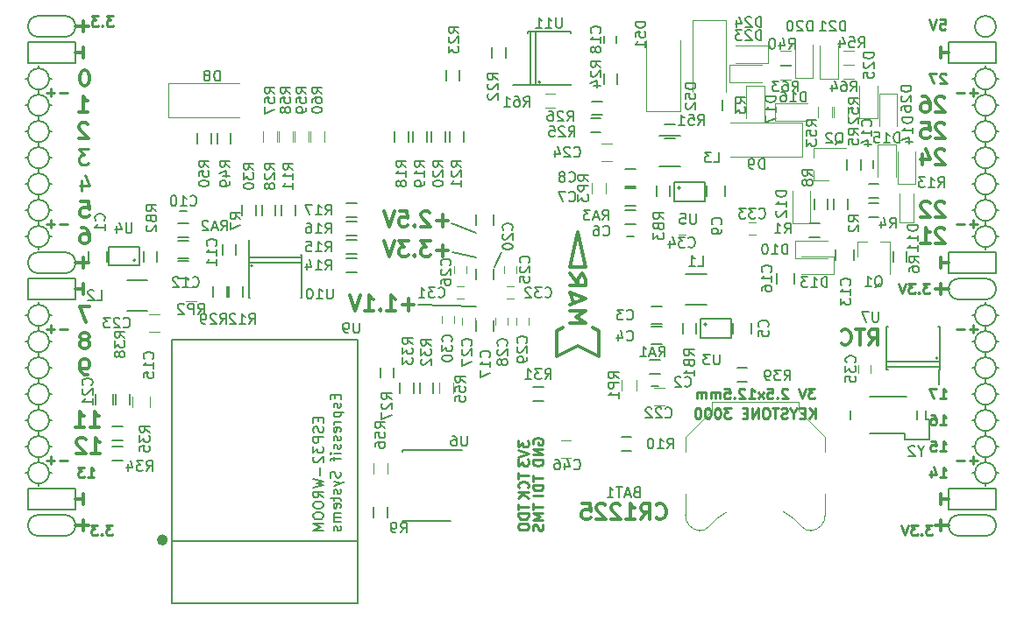
<source format=gbo>
G04 #@! TF.FileFunction,Legend,Bot*
%FSLAX46Y46*%
G04 Gerber Fmt 4.6, Leading zero omitted, Abs format (unit mm)*
G04 Created by KiCad (PCBNEW 4.0.7+dfsg1-1) date Fri Feb 23 10:53:26 2018*
%MOMM*%
%LPD*%
G01*
G04 APERTURE LIST*
%ADD10C,0.100000*%
%ADD11C,0.300000*%
%ADD12C,0.200000*%
%ADD13C,0.250000*%
%ADD14C,0.150000*%
%ADD15C,0.120000*%
%ADD16C,0.500000*%
G04 APERTURE END LIST*
D10*
D11*
X100481714Y-104008571D02*
X101338857Y-104008571D01*
X100910285Y-104008571D02*
X100910285Y-102508571D01*
X101053142Y-102722857D01*
X101196000Y-102865714D01*
X101338857Y-102937143D01*
X99910286Y-102651429D02*
X99838857Y-102580000D01*
X99696000Y-102508571D01*
X99338857Y-102508571D01*
X99196000Y-102580000D01*
X99124571Y-102651429D01*
X99053143Y-102794286D01*
X99053143Y-102937143D01*
X99124571Y-103151429D01*
X99981714Y-104008571D01*
X99053143Y-104008571D01*
X100354714Y-101468571D02*
X101211857Y-101468571D01*
X100783285Y-101468571D02*
X100783285Y-99968571D01*
X100926142Y-100182857D01*
X101069000Y-100325714D01*
X101211857Y-100397143D01*
X98926143Y-101468571D02*
X99783286Y-101468571D01*
X99354714Y-101468571D02*
X99354714Y-99968571D01*
X99497571Y-100182857D01*
X99640429Y-100325714D01*
X99783286Y-100397143D01*
X182872857Y-79791429D02*
X182801428Y-79720000D01*
X182658571Y-79648571D01*
X182301428Y-79648571D01*
X182158571Y-79720000D01*
X182087142Y-79791429D01*
X182015714Y-79934286D01*
X182015714Y-80077143D01*
X182087142Y-80291429D01*
X182944285Y-81148571D01*
X182015714Y-81148571D01*
X181444286Y-79791429D02*
X181372857Y-79720000D01*
X181230000Y-79648571D01*
X180872857Y-79648571D01*
X180730000Y-79720000D01*
X180658571Y-79791429D01*
X180587143Y-79934286D01*
X180587143Y-80077143D01*
X180658571Y-80291429D01*
X181515714Y-81148571D01*
X180587143Y-81148571D01*
X182872857Y-82331429D02*
X182801428Y-82260000D01*
X182658571Y-82188571D01*
X182301428Y-82188571D01*
X182158571Y-82260000D01*
X182087142Y-82331429D01*
X182015714Y-82474286D01*
X182015714Y-82617143D01*
X182087142Y-82831429D01*
X182944285Y-83688571D01*
X182015714Y-83688571D01*
X180587143Y-83688571D02*
X181444286Y-83688571D01*
X181015714Y-83688571D02*
X181015714Y-82188571D01*
X181158571Y-82402857D01*
X181301429Y-82545714D01*
X181444286Y-82617143D01*
D12*
X139439000Y-85931000D02*
X140074000Y-84534000D01*
X135248000Y-81740000D02*
X137661000Y-82629000D01*
X135375000Y-84534000D02*
X137661000Y-85042000D01*
X132073000Y-89614000D02*
X137661000Y-89741000D01*
D13*
X170323095Y-97702381D02*
X169704047Y-97702381D01*
X170037381Y-98083333D01*
X169894523Y-98083333D01*
X169799285Y-98130952D01*
X169751666Y-98178571D01*
X169704047Y-98273810D01*
X169704047Y-98511905D01*
X169751666Y-98607143D01*
X169799285Y-98654762D01*
X169894523Y-98702381D01*
X170180238Y-98702381D01*
X170275476Y-98654762D01*
X170323095Y-98607143D01*
X169418333Y-97702381D02*
X169085000Y-98702381D01*
X168751666Y-97702381D01*
X167704047Y-97797619D02*
X167656428Y-97750000D01*
X167561190Y-97702381D01*
X167323094Y-97702381D01*
X167227856Y-97750000D01*
X167180237Y-97797619D01*
X167132618Y-97892857D01*
X167132618Y-97988095D01*
X167180237Y-98130952D01*
X167751666Y-98702381D01*
X167132618Y-98702381D01*
X166704047Y-98607143D02*
X166656428Y-98654762D01*
X166704047Y-98702381D01*
X166751666Y-98654762D01*
X166704047Y-98607143D01*
X166704047Y-98702381D01*
X165751666Y-97702381D02*
X166227857Y-97702381D01*
X166275476Y-98178571D01*
X166227857Y-98130952D01*
X166132619Y-98083333D01*
X165894523Y-98083333D01*
X165799285Y-98130952D01*
X165751666Y-98178571D01*
X165704047Y-98273810D01*
X165704047Y-98511905D01*
X165751666Y-98607143D01*
X165799285Y-98654762D01*
X165894523Y-98702381D01*
X166132619Y-98702381D01*
X166227857Y-98654762D01*
X166275476Y-98607143D01*
X165370714Y-98702381D02*
X164846904Y-98035714D01*
X165370714Y-98035714D02*
X164846904Y-98702381D01*
X163942142Y-98702381D02*
X164513571Y-98702381D01*
X164227857Y-98702381D02*
X164227857Y-97702381D01*
X164323095Y-97845238D01*
X164418333Y-97940476D01*
X164513571Y-97988095D01*
X163561190Y-97797619D02*
X163513571Y-97750000D01*
X163418333Y-97702381D01*
X163180237Y-97702381D01*
X163084999Y-97750000D01*
X163037380Y-97797619D01*
X162989761Y-97892857D01*
X162989761Y-97988095D01*
X163037380Y-98130952D01*
X163608809Y-98702381D01*
X162989761Y-98702381D01*
X162561190Y-98607143D02*
X162513571Y-98654762D01*
X162561190Y-98702381D01*
X162608809Y-98654762D01*
X162561190Y-98607143D01*
X162561190Y-98702381D01*
X161608809Y-97702381D02*
X162085000Y-97702381D01*
X162132619Y-98178571D01*
X162085000Y-98130952D01*
X161989762Y-98083333D01*
X161751666Y-98083333D01*
X161656428Y-98130952D01*
X161608809Y-98178571D01*
X161561190Y-98273810D01*
X161561190Y-98511905D01*
X161608809Y-98607143D01*
X161656428Y-98654762D01*
X161751666Y-98702381D01*
X161989762Y-98702381D01*
X162085000Y-98654762D01*
X162132619Y-98607143D01*
X161132619Y-98702381D02*
X161132619Y-98035714D01*
X161132619Y-98130952D02*
X161085000Y-98083333D01*
X160989762Y-98035714D01*
X160846904Y-98035714D01*
X160751666Y-98083333D01*
X160704047Y-98178571D01*
X160704047Y-98702381D01*
X160704047Y-98178571D02*
X160656428Y-98083333D01*
X160561190Y-98035714D01*
X160418333Y-98035714D01*
X160323095Y-98083333D01*
X160275476Y-98178571D01*
X160275476Y-98702381D01*
X159799286Y-98702381D02*
X159799286Y-98035714D01*
X159799286Y-98130952D02*
X159751667Y-98083333D01*
X159656429Y-98035714D01*
X159513571Y-98035714D01*
X159418333Y-98083333D01*
X159370714Y-98178571D01*
X159370714Y-98702381D01*
X159370714Y-98178571D02*
X159323095Y-98083333D01*
X159227857Y-98035714D01*
X159085000Y-98035714D01*
X158989762Y-98083333D01*
X158942143Y-98178571D01*
X158942143Y-98702381D01*
D11*
X182492000Y-87582000D02*
X182492000Y-88598000D01*
X183254000Y-88090000D02*
X181984000Y-88090000D01*
X182492000Y-110442000D02*
X182492000Y-111458000D01*
X183254000Y-110950000D02*
X181984000Y-110950000D01*
X99688000Y-62182000D02*
X99688000Y-63198000D01*
X98926000Y-62690000D02*
X100196000Y-62690000D01*
X99688000Y-110442000D02*
X99688000Y-111458000D01*
X98926000Y-110950000D02*
X100196000Y-110950000D01*
X99688000Y-85042000D02*
X99688000Y-86058000D01*
X98926000Y-85550000D02*
X100196000Y-85550000D01*
D12*
X187826000Y-62690000D02*
G75*
G03X187826000Y-62690000I-1016000J0D01*
G01*
X184270000Y-87074000D02*
X186810000Y-87074000D01*
X184270000Y-89106000D02*
X186810000Y-89106000D01*
X184270000Y-87074000D02*
G75*
G03X184270000Y-89106000I0J-1016000D01*
G01*
X186810000Y-89106000D02*
G75*
G03X186810000Y-87074000I0J1016000D01*
G01*
X184270000Y-111966000D02*
X186810000Y-111966000D01*
X184270000Y-109934000D02*
X186810000Y-109934000D01*
X184270000Y-109934000D02*
G75*
G03X184270000Y-111966000I0J-1016000D01*
G01*
X186810000Y-111966000D02*
G75*
G03X186810000Y-109934000I0J1016000D01*
G01*
X97910000Y-63706000D02*
G75*
G03X97910000Y-61674000I0J1016000D01*
G01*
X95370000Y-61674000D02*
X97910000Y-61674000D01*
X95370000Y-63706000D02*
X97910000Y-63706000D01*
X95370000Y-61674000D02*
G75*
G03X95370000Y-63706000I0J-1016000D01*
G01*
X95370000Y-86566000D02*
X97910000Y-86566000D01*
X95370000Y-84534000D02*
X97910000Y-84534000D01*
X95370000Y-84534000D02*
G75*
G03X95370000Y-86566000I0J-1016000D01*
G01*
X97910000Y-86566000D02*
G75*
G03X97910000Y-84534000I0J1016000D01*
G01*
X95370000Y-111966000D02*
X97910000Y-111966000D01*
X95370000Y-109934000D02*
X97910000Y-109934000D01*
X95370000Y-109934000D02*
G75*
G03X95370000Y-111966000I0J-1016000D01*
G01*
X97910000Y-111966000D02*
G75*
G03X97910000Y-109934000I0J1016000D01*
G01*
X98926000Y-107394000D02*
X94354000Y-107394000D01*
X98926000Y-109426000D02*
X98926000Y-107394000D01*
X94354000Y-109426000D02*
X98926000Y-109426000D01*
X94354000Y-107394000D02*
X94354000Y-109426000D01*
X187826000Y-107394000D02*
X183254000Y-107394000D01*
X187826000Y-109426000D02*
X187826000Y-107394000D01*
X183254000Y-109426000D02*
X187826000Y-109426000D01*
X183254000Y-107394000D02*
X183254000Y-109426000D01*
X187826000Y-84534000D02*
X183254000Y-84534000D01*
X187826000Y-86566000D02*
X187826000Y-84534000D01*
X183254000Y-86566000D02*
X187826000Y-86566000D01*
X183254000Y-84534000D02*
X183254000Y-86566000D01*
X187826000Y-64214000D02*
X183254000Y-64214000D01*
X187826000Y-66246000D02*
X187826000Y-64214000D01*
X183254000Y-66246000D02*
X187826000Y-66246000D01*
X183254000Y-64214000D02*
X183254000Y-66246000D01*
X98926000Y-64214000D02*
X94354000Y-64214000D01*
X98926000Y-66246000D02*
X98926000Y-64214000D01*
X94354000Y-66246000D02*
X98926000Y-66246000D01*
X94354000Y-64214000D02*
X94354000Y-66246000D01*
X98926000Y-87074000D02*
X94354000Y-87074000D01*
X98926000Y-89106000D02*
X98926000Y-87074000D01*
X94354000Y-89106000D02*
X98926000Y-89106000D01*
X94354000Y-87074000D02*
X94354000Y-89106000D01*
D11*
X182872857Y-74711429D02*
X182801428Y-74640000D01*
X182658571Y-74568571D01*
X182301428Y-74568571D01*
X182158571Y-74640000D01*
X182087142Y-74711429D01*
X182015714Y-74854286D01*
X182015714Y-74997143D01*
X182087142Y-75211429D01*
X182944285Y-76068571D01*
X182015714Y-76068571D01*
X180730000Y-75068571D02*
X180730000Y-76068571D01*
X181087143Y-74497143D02*
X181444286Y-75568571D01*
X180515714Y-75568571D01*
X182872857Y-72171429D02*
X182801428Y-72100000D01*
X182658571Y-72028571D01*
X182301428Y-72028571D01*
X182158571Y-72100000D01*
X182087142Y-72171429D01*
X182015714Y-72314286D01*
X182015714Y-72457143D01*
X182087142Y-72671429D01*
X182944285Y-73528571D01*
X182015714Y-73528571D01*
X180658571Y-72028571D02*
X181372857Y-72028571D01*
X181444286Y-72742857D01*
X181372857Y-72671429D01*
X181230000Y-72600000D01*
X180872857Y-72600000D01*
X180730000Y-72671429D01*
X180658571Y-72742857D01*
X180587143Y-72885714D01*
X180587143Y-73242857D01*
X180658571Y-73385714D01*
X180730000Y-73457143D01*
X180872857Y-73528571D01*
X181230000Y-73528571D01*
X181372857Y-73457143D01*
X181444286Y-73385714D01*
D13*
X186032000Y-91971429D02*
X185270095Y-91971429D01*
X185651047Y-92352381D02*
X185651047Y-91590476D01*
X184793905Y-91971429D02*
X184032000Y-91971429D01*
X186032000Y-69111429D02*
X185270095Y-69111429D01*
X185651047Y-69492381D02*
X185651047Y-68730476D01*
X184793905Y-69111429D02*
X184032000Y-69111429D01*
X186032000Y-81811429D02*
X185270095Y-81811429D01*
X185651047Y-82192381D02*
X185651047Y-81430476D01*
X184793905Y-81811429D02*
X184032000Y-81811429D01*
X186032000Y-104671429D02*
X185270095Y-104671429D01*
X185651047Y-105052381D02*
X185651047Y-104290476D01*
X184793905Y-104671429D02*
X184032000Y-104671429D01*
X98148000Y-104671429D02*
X97386095Y-104671429D01*
X96909905Y-104671429D02*
X96148000Y-104671429D01*
X96528952Y-105052381D02*
X96528952Y-104290476D01*
X98148000Y-91971429D02*
X97386095Y-91971429D01*
X96909905Y-91971429D02*
X96148000Y-91971429D01*
X96528952Y-92352381D02*
X96528952Y-91590476D01*
X98148000Y-81811429D02*
X97386095Y-81811429D01*
X96909905Y-81811429D02*
X96148000Y-81811429D01*
X96528952Y-82192381D02*
X96528952Y-81430476D01*
X98148000Y-69111429D02*
X97386095Y-69111429D01*
X96909905Y-69111429D02*
X96148000Y-69111429D01*
X96528952Y-69492381D02*
X96528952Y-68730476D01*
D11*
X182492000Y-107902000D02*
X182492000Y-108918000D01*
X183254000Y-108410000D02*
X182492000Y-108410000D01*
D12*
X95370000Y-96726000D02*
X95370000Y-97234000D01*
X96386000Y-95710000D02*
X96640000Y-95710000D01*
X94354000Y-95710000D02*
X94100000Y-95710000D01*
X187826000Y-98250000D02*
X188080000Y-98250000D01*
X187826000Y-83010000D02*
X188080000Y-83010000D01*
X95370000Y-107140000D02*
X95370000Y-106886000D01*
X96386000Y-105870000D02*
X96640000Y-105870000D01*
X94354000Y-105870000D02*
X94100000Y-105870000D01*
X94354000Y-103330000D02*
X94100000Y-103330000D01*
X95370000Y-104346000D02*
X95370000Y-104854000D01*
X96386000Y-103330000D02*
X96640000Y-103330000D01*
X94354000Y-100790000D02*
X94100000Y-100790000D01*
X95370000Y-102314000D02*
X95370000Y-101806000D01*
X96386000Y-100790000D02*
X96640000Y-100790000D01*
X95370000Y-99266000D02*
X95370000Y-99774000D01*
X94354000Y-98250000D02*
X94100000Y-98250000D01*
X96386000Y-98250000D02*
X96640000Y-98250000D01*
X95370000Y-94186000D02*
X95370000Y-94694000D01*
X96386000Y-93170000D02*
X96640000Y-93170000D01*
X94354000Y-93170000D02*
X94100000Y-93170000D01*
X94354000Y-90630000D02*
X94100000Y-90630000D01*
X95370000Y-91646000D02*
X95370000Y-92154000D01*
X96640000Y-90630000D02*
X96386000Y-90630000D01*
X95370000Y-89360000D02*
X95370000Y-89614000D01*
X94354000Y-83010000D02*
X94100000Y-83010000D01*
X95370000Y-84280000D02*
X95370000Y-84026000D01*
X96386000Y-83010000D02*
X96640000Y-83010000D01*
X95370000Y-81486000D02*
X95370000Y-81994000D01*
X94354000Y-80470000D02*
X94100000Y-80470000D01*
X96640000Y-80470000D02*
X96386000Y-80470000D01*
X95370000Y-78946000D02*
X95370000Y-79454000D01*
X96386000Y-77930000D02*
X96640000Y-77930000D01*
X94354000Y-77930000D02*
X94100000Y-77930000D01*
X95370000Y-76406000D02*
X95370000Y-76914000D01*
X94354000Y-75390000D02*
X94100000Y-75390000D01*
X96386000Y-75390000D02*
X96640000Y-75390000D01*
X95370000Y-73866000D02*
X95370000Y-74374000D01*
X96386000Y-72850000D02*
X96640000Y-72850000D01*
X94100000Y-72850000D02*
X94354000Y-72850000D01*
X94354000Y-70310000D02*
X94100000Y-70310000D01*
X96640000Y-70310000D02*
X96386000Y-70310000D01*
X95370000Y-71326000D02*
X95370000Y-71834000D01*
X95370000Y-68786000D02*
X95370000Y-69294000D01*
X96386000Y-67770000D02*
X96640000Y-67770000D01*
X94354000Y-67770000D02*
X94100000Y-67770000D01*
X95370000Y-66500000D02*
X95370000Y-66754000D01*
X187826000Y-105870000D02*
X188080000Y-105870000D01*
X186810000Y-107140000D02*
X186810000Y-106886000D01*
X185540000Y-105870000D02*
X185794000Y-105870000D01*
X186810000Y-104346000D02*
X186810000Y-104854000D01*
X187826000Y-103330000D02*
X188080000Y-103330000D01*
X185540000Y-103330000D02*
X185794000Y-103330000D01*
X186810000Y-101806000D02*
X186810000Y-102314000D01*
X187826000Y-100790000D02*
X188080000Y-100790000D01*
X185540000Y-100790000D02*
X185794000Y-100790000D01*
X186810000Y-99266000D02*
X186810000Y-99774000D01*
X185540000Y-98250000D02*
X185794000Y-98250000D01*
X186810000Y-97234000D02*
X186810000Y-96726000D01*
X187826000Y-95710000D02*
X188080000Y-95710000D01*
X185540000Y-95710000D02*
X185794000Y-95710000D01*
X186810000Y-94694000D02*
X186810000Y-94186000D01*
X187826000Y-93170000D02*
X188080000Y-93170000D01*
X185540000Y-93170000D02*
X185794000Y-93170000D01*
X186810000Y-92154000D02*
X186810000Y-91646000D01*
X187826000Y-90630000D02*
X188080000Y-90630000D01*
X185540000Y-90630000D02*
X185794000Y-90630000D01*
X186810000Y-89360000D02*
X186810000Y-89614000D01*
X186810000Y-84280000D02*
X186810000Y-84026000D01*
X185540000Y-83010000D02*
X185794000Y-83010000D01*
X186810000Y-81994000D02*
X186810000Y-81486000D01*
X185794000Y-80470000D02*
X185540000Y-80470000D01*
X187826000Y-80470000D02*
X188080000Y-80470000D01*
X186810000Y-78946000D02*
X186810000Y-79454000D01*
X185794000Y-77930000D02*
X185540000Y-77930000D01*
X187826000Y-77930000D02*
X188080000Y-77930000D01*
X186810000Y-76406000D02*
X186810000Y-76914000D01*
X186810000Y-73866000D02*
X186810000Y-74374000D01*
X185794000Y-75390000D02*
X185540000Y-75390000D01*
X187826000Y-75390000D02*
X188080000Y-75390000D01*
X187826000Y-72850000D02*
X188080000Y-72850000D01*
X185540000Y-72850000D02*
X185794000Y-72850000D01*
X186810000Y-71834000D02*
X186810000Y-71326000D01*
X187826000Y-70310000D02*
X188080000Y-70310000D01*
X185540000Y-70310000D02*
X185794000Y-70310000D01*
X187826000Y-67770000D02*
X188080000Y-67770000D01*
X186810000Y-68786000D02*
X186810000Y-69294000D01*
X185540000Y-67770000D02*
X185794000Y-67770000D01*
X186810000Y-66500000D02*
X186810000Y-66754000D01*
X187826000Y-67770000D02*
G75*
G03X187826000Y-67770000I-1016000J0D01*
G01*
X187826000Y-70310000D02*
G75*
G03X187826000Y-70310000I-1016000J0D01*
G01*
X187826000Y-72850000D02*
G75*
G03X187826000Y-72850000I-1016000J0D01*
G01*
X187826000Y-75390000D02*
G75*
G03X187826000Y-75390000I-1016000J0D01*
G01*
X187826000Y-77930000D02*
G75*
G03X187826000Y-77930000I-1016000J0D01*
G01*
X187826000Y-80470000D02*
G75*
G03X187826000Y-80470000I-1016000J0D01*
G01*
X187826000Y-83010000D02*
G75*
G03X187826000Y-83010000I-1016000J0D01*
G01*
X187826000Y-90630000D02*
G75*
G03X187826000Y-90630000I-1016000J0D01*
G01*
X187826000Y-93170000D02*
G75*
G03X187826000Y-93170000I-1016000J0D01*
G01*
X187826000Y-95710000D02*
G75*
G03X187826000Y-95710000I-1016000J0D01*
G01*
X187826000Y-98250000D02*
G75*
G03X187826000Y-98250000I-1016000J0D01*
G01*
X187826000Y-100790000D02*
G75*
G03X187826000Y-100790000I-1016000J0D01*
G01*
X187826000Y-103330000D02*
G75*
G03X187826000Y-103330000I-1016000J0D01*
G01*
X187826000Y-105870000D02*
G75*
G03X187826000Y-105870000I-1016000J0D01*
G01*
X96386000Y-105870000D02*
G75*
G03X96386000Y-105870000I-1016000J0D01*
G01*
X96386000Y-103330000D02*
G75*
G03X96386000Y-103330000I-1016000J0D01*
G01*
X96386000Y-100790000D02*
G75*
G03X96386000Y-100790000I-1016000J0D01*
G01*
X96386000Y-98250000D02*
G75*
G03X96386000Y-98250000I-1016000J0D01*
G01*
X96386000Y-95710000D02*
G75*
G03X96386000Y-95710000I-1016000J0D01*
G01*
X96386000Y-93170000D02*
G75*
G03X96386000Y-93170000I-1016000J0D01*
G01*
X96386000Y-90630000D02*
G75*
G03X96386000Y-90630000I-1016000J0D01*
G01*
X96386000Y-83010000D02*
G75*
G03X96386000Y-83010000I-1016000J0D01*
G01*
X96386000Y-80470000D02*
G75*
G03X96386000Y-80470000I-1016000J0D01*
G01*
X96386000Y-77930000D02*
G75*
G03X96386000Y-77930000I-1016000J0D01*
G01*
X96386000Y-75390000D02*
G75*
G03X96386000Y-75390000I-1016000J0D01*
G01*
X96386000Y-72850000D02*
G75*
G03X96386000Y-72850000I-1016000J0D01*
G01*
X96386000Y-70310000D02*
G75*
G03X96386000Y-70310000I-1016000J0D01*
G01*
X96386000Y-67770000D02*
G75*
G03X96386000Y-67770000I-1016000J0D01*
G01*
D13*
X182428476Y-62015381D02*
X182904667Y-62015381D01*
X182952286Y-62491571D01*
X182904667Y-62443952D01*
X182809429Y-62396333D01*
X182571333Y-62396333D01*
X182476095Y-62443952D01*
X182428476Y-62491571D01*
X182380857Y-62586810D01*
X182380857Y-62824905D01*
X182428476Y-62920143D01*
X182476095Y-62967762D01*
X182571333Y-63015381D01*
X182809429Y-63015381D01*
X182904667Y-62967762D01*
X182952286Y-62920143D01*
X182095143Y-62015381D02*
X181761810Y-63015381D01*
X181428476Y-62015381D01*
D11*
X182492000Y-64722000D02*
X182492000Y-65738000D01*
X183254000Y-65230000D02*
X182492000Y-65230000D01*
D13*
X182999905Y-67317619D02*
X182952286Y-67270000D01*
X182857048Y-67222381D01*
X182618952Y-67222381D01*
X182523714Y-67270000D01*
X182476095Y-67317619D01*
X182428476Y-67412857D01*
X182428476Y-67508095D01*
X182476095Y-67650952D01*
X183047524Y-68222381D01*
X182428476Y-68222381D01*
X182095143Y-67222381D02*
X181428476Y-67222381D01*
X181857048Y-68222381D01*
D11*
X182872857Y-69631429D02*
X182801428Y-69560000D01*
X182658571Y-69488571D01*
X182301428Y-69488571D01*
X182158571Y-69560000D01*
X182087142Y-69631429D01*
X182015714Y-69774286D01*
X182015714Y-69917143D01*
X182087142Y-70131429D01*
X182944285Y-70988571D01*
X182015714Y-70988571D01*
X180730000Y-69488571D02*
X181015714Y-69488571D01*
X181158571Y-69560000D01*
X181230000Y-69631429D01*
X181372857Y-69845714D01*
X181444286Y-70131429D01*
X181444286Y-70702857D01*
X181372857Y-70845714D01*
X181301429Y-70917143D01*
X181158571Y-70988571D01*
X180872857Y-70988571D01*
X180730000Y-70917143D01*
X180658571Y-70845714D01*
X180587143Y-70702857D01*
X180587143Y-70345714D01*
X180658571Y-70202857D01*
X180730000Y-70131429D01*
X180872857Y-70060000D01*
X181158571Y-70060000D01*
X181301429Y-70131429D01*
X181372857Y-70202857D01*
X181444286Y-70345714D01*
X182492000Y-85042000D02*
X182492000Y-86058000D01*
X183254000Y-85550000D02*
X182492000Y-85550000D01*
D13*
X181428190Y-87542381D02*
X180809142Y-87542381D01*
X181142476Y-87923333D01*
X180999618Y-87923333D01*
X180904380Y-87970952D01*
X180856761Y-88018571D01*
X180809142Y-88113810D01*
X180809142Y-88351905D01*
X180856761Y-88447143D01*
X180904380Y-88494762D01*
X180999618Y-88542381D01*
X181285333Y-88542381D01*
X181380571Y-88494762D01*
X181428190Y-88447143D01*
X180380571Y-88447143D02*
X180332952Y-88494762D01*
X180380571Y-88542381D01*
X180428190Y-88494762D01*
X180380571Y-88447143D01*
X180380571Y-88542381D01*
X179999619Y-87542381D02*
X179380571Y-87542381D01*
X179713905Y-87923333D01*
X179571047Y-87923333D01*
X179475809Y-87970952D01*
X179428190Y-88018571D01*
X179380571Y-88113810D01*
X179380571Y-88351905D01*
X179428190Y-88447143D01*
X179475809Y-88494762D01*
X179571047Y-88542381D01*
X179856762Y-88542381D01*
X179952000Y-88494762D01*
X179999619Y-88447143D01*
X179094857Y-87542381D02*
X178761524Y-88542381D01*
X178428190Y-87542381D01*
X182428476Y-98702381D02*
X182999905Y-98702381D01*
X182714191Y-98702381D02*
X182714191Y-97702381D01*
X182809429Y-97845238D01*
X182904667Y-97940476D01*
X182999905Y-97988095D01*
X182095143Y-97702381D02*
X181428476Y-97702381D01*
X181857048Y-98702381D01*
X182428476Y-101242381D02*
X182999905Y-101242381D01*
X182714191Y-101242381D02*
X182714191Y-100242381D01*
X182809429Y-100385238D01*
X182904667Y-100480476D01*
X182999905Y-100528095D01*
X181571333Y-100242381D02*
X181761810Y-100242381D01*
X181857048Y-100290000D01*
X181904667Y-100337619D01*
X181999905Y-100480476D01*
X182047524Y-100670952D01*
X182047524Y-101051905D01*
X181999905Y-101147143D01*
X181952286Y-101194762D01*
X181857048Y-101242381D01*
X181666571Y-101242381D01*
X181571333Y-101194762D01*
X181523714Y-101147143D01*
X181476095Y-101051905D01*
X181476095Y-100813810D01*
X181523714Y-100718571D01*
X181571333Y-100670952D01*
X181666571Y-100623333D01*
X181857048Y-100623333D01*
X181952286Y-100670952D01*
X181999905Y-100718571D01*
X182047524Y-100813810D01*
X182428476Y-103782381D02*
X182999905Y-103782381D01*
X182714191Y-103782381D02*
X182714191Y-102782381D01*
X182809429Y-102925238D01*
X182904667Y-103020476D01*
X182999905Y-103068095D01*
X181523714Y-102782381D02*
X181999905Y-102782381D01*
X182047524Y-103258571D01*
X181999905Y-103210952D01*
X181904667Y-103163333D01*
X181666571Y-103163333D01*
X181571333Y-103210952D01*
X181523714Y-103258571D01*
X181476095Y-103353810D01*
X181476095Y-103591905D01*
X181523714Y-103687143D01*
X181571333Y-103734762D01*
X181666571Y-103782381D01*
X181904667Y-103782381D01*
X181999905Y-103734762D01*
X182047524Y-103687143D01*
X182428476Y-106322381D02*
X182999905Y-106322381D01*
X182714191Y-106322381D02*
X182714191Y-105322381D01*
X182809429Y-105465238D01*
X182904667Y-105560476D01*
X182999905Y-105608095D01*
X181571333Y-105655714D02*
X181571333Y-106322381D01*
X181809429Y-105274762D02*
X182047524Y-105989048D01*
X181428476Y-105989048D01*
X181682190Y-110910381D02*
X181063142Y-110910381D01*
X181396476Y-111291333D01*
X181253618Y-111291333D01*
X181158380Y-111338952D01*
X181110761Y-111386571D01*
X181063142Y-111481810D01*
X181063142Y-111719905D01*
X181110761Y-111815143D01*
X181158380Y-111862762D01*
X181253618Y-111910381D01*
X181539333Y-111910381D01*
X181634571Y-111862762D01*
X181682190Y-111815143D01*
X180634571Y-111815143D02*
X180586952Y-111862762D01*
X180634571Y-111910381D01*
X180682190Y-111862762D01*
X180634571Y-111815143D01*
X180634571Y-111910381D01*
X180253619Y-110910381D02*
X179634571Y-110910381D01*
X179967905Y-111291333D01*
X179825047Y-111291333D01*
X179729809Y-111338952D01*
X179682190Y-111386571D01*
X179634571Y-111481810D01*
X179634571Y-111719905D01*
X179682190Y-111815143D01*
X179729809Y-111862762D01*
X179825047Y-111910381D01*
X180110762Y-111910381D01*
X180206000Y-111862762D01*
X180253619Y-111815143D01*
X179348857Y-110910381D02*
X179015524Y-111910381D01*
X178682190Y-110910381D01*
D11*
X99688000Y-108918000D02*
X99688000Y-107902000D01*
X98926000Y-108410000D02*
X99688000Y-108410000D01*
X99688000Y-88598000D02*
X99688000Y-87582000D01*
X98926000Y-88090000D02*
X99688000Y-88090000D01*
X99688000Y-64722000D02*
X99688000Y-65738000D01*
X98926000Y-65230000D02*
X99688000Y-65230000D01*
D13*
X102513619Y-110910381D02*
X101894571Y-110910381D01*
X102227905Y-111291333D01*
X102085047Y-111291333D01*
X101989809Y-111338952D01*
X101942190Y-111386571D01*
X101894571Y-111481810D01*
X101894571Y-111719905D01*
X101942190Y-111815143D01*
X101989809Y-111862762D01*
X102085047Y-111910381D01*
X102370762Y-111910381D01*
X102466000Y-111862762D01*
X102513619Y-111815143D01*
X101466000Y-111815143D02*
X101418381Y-111862762D01*
X101466000Y-111910381D01*
X101513619Y-111862762D01*
X101466000Y-111815143D01*
X101466000Y-111910381D01*
X101085048Y-110910381D02*
X100466000Y-110910381D01*
X100799334Y-111291333D01*
X100656476Y-111291333D01*
X100561238Y-111338952D01*
X100513619Y-111386571D01*
X100466000Y-111481810D01*
X100466000Y-111719905D01*
X100513619Y-111815143D01*
X100561238Y-111862762D01*
X100656476Y-111910381D01*
X100942191Y-111910381D01*
X101037429Y-111862762D01*
X101085048Y-111815143D01*
X100132476Y-106322381D02*
X100703905Y-106322381D01*
X100418191Y-106322381D02*
X100418191Y-105322381D01*
X100513429Y-105465238D01*
X100608667Y-105560476D01*
X100703905Y-105608095D01*
X99799143Y-105322381D02*
X99180095Y-105322381D01*
X99513429Y-105703333D01*
X99370571Y-105703333D01*
X99275333Y-105750952D01*
X99227714Y-105798571D01*
X99180095Y-105893810D01*
X99180095Y-106131905D01*
X99227714Y-106227143D01*
X99275333Y-106274762D01*
X99370571Y-106322381D01*
X99656286Y-106322381D01*
X99751524Y-106274762D01*
X99799143Y-106227143D01*
D11*
X100100714Y-96388571D02*
X99814999Y-96388571D01*
X99672142Y-96317143D01*
X99600714Y-96245714D01*
X99457856Y-96031429D01*
X99386428Y-95745714D01*
X99386428Y-95174286D01*
X99457856Y-95031429D01*
X99529285Y-94960000D01*
X99672142Y-94888571D01*
X99957856Y-94888571D01*
X100100714Y-94960000D01*
X100172142Y-95031429D01*
X100243571Y-95174286D01*
X100243571Y-95531429D01*
X100172142Y-95674286D01*
X100100714Y-95745714D01*
X99957856Y-95817143D01*
X99672142Y-95817143D01*
X99529285Y-95745714D01*
X99457856Y-95674286D01*
X99386428Y-95531429D01*
X99957856Y-92991429D02*
X100100714Y-92920000D01*
X100172142Y-92848571D01*
X100243571Y-92705714D01*
X100243571Y-92634286D01*
X100172142Y-92491429D01*
X100100714Y-92420000D01*
X99957856Y-92348571D01*
X99672142Y-92348571D01*
X99529285Y-92420000D01*
X99457856Y-92491429D01*
X99386428Y-92634286D01*
X99386428Y-92705714D01*
X99457856Y-92848571D01*
X99529285Y-92920000D01*
X99672142Y-92991429D01*
X99957856Y-92991429D01*
X100100714Y-93062857D01*
X100172142Y-93134286D01*
X100243571Y-93277143D01*
X100243571Y-93562857D01*
X100172142Y-93705714D01*
X100100714Y-93777143D01*
X99957856Y-93848571D01*
X99672142Y-93848571D01*
X99529285Y-93777143D01*
X99457856Y-93705714D01*
X99386428Y-93562857D01*
X99386428Y-93277143D01*
X99457856Y-93134286D01*
X99529285Y-93062857D01*
X99672142Y-92991429D01*
X100314999Y-89808571D02*
X99314999Y-89808571D01*
X99957856Y-91308571D01*
X99529285Y-82188571D02*
X99814999Y-82188571D01*
X99957856Y-82260000D01*
X100029285Y-82331429D01*
X100172142Y-82545714D01*
X100243571Y-82831429D01*
X100243571Y-83402857D01*
X100172142Y-83545714D01*
X100100714Y-83617143D01*
X99957856Y-83688571D01*
X99672142Y-83688571D01*
X99529285Y-83617143D01*
X99457856Y-83545714D01*
X99386428Y-83402857D01*
X99386428Y-83045714D01*
X99457856Y-82902857D01*
X99529285Y-82831429D01*
X99672142Y-82760000D01*
X99957856Y-82760000D01*
X100100714Y-82831429D01*
X100172142Y-82902857D01*
X100243571Y-83045714D01*
X99457856Y-79648571D02*
X100172142Y-79648571D01*
X100243571Y-80362857D01*
X100172142Y-80291429D01*
X100029285Y-80220000D01*
X99672142Y-80220000D01*
X99529285Y-80291429D01*
X99457856Y-80362857D01*
X99386428Y-80505714D01*
X99386428Y-80862857D01*
X99457856Y-81005714D01*
X99529285Y-81077143D01*
X99672142Y-81148571D01*
X100029285Y-81148571D01*
X100172142Y-81077143D01*
X100243571Y-81005714D01*
D13*
X99529285Y-77608571D02*
X99529285Y-78608571D01*
X99886428Y-77037143D02*
X100243571Y-78108571D01*
X99314999Y-78108571D01*
X100187999Y-74568571D02*
X99259428Y-74568571D01*
X99759428Y-75140000D01*
X99545142Y-75140000D01*
X99402285Y-75211429D01*
X99330856Y-75282857D01*
X99259428Y-75425714D01*
X99259428Y-75782857D01*
X99330856Y-75925714D01*
X99402285Y-75997143D01*
X99545142Y-76068571D01*
X99973714Y-76068571D01*
X100116571Y-75997143D01*
X100187999Y-75925714D01*
D11*
X100116571Y-72171429D02*
X100045142Y-72100000D01*
X99902285Y-72028571D01*
X99545142Y-72028571D01*
X99402285Y-72100000D01*
X99330856Y-72171429D01*
X99259428Y-72314286D01*
X99259428Y-72457143D01*
X99330856Y-72671429D01*
X100187999Y-73528571D01*
X99259428Y-73528571D01*
X99259428Y-70988571D02*
X100116571Y-70988571D01*
X99687999Y-70988571D02*
X99687999Y-69488571D01*
X99830856Y-69702857D01*
X99973714Y-69845714D01*
X100116571Y-69917143D01*
X99886428Y-66948571D02*
X99743571Y-66948571D01*
X99600714Y-67020000D01*
X99529285Y-67091429D01*
X99457856Y-67234286D01*
X99386428Y-67520000D01*
X99386428Y-67877143D01*
X99457856Y-68162857D01*
X99529285Y-68305714D01*
X99600714Y-68377143D01*
X99743571Y-68448571D01*
X99886428Y-68448571D01*
X100029285Y-68377143D01*
X100100714Y-68305714D01*
X100172142Y-68162857D01*
X100243571Y-67877143D01*
X100243571Y-67520000D01*
X100172142Y-67234286D01*
X100100714Y-67091429D01*
X100029285Y-67020000D01*
X99886428Y-66948571D01*
D13*
X102577119Y-61697881D02*
X101958071Y-61697881D01*
X102291405Y-62078833D01*
X102148547Y-62078833D01*
X102053309Y-62126452D01*
X102005690Y-62174071D01*
X101958071Y-62269310D01*
X101958071Y-62507405D01*
X102005690Y-62602643D01*
X102053309Y-62650262D01*
X102148547Y-62697881D01*
X102434262Y-62697881D01*
X102529500Y-62650262D01*
X102577119Y-62602643D01*
X101529500Y-62602643D02*
X101481881Y-62650262D01*
X101529500Y-62697881D01*
X101577119Y-62650262D01*
X101529500Y-62602643D01*
X101529500Y-62697881D01*
X101148548Y-61697881D02*
X100529500Y-61697881D01*
X100862834Y-62078833D01*
X100719976Y-62078833D01*
X100624738Y-62126452D01*
X100577119Y-62174071D01*
X100529500Y-62269310D01*
X100529500Y-62507405D01*
X100577119Y-62602643D01*
X100624738Y-62650262D01*
X100719976Y-62697881D01*
X101005691Y-62697881D01*
X101100929Y-62650262D01*
X101148548Y-62602643D01*
X170370715Y-100607381D02*
X170370715Y-99607381D01*
X169799286Y-100607381D02*
X170227858Y-100035952D01*
X169799286Y-99607381D02*
X170370715Y-100178810D01*
X169370715Y-100083571D02*
X169037381Y-100083571D01*
X168894524Y-100607381D02*
X169370715Y-100607381D01*
X169370715Y-99607381D01*
X168894524Y-99607381D01*
X168275477Y-100131190D02*
X168275477Y-100607381D01*
X168608810Y-99607381D02*
X168275477Y-100131190D01*
X167942143Y-99607381D01*
X167656429Y-100559762D02*
X167513572Y-100607381D01*
X167275476Y-100607381D01*
X167180238Y-100559762D01*
X167132619Y-100512143D01*
X167085000Y-100416905D01*
X167085000Y-100321667D01*
X167132619Y-100226429D01*
X167180238Y-100178810D01*
X167275476Y-100131190D01*
X167465953Y-100083571D01*
X167561191Y-100035952D01*
X167608810Y-99988333D01*
X167656429Y-99893095D01*
X167656429Y-99797857D01*
X167608810Y-99702619D01*
X167561191Y-99655000D01*
X167465953Y-99607381D01*
X167227857Y-99607381D01*
X167085000Y-99655000D01*
X166799286Y-99607381D02*
X166227857Y-99607381D01*
X166513572Y-100607381D02*
X166513572Y-99607381D01*
X165704048Y-99607381D02*
X165513571Y-99607381D01*
X165418333Y-99655000D01*
X165323095Y-99750238D01*
X165275476Y-99940714D01*
X165275476Y-100274048D01*
X165323095Y-100464524D01*
X165418333Y-100559762D01*
X165513571Y-100607381D01*
X165704048Y-100607381D01*
X165799286Y-100559762D01*
X165894524Y-100464524D01*
X165942143Y-100274048D01*
X165942143Y-99940714D01*
X165894524Y-99750238D01*
X165799286Y-99655000D01*
X165704048Y-99607381D01*
X164846905Y-100607381D02*
X164846905Y-99607381D01*
X164275476Y-100607381D01*
X164275476Y-99607381D01*
X163799286Y-100083571D02*
X163465952Y-100083571D01*
X163323095Y-100607381D02*
X163799286Y-100607381D01*
X163799286Y-99607381D01*
X163323095Y-99607381D01*
X162227857Y-99607381D02*
X161608809Y-99607381D01*
X161942143Y-99988333D01*
X161799285Y-99988333D01*
X161704047Y-100035952D01*
X161656428Y-100083571D01*
X161608809Y-100178810D01*
X161608809Y-100416905D01*
X161656428Y-100512143D01*
X161704047Y-100559762D01*
X161799285Y-100607381D01*
X162085000Y-100607381D01*
X162180238Y-100559762D01*
X162227857Y-100512143D01*
X160989762Y-99607381D02*
X160894523Y-99607381D01*
X160799285Y-99655000D01*
X160751666Y-99702619D01*
X160704047Y-99797857D01*
X160656428Y-99988333D01*
X160656428Y-100226429D01*
X160704047Y-100416905D01*
X160751666Y-100512143D01*
X160799285Y-100559762D01*
X160894523Y-100607381D01*
X160989762Y-100607381D01*
X161085000Y-100559762D01*
X161132619Y-100512143D01*
X161180238Y-100416905D01*
X161227857Y-100226429D01*
X161227857Y-99988333D01*
X161180238Y-99797857D01*
X161132619Y-99702619D01*
X161085000Y-99655000D01*
X160989762Y-99607381D01*
X160037381Y-99607381D02*
X159942142Y-99607381D01*
X159846904Y-99655000D01*
X159799285Y-99702619D01*
X159751666Y-99797857D01*
X159704047Y-99988333D01*
X159704047Y-100226429D01*
X159751666Y-100416905D01*
X159799285Y-100512143D01*
X159846904Y-100559762D01*
X159942142Y-100607381D01*
X160037381Y-100607381D01*
X160132619Y-100559762D01*
X160180238Y-100512143D01*
X160227857Y-100416905D01*
X160275476Y-100226429D01*
X160275476Y-99988333D01*
X160227857Y-99797857D01*
X160180238Y-99702619D01*
X160132619Y-99655000D01*
X160037381Y-99607381D01*
X159085000Y-99607381D02*
X158989761Y-99607381D01*
X158894523Y-99655000D01*
X158846904Y-99702619D01*
X158799285Y-99797857D01*
X158751666Y-99988333D01*
X158751666Y-100226429D01*
X158799285Y-100416905D01*
X158846904Y-100512143D01*
X158894523Y-100559762D01*
X158989761Y-100607381D01*
X159085000Y-100607381D01*
X159180238Y-100559762D01*
X159227857Y-100512143D01*
X159275476Y-100416905D01*
X159323095Y-100226429D01*
X159323095Y-99988333D01*
X159275476Y-99797857D01*
X159227857Y-99702619D01*
X159180238Y-99655000D01*
X159085000Y-99607381D01*
D11*
X155027856Y-110215714D02*
X155099285Y-110287143D01*
X155313571Y-110358571D01*
X155456428Y-110358571D01*
X155670713Y-110287143D01*
X155813571Y-110144286D01*
X155884999Y-110001429D01*
X155956428Y-109715714D01*
X155956428Y-109501429D01*
X155884999Y-109215714D01*
X155813571Y-109072857D01*
X155670713Y-108930000D01*
X155456428Y-108858571D01*
X155313571Y-108858571D01*
X155099285Y-108930000D01*
X155027856Y-109001429D01*
X153527856Y-110358571D02*
X154027856Y-109644286D01*
X154384999Y-110358571D02*
X154384999Y-108858571D01*
X153813571Y-108858571D01*
X153670713Y-108930000D01*
X153599285Y-109001429D01*
X153527856Y-109144286D01*
X153527856Y-109358571D01*
X153599285Y-109501429D01*
X153670713Y-109572857D01*
X153813571Y-109644286D01*
X154384999Y-109644286D01*
X152099285Y-110358571D02*
X152956428Y-110358571D01*
X152527856Y-110358571D02*
X152527856Y-108858571D01*
X152670713Y-109072857D01*
X152813571Y-109215714D01*
X152956428Y-109287143D01*
X151527857Y-109001429D02*
X151456428Y-108930000D01*
X151313571Y-108858571D01*
X150956428Y-108858571D01*
X150813571Y-108930000D01*
X150742142Y-109001429D01*
X150670714Y-109144286D01*
X150670714Y-109287143D01*
X150742142Y-109501429D01*
X151599285Y-110358571D01*
X150670714Y-110358571D01*
X150099286Y-109001429D02*
X150027857Y-108930000D01*
X149885000Y-108858571D01*
X149527857Y-108858571D01*
X149385000Y-108930000D01*
X149313571Y-109001429D01*
X149242143Y-109144286D01*
X149242143Y-109287143D01*
X149313571Y-109501429D01*
X150170714Y-110358571D01*
X149242143Y-110358571D01*
X147885000Y-108858571D02*
X148599286Y-108858571D01*
X148670715Y-109572857D01*
X148599286Y-109501429D01*
X148456429Y-109430000D01*
X148099286Y-109430000D01*
X147956429Y-109501429D01*
X147885000Y-109572857D01*
X147813572Y-109715714D01*
X147813572Y-110072857D01*
X147885000Y-110215714D01*
X147956429Y-110287143D01*
X148099286Y-110358571D01*
X148456429Y-110358571D01*
X148599286Y-110287143D01*
X148670715Y-110215714D01*
X134945999Y-81466143D02*
X133803142Y-81466143D01*
X134374571Y-82037571D02*
X134374571Y-80894714D01*
X133160285Y-80680429D02*
X133088856Y-80609000D01*
X132945999Y-80537571D01*
X132588856Y-80537571D01*
X132445999Y-80609000D01*
X132374570Y-80680429D01*
X132303142Y-80823286D01*
X132303142Y-80966143D01*
X132374570Y-81180429D01*
X133231713Y-82037571D01*
X132303142Y-82037571D01*
X131660285Y-81894714D02*
X131588857Y-81966143D01*
X131660285Y-82037571D01*
X131731714Y-81966143D01*
X131660285Y-81894714D01*
X131660285Y-82037571D01*
X130231713Y-80537571D02*
X130945999Y-80537571D01*
X131017428Y-81251857D01*
X130945999Y-81180429D01*
X130803142Y-81109000D01*
X130445999Y-81109000D01*
X130303142Y-81180429D01*
X130231713Y-81251857D01*
X130160285Y-81394714D01*
X130160285Y-81751857D01*
X130231713Y-81894714D01*
X130303142Y-81966143D01*
X130445999Y-82037571D01*
X130803142Y-82037571D01*
X130945999Y-81966143D01*
X131017428Y-81894714D01*
X129731714Y-80537571D02*
X129231714Y-82037571D01*
X128731714Y-80537571D01*
X134945999Y-84387143D02*
X133803142Y-84387143D01*
X134374571Y-84958571D02*
X134374571Y-83815714D01*
X133231713Y-83458571D02*
X132303142Y-83458571D01*
X132803142Y-84030000D01*
X132588856Y-84030000D01*
X132445999Y-84101429D01*
X132374570Y-84172857D01*
X132303142Y-84315714D01*
X132303142Y-84672857D01*
X132374570Y-84815714D01*
X132445999Y-84887143D01*
X132588856Y-84958571D01*
X133017428Y-84958571D01*
X133160285Y-84887143D01*
X133231713Y-84815714D01*
X131660285Y-84815714D02*
X131588857Y-84887143D01*
X131660285Y-84958571D01*
X131731714Y-84887143D01*
X131660285Y-84815714D01*
X131660285Y-84958571D01*
X131088856Y-83458571D02*
X130160285Y-83458571D01*
X130660285Y-84030000D01*
X130445999Y-84030000D01*
X130303142Y-84101429D01*
X130231713Y-84172857D01*
X130160285Y-84315714D01*
X130160285Y-84672857D01*
X130231713Y-84815714D01*
X130303142Y-84887143D01*
X130445999Y-84958571D01*
X130874571Y-84958571D01*
X131017428Y-84887143D01*
X131088856Y-84815714D01*
X129731714Y-83458571D02*
X129231714Y-84958571D01*
X128731714Y-83458571D01*
X131643999Y-89594143D02*
X130501142Y-89594143D01*
X131072571Y-90165571D02*
X131072571Y-89022714D01*
X129001142Y-90165571D02*
X129858285Y-90165571D01*
X129429713Y-90165571D02*
X129429713Y-88665571D01*
X129572570Y-88879857D01*
X129715428Y-89022714D01*
X129858285Y-89094143D01*
X128358285Y-90022714D02*
X128286857Y-90094143D01*
X128358285Y-90165571D01*
X128429714Y-90094143D01*
X128358285Y-90022714D01*
X128358285Y-90165571D01*
X126858285Y-90165571D02*
X127715428Y-90165571D01*
X127286856Y-90165571D02*
X127286856Y-88665571D01*
X127429713Y-88879857D01*
X127572571Y-89022714D01*
X127715428Y-89094143D01*
X126429714Y-88665571D02*
X125929714Y-90165571D01*
X125429714Y-88665571D01*
D13*
X141685381Y-105854286D02*
X141685381Y-106425715D01*
X142685381Y-106140000D02*
X141685381Y-106140000D01*
X142590143Y-107330477D02*
X142637762Y-107282858D01*
X142685381Y-107140001D01*
X142685381Y-107044763D01*
X142637762Y-106901905D01*
X142542524Y-106806667D01*
X142447286Y-106759048D01*
X142256810Y-106711429D01*
X142113952Y-106711429D01*
X141923476Y-106759048D01*
X141828238Y-106806667D01*
X141733000Y-106901905D01*
X141685381Y-107044763D01*
X141685381Y-107140001D01*
X141733000Y-107282858D01*
X141780619Y-107330477D01*
X142685381Y-107759048D02*
X141685381Y-107759048D01*
X142685381Y-108330477D02*
X142113952Y-107901905D01*
X141685381Y-108330477D02*
X142256810Y-107759048D01*
X141685381Y-102726905D02*
X141685381Y-103345953D01*
X142066333Y-103012619D01*
X142066333Y-103155477D01*
X142113952Y-103250715D01*
X142161571Y-103298334D01*
X142256810Y-103345953D01*
X142494905Y-103345953D01*
X142590143Y-103298334D01*
X142637762Y-103250715D01*
X142685381Y-103155477D01*
X142685381Y-102869762D01*
X142637762Y-102774524D01*
X142590143Y-102726905D01*
X141685381Y-103631667D02*
X142685381Y-103965000D01*
X141685381Y-104298334D01*
X141685381Y-104536429D02*
X141685381Y-105155477D01*
X142066333Y-104822143D01*
X142066333Y-104965001D01*
X142113952Y-105060239D01*
X142161571Y-105107858D01*
X142256810Y-105155477D01*
X142494905Y-105155477D01*
X142590143Y-105107858D01*
X142637762Y-105060239D01*
X142685381Y-104965001D01*
X142685381Y-104679286D01*
X142637762Y-104584048D01*
X142590143Y-104536429D01*
X141685381Y-108878476D02*
X141685381Y-109449905D01*
X142685381Y-109164190D02*
X141685381Y-109164190D01*
X142685381Y-109783238D02*
X141685381Y-109783238D01*
X141685381Y-110021333D01*
X141733000Y-110164191D01*
X141828238Y-110259429D01*
X141923476Y-110307048D01*
X142113952Y-110354667D01*
X142256810Y-110354667D01*
X142447286Y-110307048D01*
X142542524Y-110259429D01*
X142637762Y-110164191D01*
X142685381Y-110021333D01*
X142685381Y-109783238D01*
X141685381Y-110973714D02*
X141685381Y-111164191D01*
X141733000Y-111259429D01*
X141828238Y-111354667D01*
X142018714Y-111402286D01*
X142352048Y-111402286D01*
X142542524Y-111354667D01*
X142637762Y-111259429D01*
X142685381Y-111164191D01*
X142685381Y-110973714D01*
X142637762Y-110878476D01*
X142542524Y-110783238D01*
X142352048Y-110735619D01*
X142018714Y-110735619D01*
X141828238Y-110783238D01*
X141733000Y-110878476D01*
X141685381Y-110973714D01*
X143130000Y-103076096D02*
X143082381Y-102980858D01*
X143082381Y-102838001D01*
X143130000Y-102695143D01*
X143225238Y-102599905D01*
X143320476Y-102552286D01*
X143510952Y-102504667D01*
X143653810Y-102504667D01*
X143844286Y-102552286D01*
X143939524Y-102599905D01*
X144034762Y-102695143D01*
X144082381Y-102838001D01*
X144082381Y-102933239D01*
X144034762Y-103076096D01*
X143987143Y-103123715D01*
X143653810Y-103123715D01*
X143653810Y-102933239D01*
X144082381Y-103552286D02*
X143082381Y-103552286D01*
X144082381Y-104123715D01*
X143082381Y-104123715D01*
X144082381Y-104599905D02*
X143082381Y-104599905D01*
X143082381Y-104838000D01*
X143130000Y-104980858D01*
X143225238Y-105076096D01*
X143320476Y-105123715D01*
X143510952Y-105171334D01*
X143653810Y-105171334D01*
X143844286Y-105123715D01*
X143939524Y-105076096D01*
X144034762Y-104980858D01*
X144082381Y-104838000D01*
X144082381Y-104599905D01*
X143082381Y-106116191D02*
X143082381Y-106687620D01*
X144082381Y-106401905D02*
X143082381Y-106401905D01*
X144082381Y-107020953D02*
X143082381Y-107020953D01*
X143082381Y-107259048D01*
X143130000Y-107401906D01*
X143225238Y-107497144D01*
X143320476Y-107544763D01*
X143510952Y-107592382D01*
X143653810Y-107592382D01*
X143844286Y-107544763D01*
X143939524Y-107497144D01*
X144034762Y-107401906D01*
X144082381Y-107259048D01*
X144082381Y-107020953D01*
X144082381Y-108020953D02*
X143082381Y-108020953D01*
X143082381Y-108854667D02*
X143082381Y-109426096D01*
X144082381Y-109140381D02*
X143082381Y-109140381D01*
X144082381Y-109759429D02*
X143082381Y-109759429D01*
X143796667Y-110092763D01*
X143082381Y-110426096D01*
X144082381Y-110426096D01*
X144034762Y-110854667D02*
X144082381Y-110997524D01*
X144082381Y-111235620D01*
X144034762Y-111330858D01*
X143987143Y-111378477D01*
X143891905Y-111426096D01*
X143796667Y-111426096D01*
X143701429Y-111378477D01*
X143653810Y-111330858D01*
X143606190Y-111235620D01*
X143558571Y-111045143D01*
X143510952Y-110949905D01*
X143463333Y-110902286D01*
X143368095Y-110854667D01*
X143272857Y-110854667D01*
X143177619Y-110902286D01*
X143130000Y-110949905D01*
X143082381Y-111045143D01*
X143082381Y-111283239D01*
X143130000Y-111426096D01*
D11*
X175557142Y-93498571D02*
X176057142Y-92784286D01*
X176414285Y-93498571D02*
X176414285Y-91998571D01*
X175842857Y-91998571D01*
X175699999Y-92070000D01*
X175628571Y-92141429D01*
X175557142Y-92284286D01*
X175557142Y-92498571D01*
X175628571Y-92641429D01*
X175699999Y-92712857D01*
X175842857Y-92784286D01*
X176414285Y-92784286D01*
X175128571Y-91998571D02*
X174271428Y-91998571D01*
X174699999Y-93498571D02*
X174699999Y-91998571D01*
X172914285Y-93355714D02*
X172985714Y-93427143D01*
X173200000Y-93498571D01*
X173342857Y-93498571D01*
X173557142Y-93427143D01*
X173700000Y-93284286D01*
X173771428Y-93141429D01*
X173842857Y-92855714D01*
X173842857Y-92641429D01*
X173771428Y-92355714D01*
X173700000Y-92212857D01*
X173557142Y-92070000D01*
X173342857Y-91998571D01*
X173200000Y-91998571D01*
X172985714Y-92070000D01*
X172914285Y-92141429D01*
D14*
X102823000Y-98258000D02*
X102823000Y-99258000D01*
X104173000Y-99258000D02*
X104173000Y-98258000D01*
D15*
X157345000Y-70900000D02*
X154045000Y-70900000D01*
X154045000Y-70900000D02*
X154045000Y-64000000D01*
X157345000Y-70900000D02*
X157345000Y-64000000D01*
D14*
X155830000Y-73525000D02*
X156830000Y-73525000D01*
X156830000Y-72175000D02*
X155830000Y-72175000D01*
X157870000Y-89565000D02*
X159870000Y-89565000D01*
X159870000Y-86615000D02*
X157870000Y-86615000D01*
X159886803Y-91500000D02*
G75*
G03X159886803Y-91500000I-111803J0D01*
G01*
X159275000Y-92800000D02*
X162275000Y-92800000D01*
X162275000Y-92800000D02*
X162275000Y-91000000D01*
X162275000Y-91000000D02*
X159275000Y-91000000D01*
X159275000Y-91000000D02*
X159275000Y-92800000D01*
X105895000Y-87250000D02*
X103895000Y-87250000D01*
X103895000Y-90200000D02*
X105895000Y-90200000D01*
X104736803Y-85315000D02*
G75*
G03X104736803Y-85315000I-111803J0D01*
G01*
X105125000Y-84015000D02*
X102125000Y-84015000D01*
X102125000Y-84015000D02*
X102125000Y-85815000D01*
X102125000Y-85815000D02*
X105125000Y-85815000D01*
X105125000Y-85815000D02*
X105125000Y-84015000D01*
X155330000Y-76230000D02*
X157330000Y-76230000D01*
X157330000Y-73280000D02*
X155330000Y-73280000D01*
X157346803Y-78292000D02*
G75*
G03X157346803Y-78292000I-111803J0D01*
G01*
X156735000Y-79592000D02*
X159735000Y-79592000D01*
X159735000Y-79592000D02*
X159735000Y-77792000D01*
X159735000Y-77792000D02*
X156735000Y-77792000D01*
X156735000Y-77792000D02*
X156735000Y-79592000D01*
X100235000Y-85415000D02*
X100235000Y-84415000D01*
X101935000Y-84415000D02*
X101935000Y-85415000D01*
X155560000Y-91480000D02*
X154560000Y-91480000D01*
X154560000Y-89780000D02*
X155560000Y-89780000D01*
X155560000Y-93385000D02*
X154560000Y-93385000D01*
X154560000Y-91685000D02*
X155560000Y-91685000D01*
X164165000Y-91400000D02*
X164165000Y-92400000D01*
X162465000Y-92400000D02*
X162465000Y-91400000D01*
X153020000Y-80050000D02*
X152020000Y-80050000D01*
X152020000Y-78350000D02*
X153020000Y-78350000D01*
X153020000Y-78145000D02*
X152020000Y-78145000D01*
X152020000Y-76445000D02*
X153020000Y-76445000D01*
X161625000Y-78065000D02*
X161625000Y-79065000D01*
X159925000Y-79065000D02*
X159925000Y-78065000D01*
X108840000Y-83430000D02*
X109840000Y-83430000D01*
X109840000Y-85130000D02*
X108840000Y-85130000D01*
X108840000Y-85335000D02*
X109840000Y-85335000D01*
X109840000Y-87035000D02*
X108840000Y-87035000D01*
X174071000Y-84288000D02*
X174071000Y-85288000D01*
X172371000Y-85288000D02*
X172371000Y-84288000D01*
D15*
X174435000Y-83520000D02*
X175365000Y-83520000D01*
X177595000Y-83520000D02*
X176665000Y-83520000D01*
X177595000Y-83520000D02*
X177595000Y-86680000D01*
X174435000Y-83520000D02*
X174435000Y-84980000D01*
X170175000Y-77605000D02*
X170175000Y-76675000D01*
X170175000Y-74445000D02*
X170175000Y-75375000D01*
X170175000Y-74445000D02*
X173335000Y-74445000D01*
X170175000Y-77605000D02*
X171635000Y-77605000D01*
D14*
X154510000Y-97510000D02*
X155210000Y-97510000D01*
X155210000Y-96310000D02*
X154510000Y-96310000D01*
X152170000Y-82975000D02*
X152870000Y-82975000D01*
X152870000Y-81775000D02*
X152170000Y-81775000D01*
X109690000Y-80505000D02*
X108990000Y-80505000D01*
X108990000Y-81705000D02*
X109690000Y-81705000D01*
X174780000Y-75675000D02*
X174780000Y-76375000D01*
X175980000Y-76375000D02*
X175980000Y-75675000D01*
X170800000Y-81700000D02*
X169800000Y-81700000D01*
X169800000Y-83050000D02*
X170800000Y-83050000D01*
X172165000Y-79335000D02*
X172165000Y-80335000D01*
X173515000Y-80335000D02*
X173515000Y-79335000D01*
X175515000Y-81145000D02*
X176515000Y-81145000D01*
X176515000Y-79795000D02*
X175515000Y-79795000D01*
X174785000Y-76525000D02*
X174785000Y-75525000D01*
X173435000Y-75525000D02*
X173435000Y-76525000D01*
X179230000Y-85415000D02*
X179230000Y-84415000D01*
X177880000Y-84415000D02*
X177880000Y-85415000D01*
X114460000Y-84780000D02*
X114460000Y-83780000D01*
X113110000Y-83780000D02*
X113110000Y-84780000D01*
X170260000Y-79335000D02*
X170260000Y-80335000D01*
X171610000Y-80335000D02*
X171610000Y-79335000D01*
X129065000Y-110180000D02*
X129065000Y-109180000D01*
X127715000Y-109180000D02*
X127715000Y-110180000D01*
X151639000Y-103751000D02*
X152639000Y-103751000D01*
X152639000Y-102401000D02*
X151639000Y-102401000D01*
X175515000Y-79240000D02*
X176515000Y-79240000D01*
X176515000Y-77890000D02*
X175515000Y-77890000D01*
X155360000Y-94965000D02*
X154360000Y-94965000D01*
X154360000Y-96315000D02*
X155360000Y-96315000D01*
X108840000Y-83050000D02*
X109840000Y-83050000D01*
X109840000Y-81700000D02*
X108840000Y-81700000D01*
X153020000Y-80430000D02*
X152020000Y-80430000D01*
X152020000Y-81780000D02*
X153020000Y-81780000D01*
X158910000Y-92400000D02*
X158910000Y-91400000D01*
X157560000Y-91400000D02*
X157560000Y-92400000D01*
X105490000Y-84415000D02*
X105490000Y-85415000D01*
X106840000Y-85415000D02*
X106840000Y-84415000D01*
X156370000Y-79065000D02*
X156370000Y-78065000D01*
X155020000Y-78065000D02*
X155020000Y-79065000D01*
X125096000Y-86479000D02*
X126096000Y-86479000D01*
X126096000Y-85129000D02*
X125096000Y-85129000D01*
X125096000Y-84701000D02*
X126096000Y-84701000D01*
X126096000Y-83351000D02*
X125096000Y-83351000D01*
X125096000Y-82923000D02*
X126096000Y-82923000D01*
X126096000Y-81573000D02*
X125096000Y-81573000D01*
X125096000Y-81145000D02*
X126096000Y-81145000D01*
X126096000Y-79795000D02*
X125096000Y-79795000D01*
X129747000Y-72858000D02*
X129747000Y-73858000D01*
X131097000Y-73858000D02*
X131097000Y-72858000D01*
X131525000Y-72858000D02*
X131525000Y-73858000D01*
X132875000Y-73858000D02*
X132875000Y-72858000D01*
X133303000Y-72858000D02*
X133303000Y-73858000D01*
X134653000Y-73858000D02*
X134653000Y-72858000D01*
X135081000Y-72858000D02*
X135081000Y-73858000D01*
X136431000Y-73858000D02*
X136431000Y-72858000D01*
X151189600Y-64310000D02*
X151189600Y-63610000D01*
X149989600Y-63610000D02*
X149989600Y-64310000D01*
X161370000Y-69810000D02*
X161370000Y-70810000D01*
X162720000Y-70810000D02*
X162720000Y-69810000D01*
X139145000Y-64730000D02*
X139145000Y-65730000D01*
X140495000Y-65730000D02*
X140495000Y-64730000D01*
X134700000Y-66932000D02*
X134700000Y-67932000D01*
X136050000Y-67932000D02*
X136050000Y-66932000D01*
X149940000Y-67270000D02*
X149940000Y-68270000D01*
X151290000Y-68270000D02*
X151290000Y-67270000D01*
X148675000Y-72890000D02*
X149675000Y-72890000D01*
X149675000Y-71540000D02*
X148675000Y-71540000D01*
X148780000Y-71275000D02*
X149780000Y-71275000D01*
X149780000Y-69925000D02*
X148780000Y-69925000D01*
X130510000Y-103690000D02*
X130510000Y-103790000D01*
X130510000Y-110515000D02*
X130510000Y-110490000D01*
X135160000Y-110515000D02*
X135160000Y-110490000D01*
X136235000Y-103690000D02*
X130510000Y-103690000D01*
X135160000Y-110515000D02*
X130510000Y-110515000D01*
X120175000Y-80970000D02*
X120175000Y-79970000D01*
X118825000Y-79970000D02*
X118825000Y-80970000D01*
X113745000Y-87844000D02*
X113745000Y-88844000D01*
X115095000Y-88844000D02*
X115095000Y-87844000D01*
X128350000Y-95675000D02*
X128350000Y-96675000D01*
X129700000Y-96675000D02*
X129700000Y-95675000D01*
X118270000Y-80970000D02*
X118270000Y-79970000D01*
X116920000Y-79970000D02*
X116920000Y-80970000D01*
X112221000Y-87844000D02*
X112221000Y-88844000D01*
X113571000Y-88844000D02*
X113571000Y-87844000D01*
X116365000Y-80970000D02*
X116365000Y-79970000D01*
X115015000Y-79970000D02*
X115015000Y-80970000D01*
X143130000Y-98925000D02*
X144130000Y-98925000D01*
X144130000Y-97575000D02*
X143130000Y-97575000D01*
X132160000Y-97115000D02*
X132160000Y-98115000D01*
X133510000Y-98115000D02*
X133510000Y-97115000D01*
X130255000Y-97115000D02*
X130255000Y-98115000D01*
X131605000Y-98115000D02*
X131605000Y-97115000D01*
X103490000Y-103290000D02*
X102490000Y-103290000D01*
X102490000Y-104640000D02*
X103490000Y-104640000D01*
X102490000Y-102735000D02*
X103490000Y-102735000D01*
X103490000Y-101385000D02*
X102490000Y-101385000D01*
X168356000Y-86574000D02*
X168356000Y-87574000D01*
X166656000Y-87574000D02*
X166656000Y-86574000D01*
X162815000Y-97020000D02*
X163815000Y-97020000D01*
X163815000Y-95670000D02*
X162815000Y-95670000D01*
X137650000Y-92120000D02*
X137650000Y-91120000D01*
X139350000Y-91120000D02*
X139350000Y-92120000D01*
X139350000Y-80920000D02*
X139350000Y-81920000D01*
X137650000Y-81920000D02*
X137650000Y-80920000D01*
X137650000Y-87120000D02*
X137650000Y-86120000D01*
X139350000Y-86120000D02*
X139350000Y-87120000D01*
X100870000Y-99258000D02*
X100870000Y-98258000D01*
X102570000Y-98258000D02*
X102570000Y-99258000D01*
X112602000Y-72985000D02*
X112602000Y-73985000D01*
X113952000Y-73985000D02*
X113952000Y-72985000D01*
X110697000Y-72985000D02*
X110697000Y-73985000D01*
X112047000Y-73985000D02*
X112047000Y-72985000D01*
D15*
X172160000Y-70445000D02*
X172160000Y-71445000D01*
X173520000Y-71445000D02*
X173520000Y-70445000D01*
X170636000Y-70445000D02*
X170636000Y-71445000D01*
X171996000Y-71445000D02*
X171996000Y-70445000D01*
X106126000Y-98512000D02*
X106126000Y-99512000D01*
X104426000Y-99512000D02*
X104426000Y-98512000D01*
X107861000Y-71452000D02*
X107861000Y-68152000D01*
X107861000Y-68152000D02*
X114761000Y-68152000D01*
X107861000Y-71452000D02*
X114761000Y-71452000D01*
X169112000Y-71962000D02*
X169112000Y-75262000D01*
X169112000Y-75262000D02*
X162212000Y-75262000D01*
X169112000Y-71962000D02*
X162212000Y-71962000D01*
X158490000Y-62100000D02*
X161790000Y-62100000D01*
X161790000Y-62100000D02*
X161790000Y-69000000D01*
X158490000Y-62100000D02*
X158490000Y-69000000D01*
X155814000Y-99354000D02*
X154814000Y-99354000D01*
X154814000Y-97654000D02*
X155814000Y-97654000D01*
X106046000Y-90542000D02*
X107046000Y-90542000D01*
X107046000Y-92242000D02*
X106046000Y-92242000D01*
X149734000Y-74032000D02*
X150734000Y-74032000D01*
X150734000Y-75732000D02*
X149734000Y-75732000D01*
X135420000Y-98115000D02*
X135420000Y-97115000D01*
X134060000Y-97115000D02*
X134060000Y-98115000D01*
X160091264Y-111074552D02*
G75*
G02X161785000Y-109670000I4493736J-3695448D01*
G01*
X167317553Y-109624793D02*
G75*
G02X169085000Y-111070000I-2732553J-5145207D01*
G01*
X159170385Y-111454160D02*
G75*
G03X160085000Y-111070000I124615J984160D01*
G01*
X169999615Y-111454160D02*
G75*
G02X169085000Y-111070000I-124615J984160D01*
G01*
X157835000Y-109920000D02*
G75*
G03X159285000Y-111470000I1500000J-50000D01*
G01*
X171335000Y-109920000D02*
G75*
G02X169885000Y-111470000I-1500000J-50000D01*
G01*
X157835000Y-107870000D02*
X157835000Y-109970000D01*
X171335000Y-107870000D02*
X171335000Y-109970000D01*
X171335000Y-103870000D02*
X171335000Y-102420000D01*
X171335000Y-102420000D02*
X168735000Y-99820000D01*
X168735000Y-99820000D02*
X168735000Y-99020000D01*
X168735000Y-99020000D02*
X160435000Y-99020000D01*
X160435000Y-99020000D02*
X160435000Y-99820000D01*
X160435000Y-99820000D02*
X157835000Y-102420000D01*
X157835000Y-102420000D02*
X157835000Y-103870000D01*
X170134000Y-67638000D02*
X168434000Y-67638000D01*
X168434000Y-67638000D02*
X168434000Y-64488000D01*
X170134000Y-67638000D02*
X170134000Y-64488000D01*
X172547000Y-67731000D02*
X170847000Y-67731000D01*
X170847000Y-67731000D02*
X170847000Y-64581000D01*
X172547000Y-67731000D02*
X172547000Y-64581000D01*
X168400000Y-85130000D02*
X168400000Y-83430000D01*
X168400000Y-83430000D02*
X171550000Y-83430000D01*
X168400000Y-85130000D02*
X171550000Y-85130000D01*
X169880000Y-81735000D02*
X168180000Y-81735000D01*
X168180000Y-81735000D02*
X168180000Y-78585000D01*
X169880000Y-81735000D02*
X169880000Y-78585000D01*
X172200000Y-84954000D02*
X172200000Y-86654000D01*
X172200000Y-86654000D02*
X169050000Y-86654000D01*
X172200000Y-84954000D02*
X169050000Y-84954000D01*
X180040000Y-77925000D02*
X178340000Y-77925000D01*
X178340000Y-77925000D02*
X178340000Y-74775000D01*
X180040000Y-77925000D02*
X180040000Y-74775000D01*
X176435000Y-74125000D02*
X178135000Y-74125000D01*
X178135000Y-74125000D02*
X178135000Y-77275000D01*
X176435000Y-74125000D02*
X176435000Y-77275000D01*
X166495000Y-71795000D02*
X166495000Y-70095000D01*
X166495000Y-70095000D02*
X169645000Y-70095000D01*
X166495000Y-71795000D02*
X169645000Y-71795000D01*
X163735000Y-68410000D02*
X165435000Y-68410000D01*
X165435000Y-68410000D02*
X165435000Y-71560000D01*
X163735000Y-68410000D02*
X163735000Y-71560000D01*
X127710000Y-104946000D02*
X127710000Y-105946000D01*
X129070000Y-105946000D02*
X129070000Y-104946000D01*
X117042000Y-72858000D02*
X117042000Y-73858000D01*
X118402000Y-73858000D02*
X118402000Y-72858000D01*
X118566000Y-72858000D02*
X118566000Y-73858000D01*
X119926000Y-73858000D02*
X119926000Y-72858000D01*
X120090000Y-72858000D02*
X120090000Y-73858000D01*
X121450000Y-73858000D02*
X121450000Y-72858000D01*
X121614000Y-72858000D02*
X121614000Y-73858000D01*
X122974000Y-73858000D02*
X122974000Y-72858000D01*
X144280000Y-70580000D02*
X145280000Y-70580000D01*
X145280000Y-69220000D02*
X144280000Y-69220000D01*
D14*
X182200803Y-94757500D02*
G75*
G03X182200803Y-94757500I-89803J0D01*
G01*
X177285000Y-95583000D02*
X182365000Y-95583000D01*
X182365000Y-95075000D02*
X177285000Y-95075000D01*
X182400000Y-95880000D02*
X182350000Y-95880000D01*
X182400000Y-91730000D02*
X182255000Y-91730000D01*
X177250000Y-91730000D02*
X177395000Y-91730000D01*
X177250000Y-95880000D02*
X177395000Y-95880000D01*
X182400000Y-95880000D02*
X182400000Y-91730000D01*
X177250000Y-95880000D02*
X177250000Y-91730000D01*
X182350000Y-95880000D02*
X182350000Y-97280000D01*
X143817303Y-68087500D02*
G75*
G03X143817303Y-68087500I-89803J0D01*
G01*
X142902000Y-63261500D02*
X142902000Y-68341500D01*
X143410000Y-68341500D02*
X143410000Y-63261500D01*
X142605000Y-68376500D02*
X142605000Y-68326500D01*
X146755000Y-68376500D02*
X146755000Y-68231500D01*
X146755000Y-63226500D02*
X146755000Y-63371500D01*
X142605000Y-63226500D02*
X142605000Y-63371500D01*
X142605000Y-68376500D02*
X146755000Y-68376500D01*
X142605000Y-63226500D02*
X146755000Y-63226500D01*
X142605000Y-68326500D02*
X141205000Y-68326500D01*
X116033803Y-85867500D02*
G75*
G03X116033803Y-85867500I-89803J0D01*
G01*
X120770000Y-85042000D02*
X115690000Y-85042000D01*
X115690000Y-85550000D02*
X120770000Y-85550000D01*
X115655000Y-84745000D02*
X115705000Y-84745000D01*
X115655000Y-88895000D02*
X115800000Y-88895000D01*
X120805000Y-88895000D02*
X120660000Y-88895000D01*
X120805000Y-84745000D02*
X120660000Y-84745000D01*
X115655000Y-84745000D02*
X115655000Y-88895000D01*
X120805000Y-84745000D02*
X120805000Y-88895000D01*
X115705000Y-84745000D02*
X115705000Y-83345000D01*
D16*
X107607981Y-112354000D02*
G75*
G03X107607981Y-112354000I-283981J0D01*
G01*
D14*
X126230000Y-112500000D02*
X108230000Y-112500000D01*
X108230000Y-118500000D02*
X108230000Y-93000000D01*
X126230000Y-118500000D02*
X126230000Y-93000000D01*
X126230000Y-93000000D02*
X108230000Y-93000000D01*
X126230000Y-118500000D02*
X108230000Y-118500000D01*
X181412000Y-100682000D02*
X181012000Y-100682000D01*
X181412000Y-102682000D02*
X181412000Y-100682000D01*
X179012000Y-102682000D02*
X181412000Y-102682000D01*
X179012000Y-102082000D02*
X179012000Y-102682000D01*
X173812000Y-99882000D02*
X173812000Y-100682000D01*
X179212000Y-98482000D02*
X175612000Y-98482000D01*
X179012000Y-102082000D02*
X175612000Y-102082000D01*
X180212000Y-99882000D02*
X180212000Y-100682000D01*
X181012000Y-99882000D02*
X181012000Y-100682000D01*
D11*
X148240000Y-90179000D02*
X146640000Y-90179000D01*
X147240000Y-90779000D02*
X148240000Y-90179000D01*
X148240000Y-91379000D02*
X147240000Y-90779000D01*
X146640000Y-91379000D02*
X148240000Y-91379000D01*
X145440000Y-92179000D02*
X146040000Y-91779000D01*
X149440000Y-92179000D02*
X148840000Y-91779000D01*
X149440000Y-94579000D02*
X149440000Y-92179000D01*
X147440000Y-82579000D02*
X148240000Y-85979000D01*
X146640000Y-85979000D02*
X147440000Y-82579000D01*
X148240000Y-85979000D02*
X146640000Y-85979000D01*
X147440000Y-87579000D02*
X146640000Y-86579000D01*
X147440000Y-87179000D02*
X147440000Y-87779000D01*
X147840000Y-86579000D02*
X147440000Y-87179000D01*
X148240000Y-87179000D02*
X147840000Y-86579000D01*
X148240000Y-87779000D02*
X148240000Y-87179000D01*
X148240000Y-87779000D02*
X146640000Y-87779000D01*
X146640000Y-88379000D02*
X147040000Y-89379000D01*
X148240000Y-88979000D02*
X146640000Y-88379000D01*
X146640000Y-89579000D02*
X148240000Y-88979000D01*
X145440000Y-94579000D02*
X145440000Y-92179000D01*
X147440000Y-93579000D02*
X145440000Y-94579000D01*
X149440000Y-94579000D02*
X147440000Y-93579000D01*
D15*
X179890000Y-81635000D02*
X178490000Y-81635000D01*
X178490000Y-81635000D02*
X178490000Y-78835000D01*
X179890000Y-81635000D02*
X179890000Y-78835000D01*
X141500000Y-86570000D02*
X141500000Y-85870000D01*
X140300000Y-85870000D02*
X140300000Y-86570000D01*
X136700000Y-86570000D02*
X136700000Y-85870000D01*
X135500000Y-85870000D02*
X135500000Y-86570000D01*
X137500000Y-91570000D02*
X137500000Y-90870000D01*
X136300000Y-90870000D02*
X136300000Y-91570000D01*
X140700000Y-91570000D02*
X140700000Y-90870000D01*
X139500000Y-90870000D02*
X139500000Y-91570000D01*
X142700000Y-91570000D02*
X142700000Y-90870000D01*
X141500000Y-90870000D02*
X141500000Y-91570000D01*
X135500000Y-91370000D02*
X135500000Y-90670000D01*
X134300000Y-90670000D02*
X134300000Y-91370000D01*
X136450000Y-87820000D02*
X135750000Y-87820000D01*
X135750000Y-89020000D02*
X136450000Y-89020000D01*
X140550000Y-89020000D02*
X141250000Y-89020000D01*
X141250000Y-87820000D02*
X140550000Y-87820000D01*
X163950000Y-82820000D02*
X164650000Y-82820000D01*
X164650000Y-81620000D02*
X163950000Y-81620000D01*
X157850000Y-81620000D02*
X157150000Y-81620000D01*
X157150000Y-82820000D02*
X157850000Y-82820000D01*
X174500000Y-95470000D02*
X174500000Y-96170000D01*
X175700000Y-96170000D02*
X175700000Y-95470000D01*
X168006000Y-66455000D02*
X167006000Y-66455000D01*
X167006000Y-67815000D02*
X168006000Y-67815000D01*
X173100000Y-67800000D02*
X174100000Y-67800000D01*
X174100000Y-66440000D02*
X173100000Y-66440000D01*
X162050000Y-68112000D02*
X162050000Y-66412000D01*
X162050000Y-66412000D02*
X165200000Y-66412000D01*
X162050000Y-68112000D02*
X165200000Y-68112000D01*
X165850000Y-64507000D02*
X165850000Y-66207000D01*
X165850000Y-66207000D02*
X162700000Y-66207000D01*
X165850000Y-64507000D02*
X162700000Y-64507000D01*
X176357000Y-71575000D02*
X174657000Y-71575000D01*
X174657000Y-71575000D02*
X174657000Y-68425000D01*
X176357000Y-71575000D02*
X176357000Y-68425000D01*
X176562000Y-69172000D02*
X178262000Y-69172000D01*
X178262000Y-69172000D02*
X178262000Y-72322000D01*
X176562000Y-69172000D02*
X176562000Y-72322000D01*
X168006000Y-65058000D02*
X167006000Y-65058000D01*
X167006000Y-66418000D02*
X168006000Y-66418000D01*
X174102000Y-65058000D02*
X173102000Y-65058000D01*
X173102000Y-66418000D02*
X174102000Y-66418000D01*
X153073000Y-97861000D02*
X153073000Y-96861000D01*
X151713000Y-96861000D02*
X151713000Y-97861000D01*
X110602000Y-87918000D02*
X109602000Y-87918000D01*
X109602000Y-89278000D02*
X110602000Y-89278000D01*
X150152000Y-78811000D02*
X150152000Y-77811000D01*
X148792000Y-77811000D02*
X148792000Y-78811000D01*
X146797000Y-104434000D02*
X145797000Y-104434000D01*
X145797000Y-102734000D02*
X146797000Y-102734000D01*
D14*
X103696381Y-92781143D02*
X103220190Y-92447809D01*
X103696381Y-92209714D02*
X102696381Y-92209714D01*
X102696381Y-92590667D01*
X102744000Y-92685905D01*
X102791619Y-92733524D01*
X102886857Y-92781143D01*
X103029714Y-92781143D01*
X103124952Y-92733524D01*
X103172571Y-92685905D01*
X103220190Y-92590667D01*
X103220190Y-92209714D01*
X102696381Y-93114476D02*
X102696381Y-93733524D01*
X103077333Y-93400190D01*
X103077333Y-93543048D01*
X103124952Y-93638286D01*
X103172571Y-93685905D01*
X103267810Y-93733524D01*
X103505905Y-93733524D01*
X103601143Y-93685905D01*
X103648762Y-93638286D01*
X103696381Y-93543048D01*
X103696381Y-93257333D01*
X103648762Y-93162095D01*
X103601143Y-93114476D01*
X103124952Y-94304952D02*
X103077333Y-94209714D01*
X103029714Y-94162095D01*
X102934476Y-94114476D01*
X102886857Y-94114476D01*
X102791619Y-94162095D01*
X102744000Y-94209714D01*
X102696381Y-94304952D01*
X102696381Y-94495429D01*
X102744000Y-94590667D01*
X102791619Y-94638286D01*
X102886857Y-94685905D01*
X102934476Y-94685905D01*
X103029714Y-94638286D01*
X103077333Y-94590667D01*
X103124952Y-94495429D01*
X103124952Y-94304952D01*
X103172571Y-94209714D01*
X103220190Y-94162095D01*
X103315429Y-94114476D01*
X103505905Y-94114476D01*
X103601143Y-94162095D01*
X103648762Y-94209714D01*
X103696381Y-94304952D01*
X103696381Y-94495429D01*
X103648762Y-94590667D01*
X103601143Y-94638286D01*
X103505905Y-94685905D01*
X103315429Y-94685905D01*
X103220190Y-94638286D01*
X103172571Y-94590667D01*
X103124952Y-94495429D01*
X153988381Y-62237714D02*
X152988381Y-62237714D01*
X152988381Y-62475809D01*
X153036000Y-62618667D01*
X153131238Y-62713905D01*
X153226476Y-62761524D01*
X153416952Y-62809143D01*
X153559810Y-62809143D01*
X153750286Y-62761524D01*
X153845524Y-62713905D01*
X153940762Y-62618667D01*
X153988381Y-62475809D01*
X153988381Y-62237714D01*
X152988381Y-63713905D02*
X152988381Y-63237714D01*
X153464571Y-63190095D01*
X153416952Y-63237714D01*
X153369333Y-63332952D01*
X153369333Y-63571048D01*
X153416952Y-63666286D01*
X153464571Y-63713905D01*
X153559810Y-63761524D01*
X153797905Y-63761524D01*
X153893143Y-63713905D01*
X153940762Y-63666286D01*
X153988381Y-63571048D01*
X153988381Y-63332952D01*
X153940762Y-63237714D01*
X153893143Y-63190095D01*
X153988381Y-64713905D02*
X153988381Y-64142476D01*
X153988381Y-64428190D02*
X152988381Y-64428190D01*
X153131238Y-64332952D01*
X153226476Y-64237714D01*
X153274095Y-64142476D01*
X159068357Y-72222881D02*
X159401691Y-71746690D01*
X159639786Y-72222881D02*
X159639786Y-71222881D01*
X159258833Y-71222881D01*
X159163595Y-71270500D01*
X159115976Y-71318119D01*
X159068357Y-71413357D01*
X159068357Y-71556214D01*
X159115976Y-71651452D01*
X159163595Y-71699071D01*
X159258833Y-71746690D01*
X159639786Y-71746690D01*
X158163595Y-71222881D02*
X158639786Y-71222881D01*
X158687405Y-71699071D01*
X158639786Y-71651452D01*
X158544548Y-71603833D01*
X158306452Y-71603833D01*
X158211214Y-71651452D01*
X158163595Y-71699071D01*
X158115976Y-71794310D01*
X158115976Y-72032405D01*
X158163595Y-72127643D01*
X158211214Y-72175262D01*
X158306452Y-72222881D01*
X158544548Y-72222881D01*
X158639786Y-72175262D01*
X158687405Y-72127643D01*
X157163595Y-72222881D02*
X157735024Y-72222881D01*
X157449310Y-72222881D02*
X157449310Y-71222881D01*
X157544548Y-71365738D01*
X157639786Y-71460976D01*
X157735024Y-71508595D01*
X159036666Y-85842381D02*
X159512857Y-85842381D01*
X159512857Y-84842381D01*
X158179523Y-85842381D02*
X158750952Y-85842381D01*
X158465238Y-85842381D02*
X158465238Y-84842381D01*
X158560476Y-84985238D01*
X158655714Y-85080476D01*
X158750952Y-85128095D01*
D12*
X161155905Y-94400381D02*
X161155905Y-95209905D01*
X161108286Y-95305143D01*
X161060667Y-95352762D01*
X160965429Y-95400381D01*
X160774952Y-95400381D01*
X160679714Y-95352762D01*
X160632095Y-95305143D01*
X160584476Y-95209905D01*
X160584476Y-94400381D01*
X160203524Y-94400381D02*
X159584476Y-94400381D01*
X159917810Y-94781333D01*
X159774952Y-94781333D01*
X159679714Y-94828952D01*
X159632095Y-94876571D01*
X159584476Y-94971810D01*
X159584476Y-95209905D01*
X159632095Y-95305143D01*
X159679714Y-95352762D01*
X159774952Y-95400381D01*
X160060667Y-95400381D01*
X160155905Y-95352762D01*
X160203524Y-95305143D01*
D14*
X100997666Y-89177381D02*
X101473857Y-89177381D01*
X101473857Y-88177381D01*
X100711952Y-88272619D02*
X100664333Y-88225000D01*
X100569095Y-88177381D01*
X100330999Y-88177381D01*
X100235761Y-88225000D01*
X100188142Y-88272619D01*
X100140523Y-88367857D01*
X100140523Y-88463095D01*
X100188142Y-88605952D01*
X100759571Y-89177381D01*
X100140523Y-89177381D01*
D12*
X104386905Y-81670381D02*
X104386905Y-82479905D01*
X104339286Y-82575143D01*
X104291667Y-82622762D01*
X104196429Y-82670381D01*
X104005952Y-82670381D01*
X103910714Y-82622762D01*
X103863095Y-82575143D01*
X103815476Y-82479905D01*
X103815476Y-81670381D01*
X102910714Y-82003714D02*
X102910714Y-82670381D01*
X103148810Y-81622762D02*
X103386905Y-82337048D01*
X102767857Y-82337048D01*
D14*
X160560666Y-75842381D02*
X161036857Y-75842381D01*
X161036857Y-74842381D01*
X160322571Y-74842381D02*
X159703523Y-74842381D01*
X160036857Y-75223333D01*
X159893999Y-75223333D01*
X159798761Y-75270952D01*
X159751142Y-75318571D01*
X159703523Y-75413810D01*
X159703523Y-75651905D01*
X159751142Y-75747143D01*
X159798761Y-75794762D01*
X159893999Y-75842381D01*
X160179714Y-75842381D01*
X160274952Y-75794762D01*
X160322571Y-75747143D01*
D12*
X158869905Y-80811381D02*
X158869905Y-81620905D01*
X158822286Y-81716143D01*
X158774667Y-81763762D01*
X158679429Y-81811381D01*
X158488952Y-81811381D01*
X158393714Y-81763762D01*
X158346095Y-81716143D01*
X158298476Y-81620905D01*
X158298476Y-80811381D01*
X157346095Y-80811381D02*
X157822286Y-80811381D01*
X157869905Y-81287571D01*
X157822286Y-81239952D01*
X157727048Y-81192333D01*
X157488952Y-81192333D01*
X157393714Y-81239952D01*
X157346095Y-81287571D01*
X157298476Y-81382810D01*
X157298476Y-81620905D01*
X157346095Y-81716143D01*
X157393714Y-81763762D01*
X157488952Y-81811381D01*
X157727048Y-81811381D01*
X157822286Y-81763762D01*
X157869905Y-81716143D01*
D14*
X101696143Y-81446334D02*
X101743762Y-81398715D01*
X101791381Y-81255858D01*
X101791381Y-81160620D01*
X101743762Y-81017762D01*
X101648524Y-80922524D01*
X101553286Y-80874905D01*
X101362810Y-80827286D01*
X101219952Y-80827286D01*
X101029476Y-80874905D01*
X100934238Y-80922524D01*
X100839000Y-81017762D01*
X100791381Y-81160620D01*
X100791381Y-81255858D01*
X100839000Y-81398715D01*
X100886619Y-81446334D01*
X101791381Y-82398715D02*
X101791381Y-81827286D01*
X101791381Y-82113000D02*
X100791381Y-82113000D01*
X100934238Y-82017762D01*
X101029476Y-81922524D01*
X101077095Y-81827286D01*
X152178666Y-90987143D02*
X152226285Y-91034762D01*
X152369142Y-91082381D01*
X152464380Y-91082381D01*
X152607238Y-91034762D01*
X152702476Y-90939524D01*
X152750095Y-90844286D01*
X152797714Y-90653810D01*
X152797714Y-90510952D01*
X152750095Y-90320476D01*
X152702476Y-90225238D01*
X152607238Y-90130000D01*
X152464380Y-90082381D01*
X152369142Y-90082381D01*
X152226285Y-90130000D01*
X152178666Y-90177619D01*
X151845333Y-90082381D02*
X151226285Y-90082381D01*
X151559619Y-90463333D01*
X151416761Y-90463333D01*
X151321523Y-90510952D01*
X151273904Y-90558571D01*
X151226285Y-90653810D01*
X151226285Y-90891905D01*
X151273904Y-90987143D01*
X151321523Y-91034762D01*
X151416761Y-91082381D01*
X151702476Y-91082381D01*
X151797714Y-91034762D01*
X151845333Y-90987143D01*
X152178666Y-93019143D02*
X152226285Y-93066762D01*
X152369142Y-93114381D01*
X152464380Y-93114381D01*
X152607238Y-93066762D01*
X152702476Y-92971524D01*
X152750095Y-92876286D01*
X152797714Y-92685810D01*
X152797714Y-92542952D01*
X152750095Y-92352476D01*
X152702476Y-92257238D01*
X152607238Y-92162000D01*
X152464380Y-92114381D01*
X152369142Y-92114381D01*
X152226285Y-92162000D01*
X152178666Y-92209619D01*
X151321523Y-92447714D02*
X151321523Y-93114381D01*
X151559619Y-92066762D02*
X151797714Y-92781048D01*
X151178666Y-92781048D01*
X165772143Y-91733334D02*
X165819762Y-91685715D01*
X165867381Y-91542858D01*
X165867381Y-91447620D01*
X165819762Y-91304762D01*
X165724524Y-91209524D01*
X165629286Y-91161905D01*
X165438810Y-91114286D01*
X165295952Y-91114286D01*
X165105476Y-91161905D01*
X165010238Y-91209524D01*
X164915000Y-91304762D01*
X164867381Y-91447620D01*
X164867381Y-91542858D01*
X164915000Y-91685715D01*
X164962619Y-91733334D01*
X164867381Y-92638096D02*
X164867381Y-92161905D01*
X165343571Y-92114286D01*
X165295952Y-92161905D01*
X165248333Y-92257143D01*
X165248333Y-92495239D01*
X165295952Y-92590477D01*
X165343571Y-92638096D01*
X165438810Y-92685715D01*
X165676905Y-92685715D01*
X165772143Y-92638096D01*
X165819762Y-92590477D01*
X165867381Y-92495239D01*
X165867381Y-92257143D01*
X165819762Y-92161905D01*
X165772143Y-92114286D01*
X146590666Y-79557143D02*
X146638285Y-79604762D01*
X146781142Y-79652381D01*
X146876380Y-79652381D01*
X147019238Y-79604762D01*
X147114476Y-79509524D01*
X147162095Y-79414286D01*
X147209714Y-79223810D01*
X147209714Y-79080952D01*
X147162095Y-78890476D01*
X147114476Y-78795238D01*
X147019238Y-78700000D01*
X146876380Y-78652381D01*
X146781142Y-78652381D01*
X146638285Y-78700000D01*
X146590666Y-78747619D01*
X146257333Y-78652381D02*
X145590666Y-78652381D01*
X146019238Y-79652381D01*
X146590666Y-77652143D02*
X146638285Y-77699762D01*
X146781142Y-77747381D01*
X146876380Y-77747381D01*
X147019238Y-77699762D01*
X147114476Y-77604524D01*
X147162095Y-77509286D01*
X147209714Y-77318810D01*
X147209714Y-77175952D01*
X147162095Y-76985476D01*
X147114476Y-76890238D01*
X147019238Y-76795000D01*
X146876380Y-76747381D01*
X146781142Y-76747381D01*
X146638285Y-76795000D01*
X146590666Y-76842619D01*
X146019238Y-77175952D02*
X146114476Y-77128333D01*
X146162095Y-77080714D01*
X146209714Y-76985476D01*
X146209714Y-76937857D01*
X146162095Y-76842619D01*
X146114476Y-76795000D01*
X146019238Y-76747381D01*
X145828761Y-76747381D01*
X145733523Y-76795000D01*
X145685904Y-76842619D01*
X145638285Y-76937857D01*
X145638285Y-76985476D01*
X145685904Y-77080714D01*
X145733523Y-77128333D01*
X145828761Y-77175952D01*
X146019238Y-77175952D01*
X146114476Y-77223571D01*
X146162095Y-77271190D01*
X146209714Y-77366429D01*
X146209714Y-77556905D01*
X146162095Y-77652143D01*
X146114476Y-77699762D01*
X146019238Y-77747381D01*
X145828761Y-77747381D01*
X145733523Y-77699762D01*
X145685904Y-77652143D01*
X145638285Y-77556905D01*
X145638285Y-77366429D01*
X145685904Y-77271190D01*
X145733523Y-77223571D01*
X145828761Y-77175952D01*
X161259143Y-81827334D02*
X161306762Y-81779715D01*
X161354381Y-81636858D01*
X161354381Y-81541620D01*
X161306762Y-81398762D01*
X161211524Y-81303524D01*
X161116286Y-81255905D01*
X160925810Y-81208286D01*
X160782952Y-81208286D01*
X160592476Y-81255905D01*
X160497238Y-81303524D01*
X160402000Y-81398762D01*
X160354381Y-81541620D01*
X160354381Y-81636858D01*
X160402000Y-81779715D01*
X160449619Y-81827334D01*
X161354381Y-82303524D02*
X161354381Y-82494000D01*
X161306762Y-82589239D01*
X161259143Y-82636858D01*
X161116286Y-82732096D01*
X160925810Y-82779715D01*
X160544857Y-82779715D01*
X160449619Y-82732096D01*
X160402000Y-82684477D01*
X160354381Y-82589239D01*
X160354381Y-82398762D01*
X160402000Y-82303524D01*
X160449619Y-82255905D01*
X160544857Y-82208286D01*
X160782952Y-82208286D01*
X160878190Y-82255905D01*
X160925810Y-82303524D01*
X160973429Y-82398762D01*
X160973429Y-82589239D01*
X160925810Y-82684477D01*
X160878190Y-82732096D01*
X160782952Y-82779715D01*
X112491143Y-83891143D02*
X112538762Y-83843524D01*
X112586381Y-83700667D01*
X112586381Y-83605429D01*
X112538762Y-83462571D01*
X112443524Y-83367333D01*
X112348286Y-83319714D01*
X112157810Y-83272095D01*
X112014952Y-83272095D01*
X111824476Y-83319714D01*
X111729238Y-83367333D01*
X111634000Y-83462571D01*
X111586381Y-83605429D01*
X111586381Y-83700667D01*
X111634000Y-83843524D01*
X111681619Y-83891143D01*
X112586381Y-84843524D02*
X112586381Y-84272095D01*
X112586381Y-84557809D02*
X111586381Y-84557809D01*
X111729238Y-84462571D01*
X111824476Y-84367333D01*
X111872095Y-84272095D01*
X112586381Y-85795905D02*
X112586381Y-85224476D01*
X112586381Y-85510190D02*
X111586381Y-85510190D01*
X111729238Y-85414952D01*
X111824476Y-85319714D01*
X111872095Y-85224476D01*
X110236857Y-87812143D02*
X110284476Y-87859762D01*
X110427333Y-87907381D01*
X110522571Y-87907381D01*
X110665429Y-87859762D01*
X110760667Y-87764524D01*
X110808286Y-87669286D01*
X110855905Y-87478810D01*
X110855905Y-87335952D01*
X110808286Y-87145476D01*
X110760667Y-87050238D01*
X110665429Y-86955000D01*
X110522571Y-86907381D01*
X110427333Y-86907381D01*
X110284476Y-86955000D01*
X110236857Y-87002619D01*
X109284476Y-87907381D02*
X109855905Y-87907381D01*
X109570191Y-87907381D02*
X109570191Y-86907381D01*
X109665429Y-87050238D01*
X109760667Y-87145476D01*
X109855905Y-87193095D01*
X108903524Y-87002619D02*
X108855905Y-86955000D01*
X108760667Y-86907381D01*
X108522571Y-86907381D01*
X108427333Y-86955000D01*
X108379714Y-87002619D01*
X108332095Y-87097857D01*
X108332095Y-87193095D01*
X108379714Y-87335952D01*
X108951143Y-87907381D01*
X108332095Y-87907381D01*
X173705143Y-87701143D02*
X173752762Y-87653524D01*
X173800381Y-87510667D01*
X173800381Y-87415429D01*
X173752762Y-87272571D01*
X173657524Y-87177333D01*
X173562286Y-87129714D01*
X173371810Y-87082095D01*
X173228952Y-87082095D01*
X173038476Y-87129714D01*
X172943238Y-87177333D01*
X172848000Y-87272571D01*
X172800381Y-87415429D01*
X172800381Y-87510667D01*
X172848000Y-87653524D01*
X172895619Y-87701143D01*
X173800381Y-88653524D02*
X173800381Y-88082095D01*
X173800381Y-88367809D02*
X172800381Y-88367809D01*
X172943238Y-88272571D01*
X173038476Y-88177333D01*
X173086095Y-88082095D01*
X172800381Y-88986857D02*
X172800381Y-89605905D01*
X173181333Y-89272571D01*
X173181333Y-89415429D01*
X173228952Y-89510667D01*
X173276571Y-89558286D01*
X173371810Y-89605905D01*
X173609905Y-89605905D01*
X173705143Y-89558286D01*
X173752762Y-89510667D01*
X173800381Y-89415429D01*
X173800381Y-89129714D01*
X173752762Y-89034476D01*
X173705143Y-88986857D01*
X176110238Y-87939119D02*
X176205476Y-87891500D01*
X176300714Y-87796262D01*
X176443571Y-87653405D01*
X176538810Y-87605786D01*
X176634048Y-87605786D01*
X176586429Y-87843881D02*
X176681667Y-87796262D01*
X176776905Y-87701024D01*
X176824524Y-87510548D01*
X176824524Y-87177214D01*
X176776905Y-86986738D01*
X176681667Y-86891500D01*
X176586429Y-86843881D01*
X176395952Y-86843881D01*
X176300714Y-86891500D01*
X176205476Y-86986738D01*
X176157857Y-87177214D01*
X176157857Y-87510548D01*
X176205476Y-87701024D01*
X176300714Y-87796262D01*
X176395952Y-87843881D01*
X176586429Y-87843881D01*
X175205476Y-87843881D02*
X175776905Y-87843881D01*
X175491191Y-87843881D02*
X175491191Y-86843881D01*
X175586429Y-86986738D01*
X175681667Y-87081976D01*
X175776905Y-87129595D01*
X172325238Y-74072619D02*
X172420476Y-74025000D01*
X172515714Y-73929762D01*
X172658571Y-73786905D01*
X172753810Y-73739286D01*
X172849048Y-73739286D01*
X172801429Y-73977381D02*
X172896667Y-73929762D01*
X172991905Y-73834524D01*
X173039524Y-73644048D01*
X173039524Y-73310714D01*
X172991905Y-73120238D01*
X172896667Y-73025000D01*
X172801429Y-72977381D01*
X172610952Y-72977381D01*
X172515714Y-73025000D01*
X172420476Y-73120238D01*
X172372857Y-73310714D01*
X172372857Y-73644048D01*
X172420476Y-73834524D01*
X172515714Y-73929762D01*
X172610952Y-73977381D01*
X172801429Y-73977381D01*
X171991905Y-73072619D02*
X171944286Y-73025000D01*
X171849048Y-72977381D01*
X171610952Y-72977381D01*
X171515714Y-73025000D01*
X171468095Y-73072619D01*
X171420476Y-73167857D01*
X171420476Y-73263095D01*
X171468095Y-73405952D01*
X172039524Y-73977381D01*
X171420476Y-73977381D01*
X157766666Y-97464143D02*
X157814285Y-97511762D01*
X157957142Y-97559381D01*
X158052380Y-97559381D01*
X158195238Y-97511762D01*
X158290476Y-97416524D01*
X158338095Y-97321286D01*
X158385714Y-97130810D01*
X158385714Y-96987952D01*
X158338095Y-96797476D01*
X158290476Y-96702238D01*
X158195238Y-96607000D01*
X158052380Y-96559381D01*
X157957142Y-96559381D01*
X157814285Y-96607000D01*
X157766666Y-96654619D01*
X157385714Y-96654619D02*
X157338095Y-96607000D01*
X157242857Y-96559381D01*
X157004761Y-96559381D01*
X156909523Y-96607000D01*
X156861904Y-96654619D01*
X156814285Y-96749857D01*
X156814285Y-96845095D01*
X156861904Y-96987952D01*
X157433333Y-97559381D01*
X156814285Y-97559381D01*
X149892666Y-82859143D02*
X149940285Y-82906762D01*
X150083142Y-82954381D01*
X150178380Y-82954381D01*
X150321238Y-82906762D01*
X150416476Y-82811524D01*
X150464095Y-82716286D01*
X150511714Y-82525810D01*
X150511714Y-82382952D01*
X150464095Y-82192476D01*
X150416476Y-82097238D01*
X150321238Y-82002000D01*
X150178380Y-81954381D01*
X150083142Y-81954381D01*
X149940285Y-82002000D01*
X149892666Y-82049619D01*
X149035523Y-81954381D02*
X149226000Y-81954381D01*
X149321238Y-82002000D01*
X149368857Y-82049619D01*
X149464095Y-82192476D01*
X149511714Y-82382952D01*
X149511714Y-82763905D01*
X149464095Y-82859143D01*
X149416476Y-82906762D01*
X149321238Y-82954381D01*
X149130761Y-82954381D01*
X149035523Y-82906762D01*
X148987904Y-82859143D01*
X148940285Y-82763905D01*
X148940285Y-82525810D01*
X148987904Y-82430571D01*
X149035523Y-82382952D01*
X149130761Y-82335333D01*
X149321238Y-82335333D01*
X149416476Y-82382952D01*
X149464095Y-82430571D01*
X149511714Y-82525810D01*
X110022857Y-79957143D02*
X110070476Y-80004762D01*
X110213333Y-80052381D01*
X110308571Y-80052381D01*
X110451429Y-80004762D01*
X110546667Y-79909524D01*
X110594286Y-79814286D01*
X110641905Y-79623810D01*
X110641905Y-79480952D01*
X110594286Y-79290476D01*
X110546667Y-79195238D01*
X110451429Y-79100000D01*
X110308571Y-79052381D01*
X110213333Y-79052381D01*
X110070476Y-79100000D01*
X110022857Y-79147619D01*
X109070476Y-80052381D02*
X109641905Y-80052381D01*
X109356191Y-80052381D02*
X109356191Y-79052381D01*
X109451429Y-79195238D01*
X109546667Y-79290476D01*
X109641905Y-79338095D01*
X108451429Y-79052381D02*
X108356190Y-79052381D01*
X108260952Y-79100000D01*
X108213333Y-79147619D01*
X108165714Y-79242857D01*
X108118095Y-79433333D01*
X108118095Y-79671429D01*
X108165714Y-79861905D01*
X108213333Y-79957143D01*
X108260952Y-80004762D01*
X108356190Y-80052381D01*
X108451429Y-80052381D01*
X108546667Y-80004762D01*
X108594286Y-79957143D01*
X108641905Y-79861905D01*
X108689524Y-79671429D01*
X108689524Y-79433333D01*
X108641905Y-79242857D01*
X108594286Y-79147619D01*
X108546667Y-79100000D01*
X108451429Y-79052381D01*
X175737143Y-72334143D02*
X175784762Y-72286524D01*
X175832381Y-72143667D01*
X175832381Y-72048429D01*
X175784762Y-71905571D01*
X175689524Y-71810333D01*
X175594286Y-71762714D01*
X175403810Y-71715095D01*
X175260952Y-71715095D01*
X175070476Y-71762714D01*
X174975238Y-71810333D01*
X174880000Y-71905571D01*
X174832381Y-72048429D01*
X174832381Y-72143667D01*
X174880000Y-72286524D01*
X174927619Y-72334143D01*
X175832381Y-73286524D02*
X175832381Y-72715095D01*
X175832381Y-73000809D02*
X174832381Y-73000809D01*
X174975238Y-72905571D01*
X175070476Y-72810333D01*
X175118095Y-72715095D01*
X175165714Y-74143667D02*
X175832381Y-74143667D01*
X174784762Y-73905571D02*
X175499048Y-73667476D01*
X175499048Y-74286524D01*
X167418666Y-82700381D02*
X167752000Y-82224190D01*
X167990095Y-82700381D02*
X167990095Y-81700381D01*
X167609142Y-81700381D01*
X167513904Y-81748000D01*
X167466285Y-81795619D01*
X167418666Y-81890857D01*
X167418666Y-82033714D01*
X167466285Y-82128952D01*
X167513904Y-82176571D01*
X167609142Y-82224190D01*
X167990095Y-82224190D01*
X166466285Y-82700381D02*
X167037714Y-82700381D01*
X166752000Y-82700381D02*
X166752000Y-81700381D01*
X166847238Y-81843238D01*
X166942476Y-81938476D01*
X167037714Y-81986095D01*
X174562381Y-81573334D02*
X174086190Y-81240000D01*
X174562381Y-81001905D02*
X173562381Y-81001905D01*
X173562381Y-81382858D01*
X173610000Y-81478096D01*
X173657619Y-81525715D01*
X173752857Y-81573334D01*
X173895714Y-81573334D01*
X173990952Y-81525715D01*
X174038571Y-81478096D01*
X174086190Y-81382858D01*
X174086190Y-81001905D01*
X173657619Y-81954286D02*
X173610000Y-82001905D01*
X173562381Y-82097143D01*
X173562381Y-82335239D01*
X173610000Y-82430477D01*
X173657619Y-82478096D01*
X173752857Y-82525715D01*
X173848095Y-82525715D01*
X173990952Y-82478096D01*
X174562381Y-81906667D01*
X174562381Y-82525715D01*
X177578666Y-82192381D02*
X177912000Y-81716190D01*
X178150095Y-82192381D02*
X178150095Y-81192381D01*
X177769142Y-81192381D01*
X177673904Y-81240000D01*
X177626285Y-81287619D01*
X177578666Y-81382857D01*
X177578666Y-81525714D01*
X177626285Y-81620952D01*
X177673904Y-81668571D01*
X177769142Y-81716190D01*
X178150095Y-81716190D01*
X176721523Y-81525714D02*
X176721523Y-82192381D01*
X176959619Y-81144762D02*
X177197714Y-81859048D01*
X176578666Y-81859048D01*
X174562381Y-73191334D02*
X174086190Y-72858000D01*
X174562381Y-72619905D02*
X173562381Y-72619905D01*
X173562381Y-73000858D01*
X173610000Y-73096096D01*
X173657619Y-73143715D01*
X173752857Y-73191334D01*
X173895714Y-73191334D01*
X173990952Y-73143715D01*
X174038571Y-73096096D01*
X174086190Y-73000858D01*
X174086190Y-72619905D01*
X173562381Y-74096096D02*
X173562381Y-73619905D01*
X174038571Y-73572286D01*
X173990952Y-73619905D01*
X173943333Y-73715143D01*
X173943333Y-73953239D01*
X173990952Y-74048477D01*
X174038571Y-74096096D01*
X174133810Y-74143715D01*
X174371905Y-74143715D01*
X174467143Y-74096096D01*
X174514762Y-74048477D01*
X174562381Y-73953239D01*
X174562381Y-73715143D01*
X174514762Y-73619905D01*
X174467143Y-73572286D01*
X180404381Y-85510334D02*
X179928190Y-85177000D01*
X180404381Y-84938905D02*
X179404381Y-84938905D01*
X179404381Y-85319858D01*
X179452000Y-85415096D01*
X179499619Y-85462715D01*
X179594857Y-85510334D01*
X179737714Y-85510334D01*
X179832952Y-85462715D01*
X179880571Y-85415096D01*
X179928190Y-85319858D01*
X179928190Y-84938905D01*
X179404381Y-86367477D02*
X179404381Y-86177000D01*
X179452000Y-86081762D01*
X179499619Y-86034143D01*
X179642476Y-85938905D01*
X179832952Y-85891286D01*
X180213905Y-85891286D01*
X180309143Y-85938905D01*
X180356762Y-85986524D01*
X180404381Y-86081762D01*
X180404381Y-86272239D01*
X180356762Y-86367477D01*
X180309143Y-86415096D01*
X180213905Y-86462715D01*
X179975810Y-86462715D01*
X179880571Y-86415096D01*
X179832952Y-86367477D01*
X179785333Y-86272239D01*
X179785333Y-86081762D01*
X179832952Y-85986524D01*
X179880571Y-85938905D01*
X179975810Y-85891286D01*
X114872381Y-81319334D02*
X114396190Y-80986000D01*
X114872381Y-80747905D02*
X113872381Y-80747905D01*
X113872381Y-81128858D01*
X113920000Y-81224096D01*
X113967619Y-81271715D01*
X114062857Y-81319334D01*
X114205714Y-81319334D01*
X114300952Y-81271715D01*
X114348571Y-81224096D01*
X114396190Y-81128858D01*
X114396190Y-80747905D01*
X113872381Y-81652667D02*
X113872381Y-82319334D01*
X114872381Y-81890762D01*
X170117381Y-77128334D02*
X169641190Y-76795000D01*
X170117381Y-76556905D02*
X169117381Y-76556905D01*
X169117381Y-76937858D01*
X169165000Y-77033096D01*
X169212619Y-77080715D01*
X169307857Y-77128334D01*
X169450714Y-77128334D01*
X169545952Y-77080715D01*
X169593571Y-77033096D01*
X169641190Y-76937858D01*
X169641190Y-76556905D01*
X169545952Y-77699762D02*
X169498333Y-77604524D01*
X169450714Y-77556905D01*
X169355476Y-77509286D01*
X169307857Y-77509286D01*
X169212619Y-77556905D01*
X169165000Y-77604524D01*
X169117381Y-77699762D01*
X169117381Y-77890239D01*
X169165000Y-77985477D01*
X169212619Y-78033096D01*
X169307857Y-78080715D01*
X169355476Y-78080715D01*
X169450714Y-78033096D01*
X169498333Y-77985477D01*
X169545952Y-77890239D01*
X169545952Y-77699762D01*
X169593571Y-77604524D01*
X169641190Y-77556905D01*
X169736429Y-77509286D01*
X169926905Y-77509286D01*
X170022143Y-77556905D01*
X170069762Y-77604524D01*
X170117381Y-77699762D01*
X170117381Y-77890239D01*
X170069762Y-77985477D01*
X170022143Y-78033096D01*
X169926905Y-78080715D01*
X169736429Y-78080715D01*
X169641190Y-78033096D01*
X169593571Y-77985477D01*
X169545952Y-77890239D01*
X130334666Y-111656381D02*
X130668000Y-111180190D01*
X130906095Y-111656381D02*
X130906095Y-110656381D01*
X130525142Y-110656381D01*
X130429904Y-110704000D01*
X130382285Y-110751619D01*
X130334666Y-110846857D01*
X130334666Y-110989714D01*
X130382285Y-111084952D01*
X130429904Y-111132571D01*
X130525142Y-111180190D01*
X130906095Y-111180190D01*
X129858476Y-111656381D02*
X129668000Y-111656381D01*
X129572761Y-111608762D01*
X129525142Y-111561143D01*
X129429904Y-111418286D01*
X129382285Y-111227810D01*
X129382285Y-110846857D01*
X129429904Y-110751619D01*
X129477523Y-110704000D01*
X129572761Y-110656381D01*
X129763238Y-110656381D01*
X129858476Y-110704000D01*
X129906095Y-110751619D01*
X129953714Y-110846857D01*
X129953714Y-111084952D01*
X129906095Y-111180190D01*
X129858476Y-111227810D01*
X129763238Y-111275429D01*
X129572761Y-111275429D01*
X129477523Y-111227810D01*
X129429904Y-111180190D01*
X129382285Y-111084952D01*
X156083857Y-103528381D02*
X156417191Y-103052190D01*
X156655286Y-103528381D02*
X156655286Y-102528381D01*
X156274333Y-102528381D01*
X156179095Y-102576000D01*
X156131476Y-102623619D01*
X156083857Y-102718857D01*
X156083857Y-102861714D01*
X156131476Y-102956952D01*
X156179095Y-103004571D01*
X156274333Y-103052190D01*
X156655286Y-103052190D01*
X155131476Y-103528381D02*
X155702905Y-103528381D01*
X155417191Y-103528381D02*
X155417191Y-102528381D01*
X155512429Y-102671238D01*
X155607667Y-102766476D01*
X155702905Y-102814095D01*
X154512429Y-102528381D02*
X154417190Y-102528381D01*
X154321952Y-102576000D01*
X154274333Y-102623619D01*
X154226714Y-102718857D01*
X154179095Y-102909333D01*
X154179095Y-103147429D01*
X154226714Y-103337905D01*
X154274333Y-103433143D01*
X154321952Y-103480762D01*
X154417190Y-103528381D01*
X154512429Y-103528381D01*
X154607667Y-103480762D01*
X154655286Y-103433143D01*
X154702905Y-103337905D01*
X154750524Y-103147429D01*
X154750524Y-102909333D01*
X154702905Y-102718857D01*
X154655286Y-102623619D01*
X154607667Y-102576000D01*
X154512429Y-102528381D01*
X182245857Y-78255381D02*
X182579191Y-77779190D01*
X182817286Y-78255381D02*
X182817286Y-77255381D01*
X182436333Y-77255381D01*
X182341095Y-77303000D01*
X182293476Y-77350619D01*
X182245857Y-77445857D01*
X182245857Y-77588714D01*
X182293476Y-77683952D01*
X182341095Y-77731571D01*
X182436333Y-77779190D01*
X182817286Y-77779190D01*
X181293476Y-78255381D02*
X181864905Y-78255381D01*
X181579191Y-78255381D02*
X181579191Y-77255381D01*
X181674429Y-77398238D01*
X181769667Y-77493476D01*
X181864905Y-77541095D01*
X180960143Y-77255381D02*
X180341095Y-77255381D01*
X180674429Y-77636333D01*
X180531571Y-77636333D01*
X180436333Y-77683952D01*
X180388714Y-77731571D01*
X180341095Y-77826810D01*
X180341095Y-78064905D01*
X180388714Y-78160143D01*
X180436333Y-78207762D01*
X180531571Y-78255381D01*
X180817286Y-78255381D01*
X180912524Y-78207762D01*
X180960143Y-78160143D01*
X155274238Y-94638381D02*
X155607572Y-94162190D01*
X155845667Y-94638381D02*
X155845667Y-93638381D01*
X155464714Y-93638381D01*
X155369476Y-93686000D01*
X155321857Y-93733619D01*
X155274238Y-93828857D01*
X155274238Y-93971714D01*
X155321857Y-94066952D01*
X155369476Y-94114571D01*
X155464714Y-94162190D01*
X155845667Y-94162190D01*
X154893286Y-94352667D02*
X154417095Y-94352667D01*
X154988524Y-94638381D02*
X154655191Y-93638381D01*
X154321857Y-94638381D01*
X153464714Y-94638381D02*
X154036143Y-94638381D01*
X153750429Y-94638381D02*
X153750429Y-93638381D01*
X153845667Y-93781238D01*
X153940905Y-93876476D01*
X154036143Y-93924095D01*
X112983238Y-82446381D02*
X113316572Y-81970190D01*
X113554667Y-82446381D02*
X113554667Y-81446381D01*
X113173714Y-81446381D01*
X113078476Y-81494000D01*
X113030857Y-81541619D01*
X112983238Y-81636857D01*
X112983238Y-81779714D01*
X113030857Y-81874952D01*
X113078476Y-81922571D01*
X113173714Y-81970190D01*
X113554667Y-81970190D01*
X112602286Y-82160667D02*
X112126095Y-82160667D01*
X112697524Y-82446381D02*
X112364191Y-81446381D01*
X112030857Y-82446381D01*
X111745143Y-81541619D02*
X111697524Y-81494000D01*
X111602286Y-81446381D01*
X111364190Y-81446381D01*
X111268952Y-81494000D01*
X111221333Y-81541619D01*
X111173714Y-81636857D01*
X111173714Y-81732095D01*
X111221333Y-81874952D01*
X111792762Y-82446381D01*
X111173714Y-82446381D01*
X149813238Y-81430381D02*
X150146572Y-80954190D01*
X150384667Y-81430381D02*
X150384667Y-80430381D01*
X150003714Y-80430381D01*
X149908476Y-80478000D01*
X149860857Y-80525619D01*
X149813238Y-80620857D01*
X149813238Y-80763714D01*
X149860857Y-80858952D01*
X149908476Y-80906571D01*
X150003714Y-80954190D01*
X150384667Y-80954190D01*
X149432286Y-81144667D02*
X148956095Y-81144667D01*
X149527524Y-81430381D02*
X149194191Y-80430381D01*
X148860857Y-81430381D01*
X148622762Y-80430381D02*
X148003714Y-80430381D01*
X148337048Y-80811333D01*
X148194190Y-80811333D01*
X148098952Y-80858952D01*
X148051333Y-80906571D01*
X148003714Y-81001810D01*
X148003714Y-81239905D01*
X148051333Y-81335143D01*
X148098952Y-81382762D01*
X148194190Y-81430381D01*
X148479905Y-81430381D01*
X148575143Y-81382762D01*
X148622762Y-81335143D01*
X158687381Y-94535334D02*
X158211190Y-94202000D01*
X158687381Y-93963905D02*
X157687381Y-93963905D01*
X157687381Y-94344858D01*
X157735000Y-94440096D01*
X157782619Y-94487715D01*
X157877857Y-94535334D01*
X158020714Y-94535334D01*
X158115952Y-94487715D01*
X158163571Y-94440096D01*
X158211190Y-94344858D01*
X158211190Y-93963905D01*
X158163571Y-95297239D02*
X158211190Y-95440096D01*
X158258810Y-95487715D01*
X158354048Y-95535334D01*
X158496905Y-95535334D01*
X158592143Y-95487715D01*
X158639762Y-95440096D01*
X158687381Y-95344858D01*
X158687381Y-94963905D01*
X157687381Y-94963905D01*
X157687381Y-95297239D01*
X157735000Y-95392477D01*
X157782619Y-95440096D01*
X157877857Y-95487715D01*
X157973095Y-95487715D01*
X158068333Y-95440096D01*
X158115952Y-95392477D01*
X158163571Y-95297239D01*
X158163571Y-94963905D01*
X158687381Y-96487715D02*
X158687381Y-95916286D01*
X158687381Y-96202000D02*
X157687381Y-96202000D01*
X157830238Y-96106762D01*
X157925476Y-96011524D01*
X157973095Y-95916286D01*
X106744381Y-80565334D02*
X106268190Y-80232000D01*
X106744381Y-79993905D02*
X105744381Y-79993905D01*
X105744381Y-80374858D01*
X105792000Y-80470096D01*
X105839619Y-80517715D01*
X105934857Y-80565334D01*
X106077714Y-80565334D01*
X106172952Y-80517715D01*
X106220571Y-80470096D01*
X106268190Y-80374858D01*
X106268190Y-79993905D01*
X106220571Y-81327239D02*
X106268190Y-81470096D01*
X106315810Y-81517715D01*
X106411048Y-81565334D01*
X106553905Y-81565334D01*
X106649143Y-81517715D01*
X106696762Y-81470096D01*
X106744381Y-81374858D01*
X106744381Y-80993905D01*
X105744381Y-80993905D01*
X105744381Y-81327239D01*
X105792000Y-81422477D01*
X105839619Y-81470096D01*
X105934857Y-81517715D01*
X106030095Y-81517715D01*
X106125333Y-81470096D01*
X106172952Y-81422477D01*
X106220571Y-81327239D01*
X106220571Y-80993905D01*
X105839619Y-81946286D02*
X105792000Y-81993905D01*
X105744381Y-82089143D01*
X105744381Y-82327239D01*
X105792000Y-82422477D01*
X105839619Y-82470096D01*
X105934857Y-82517715D01*
X106030095Y-82517715D01*
X106172952Y-82470096D01*
X106744381Y-81898667D01*
X106744381Y-82517715D01*
X155752381Y-81327334D02*
X155276190Y-80994000D01*
X155752381Y-80755905D02*
X154752381Y-80755905D01*
X154752381Y-81136858D01*
X154800000Y-81232096D01*
X154847619Y-81279715D01*
X154942857Y-81327334D01*
X155085714Y-81327334D01*
X155180952Y-81279715D01*
X155228571Y-81232096D01*
X155276190Y-81136858D01*
X155276190Y-80755905D01*
X155228571Y-82089239D02*
X155276190Y-82232096D01*
X155323810Y-82279715D01*
X155419048Y-82327334D01*
X155561905Y-82327334D01*
X155657143Y-82279715D01*
X155704762Y-82232096D01*
X155752381Y-82136858D01*
X155752381Y-81755905D01*
X154752381Y-81755905D01*
X154752381Y-82089239D01*
X154800000Y-82184477D01*
X154847619Y-82232096D01*
X154942857Y-82279715D01*
X155038095Y-82279715D01*
X155133333Y-82232096D01*
X155180952Y-82184477D01*
X155228571Y-82089239D01*
X155228571Y-81755905D01*
X154752381Y-82660667D02*
X154752381Y-83279715D01*
X155133333Y-82946381D01*
X155133333Y-83089239D01*
X155180952Y-83184477D01*
X155228571Y-83232096D01*
X155323810Y-83279715D01*
X155561905Y-83279715D01*
X155657143Y-83232096D01*
X155704762Y-83184477D01*
X155752381Y-83089239D01*
X155752381Y-82803524D01*
X155704762Y-82708286D01*
X155657143Y-82660667D01*
X123063857Y-86256381D02*
X123397191Y-85780190D01*
X123635286Y-86256381D02*
X123635286Y-85256381D01*
X123254333Y-85256381D01*
X123159095Y-85304000D01*
X123111476Y-85351619D01*
X123063857Y-85446857D01*
X123063857Y-85589714D01*
X123111476Y-85684952D01*
X123159095Y-85732571D01*
X123254333Y-85780190D01*
X123635286Y-85780190D01*
X122111476Y-86256381D02*
X122682905Y-86256381D01*
X122397191Y-86256381D02*
X122397191Y-85256381D01*
X122492429Y-85399238D01*
X122587667Y-85494476D01*
X122682905Y-85542095D01*
X121254333Y-85589714D02*
X121254333Y-86256381D01*
X121492429Y-85208762D02*
X121730524Y-85923048D01*
X121111476Y-85923048D01*
X123063857Y-84479381D02*
X123397191Y-84003190D01*
X123635286Y-84479381D02*
X123635286Y-83479381D01*
X123254333Y-83479381D01*
X123159095Y-83527000D01*
X123111476Y-83574619D01*
X123063857Y-83669857D01*
X123063857Y-83812714D01*
X123111476Y-83907952D01*
X123159095Y-83955571D01*
X123254333Y-84003190D01*
X123635286Y-84003190D01*
X122111476Y-84479381D02*
X122682905Y-84479381D01*
X122397191Y-84479381D02*
X122397191Y-83479381D01*
X122492429Y-83622238D01*
X122587667Y-83717476D01*
X122682905Y-83765095D01*
X121206714Y-83479381D02*
X121682905Y-83479381D01*
X121730524Y-83955571D01*
X121682905Y-83907952D01*
X121587667Y-83860333D01*
X121349571Y-83860333D01*
X121254333Y-83907952D01*
X121206714Y-83955571D01*
X121159095Y-84050810D01*
X121159095Y-84288905D01*
X121206714Y-84384143D01*
X121254333Y-84431762D01*
X121349571Y-84479381D01*
X121587667Y-84479381D01*
X121682905Y-84431762D01*
X121730524Y-84384143D01*
X123063857Y-82700381D02*
X123397191Y-82224190D01*
X123635286Y-82700381D02*
X123635286Y-81700381D01*
X123254333Y-81700381D01*
X123159095Y-81748000D01*
X123111476Y-81795619D01*
X123063857Y-81890857D01*
X123063857Y-82033714D01*
X123111476Y-82128952D01*
X123159095Y-82176571D01*
X123254333Y-82224190D01*
X123635286Y-82224190D01*
X122111476Y-82700381D02*
X122682905Y-82700381D01*
X122397191Y-82700381D02*
X122397191Y-81700381D01*
X122492429Y-81843238D01*
X122587667Y-81938476D01*
X122682905Y-81986095D01*
X121254333Y-81700381D02*
X121444810Y-81700381D01*
X121540048Y-81748000D01*
X121587667Y-81795619D01*
X121682905Y-81938476D01*
X121730524Y-82128952D01*
X121730524Y-82509905D01*
X121682905Y-82605143D01*
X121635286Y-82652762D01*
X121540048Y-82700381D01*
X121349571Y-82700381D01*
X121254333Y-82652762D01*
X121206714Y-82605143D01*
X121159095Y-82509905D01*
X121159095Y-82271810D01*
X121206714Y-82176571D01*
X121254333Y-82128952D01*
X121349571Y-82081333D01*
X121540048Y-82081333D01*
X121635286Y-82128952D01*
X121682905Y-82176571D01*
X121730524Y-82271810D01*
X123063857Y-80922381D02*
X123397191Y-80446190D01*
X123635286Y-80922381D02*
X123635286Y-79922381D01*
X123254333Y-79922381D01*
X123159095Y-79970000D01*
X123111476Y-80017619D01*
X123063857Y-80112857D01*
X123063857Y-80255714D01*
X123111476Y-80350952D01*
X123159095Y-80398571D01*
X123254333Y-80446190D01*
X123635286Y-80446190D01*
X122111476Y-80922381D02*
X122682905Y-80922381D01*
X122397191Y-80922381D02*
X122397191Y-79922381D01*
X122492429Y-80065238D01*
X122587667Y-80160476D01*
X122682905Y-80208095D01*
X121778143Y-79922381D02*
X121111476Y-79922381D01*
X121540048Y-80922381D01*
X130874381Y-76271143D02*
X130398190Y-75937809D01*
X130874381Y-75699714D02*
X129874381Y-75699714D01*
X129874381Y-76080667D01*
X129922000Y-76175905D01*
X129969619Y-76223524D01*
X130064857Y-76271143D01*
X130207714Y-76271143D01*
X130302952Y-76223524D01*
X130350571Y-76175905D01*
X130398190Y-76080667D01*
X130398190Y-75699714D01*
X130874381Y-77223524D02*
X130874381Y-76652095D01*
X130874381Y-76937809D02*
X129874381Y-76937809D01*
X130017238Y-76842571D01*
X130112476Y-76747333D01*
X130160095Y-76652095D01*
X130302952Y-77794952D02*
X130255333Y-77699714D01*
X130207714Y-77652095D01*
X130112476Y-77604476D01*
X130064857Y-77604476D01*
X129969619Y-77652095D01*
X129922000Y-77699714D01*
X129874381Y-77794952D01*
X129874381Y-77985429D01*
X129922000Y-78080667D01*
X129969619Y-78128286D01*
X130064857Y-78175905D01*
X130112476Y-78175905D01*
X130207714Y-78128286D01*
X130255333Y-78080667D01*
X130302952Y-77985429D01*
X130302952Y-77794952D01*
X130350571Y-77699714D01*
X130398190Y-77652095D01*
X130493429Y-77604476D01*
X130683905Y-77604476D01*
X130779143Y-77652095D01*
X130826762Y-77699714D01*
X130874381Y-77794952D01*
X130874381Y-77985429D01*
X130826762Y-78080667D01*
X130779143Y-78128286D01*
X130683905Y-78175905D01*
X130493429Y-78175905D01*
X130398190Y-78128286D01*
X130350571Y-78080667D01*
X130302952Y-77985429D01*
X132652381Y-76271143D02*
X132176190Y-75937809D01*
X132652381Y-75699714D02*
X131652381Y-75699714D01*
X131652381Y-76080667D01*
X131700000Y-76175905D01*
X131747619Y-76223524D01*
X131842857Y-76271143D01*
X131985714Y-76271143D01*
X132080952Y-76223524D01*
X132128571Y-76175905D01*
X132176190Y-76080667D01*
X132176190Y-75699714D01*
X132652381Y-77223524D02*
X132652381Y-76652095D01*
X132652381Y-76937809D02*
X131652381Y-76937809D01*
X131795238Y-76842571D01*
X131890476Y-76747333D01*
X131938095Y-76652095D01*
X132652381Y-77699714D02*
X132652381Y-77890190D01*
X132604762Y-77985429D01*
X132557143Y-78033048D01*
X132414286Y-78128286D01*
X132223810Y-78175905D01*
X131842857Y-78175905D01*
X131747619Y-78128286D01*
X131700000Y-78080667D01*
X131652381Y-77985429D01*
X131652381Y-77794952D01*
X131700000Y-77699714D01*
X131747619Y-77652095D01*
X131842857Y-77604476D01*
X132080952Y-77604476D01*
X132176190Y-77652095D01*
X132223810Y-77699714D01*
X132271429Y-77794952D01*
X132271429Y-77985429D01*
X132223810Y-78080667D01*
X132176190Y-78128286D01*
X132080952Y-78175905D01*
X134430381Y-76271143D02*
X133954190Y-75937809D01*
X134430381Y-75699714D02*
X133430381Y-75699714D01*
X133430381Y-76080667D01*
X133478000Y-76175905D01*
X133525619Y-76223524D01*
X133620857Y-76271143D01*
X133763714Y-76271143D01*
X133858952Y-76223524D01*
X133906571Y-76175905D01*
X133954190Y-76080667D01*
X133954190Y-75699714D01*
X133525619Y-76652095D02*
X133478000Y-76699714D01*
X133430381Y-76794952D01*
X133430381Y-77033048D01*
X133478000Y-77128286D01*
X133525619Y-77175905D01*
X133620857Y-77223524D01*
X133716095Y-77223524D01*
X133858952Y-77175905D01*
X134430381Y-76604476D01*
X134430381Y-77223524D01*
X133430381Y-77842571D02*
X133430381Y-77937810D01*
X133478000Y-78033048D01*
X133525619Y-78080667D01*
X133620857Y-78128286D01*
X133811333Y-78175905D01*
X134049429Y-78175905D01*
X134239905Y-78128286D01*
X134335143Y-78080667D01*
X134382762Y-78033048D01*
X134430381Y-77937810D01*
X134430381Y-77842571D01*
X134382762Y-77747333D01*
X134335143Y-77699714D01*
X134239905Y-77652095D01*
X134049429Y-77604476D01*
X133811333Y-77604476D01*
X133620857Y-77652095D01*
X133525619Y-77699714D01*
X133478000Y-77747333D01*
X133430381Y-77842571D01*
X136208381Y-76271143D02*
X135732190Y-75937809D01*
X136208381Y-75699714D02*
X135208381Y-75699714D01*
X135208381Y-76080667D01*
X135256000Y-76175905D01*
X135303619Y-76223524D01*
X135398857Y-76271143D01*
X135541714Y-76271143D01*
X135636952Y-76223524D01*
X135684571Y-76175905D01*
X135732190Y-76080667D01*
X135732190Y-75699714D01*
X135303619Y-76652095D02*
X135256000Y-76699714D01*
X135208381Y-76794952D01*
X135208381Y-77033048D01*
X135256000Y-77128286D01*
X135303619Y-77175905D01*
X135398857Y-77223524D01*
X135494095Y-77223524D01*
X135636952Y-77175905D01*
X136208381Y-76604476D01*
X136208381Y-77223524D01*
X136208381Y-78175905D02*
X136208381Y-77604476D01*
X136208381Y-77890190D02*
X135208381Y-77890190D01*
X135351238Y-77794952D01*
X135446476Y-77699714D01*
X135494095Y-77604476D01*
X149575143Y-63317143D02*
X149622762Y-63269524D01*
X149670381Y-63126667D01*
X149670381Y-63031429D01*
X149622762Y-62888571D01*
X149527524Y-62793333D01*
X149432286Y-62745714D01*
X149241810Y-62698095D01*
X149098952Y-62698095D01*
X148908476Y-62745714D01*
X148813238Y-62793333D01*
X148718000Y-62888571D01*
X148670381Y-63031429D01*
X148670381Y-63126667D01*
X148718000Y-63269524D01*
X148765619Y-63317143D01*
X149670381Y-64269524D02*
X149670381Y-63698095D01*
X149670381Y-63983809D02*
X148670381Y-63983809D01*
X148813238Y-63888571D01*
X148908476Y-63793333D01*
X148956095Y-63698095D01*
X149098952Y-64840952D02*
X149051333Y-64745714D01*
X149003714Y-64698095D01*
X148908476Y-64650476D01*
X148860857Y-64650476D01*
X148765619Y-64698095D01*
X148718000Y-64745714D01*
X148670381Y-64840952D01*
X148670381Y-65031429D01*
X148718000Y-65126667D01*
X148765619Y-65174286D01*
X148860857Y-65221905D01*
X148908476Y-65221905D01*
X149003714Y-65174286D01*
X149051333Y-65126667D01*
X149098952Y-65031429D01*
X149098952Y-64840952D01*
X149146571Y-64745714D01*
X149194190Y-64698095D01*
X149289429Y-64650476D01*
X149479905Y-64650476D01*
X149575143Y-64698095D01*
X149622762Y-64745714D01*
X149670381Y-64840952D01*
X149670381Y-65031429D01*
X149622762Y-65126667D01*
X149575143Y-65174286D01*
X149479905Y-65221905D01*
X149289429Y-65221905D01*
X149194190Y-65174286D01*
X149146571Y-65126667D01*
X149098952Y-65031429D01*
X163640381Y-70143334D02*
X163164190Y-69810000D01*
X163640381Y-69571905D02*
X162640381Y-69571905D01*
X162640381Y-69952858D01*
X162688000Y-70048096D01*
X162735619Y-70095715D01*
X162830857Y-70143334D01*
X162973714Y-70143334D01*
X163068952Y-70095715D01*
X163116571Y-70048096D01*
X163164190Y-69952858D01*
X163164190Y-69571905D01*
X162640381Y-70476667D02*
X162640381Y-71095715D01*
X163021333Y-70762381D01*
X163021333Y-70905239D01*
X163068952Y-71000477D01*
X163116571Y-71048096D01*
X163211810Y-71095715D01*
X163449905Y-71095715D01*
X163545143Y-71048096D01*
X163592762Y-71000477D01*
X163640381Y-70905239D01*
X163640381Y-70619524D01*
X163592762Y-70524286D01*
X163545143Y-70476667D01*
X139732381Y-67857143D02*
X139256190Y-67523809D01*
X139732381Y-67285714D02*
X138732381Y-67285714D01*
X138732381Y-67666667D01*
X138780000Y-67761905D01*
X138827619Y-67809524D01*
X138922857Y-67857143D01*
X139065714Y-67857143D01*
X139160952Y-67809524D01*
X139208571Y-67761905D01*
X139256190Y-67666667D01*
X139256190Y-67285714D01*
X138827619Y-68238095D02*
X138780000Y-68285714D01*
X138732381Y-68380952D01*
X138732381Y-68619048D01*
X138780000Y-68714286D01*
X138827619Y-68761905D01*
X138922857Y-68809524D01*
X139018095Y-68809524D01*
X139160952Y-68761905D01*
X139732381Y-68190476D01*
X139732381Y-68809524D01*
X138827619Y-69190476D02*
X138780000Y-69238095D01*
X138732381Y-69333333D01*
X138732381Y-69571429D01*
X138780000Y-69666667D01*
X138827619Y-69714286D01*
X138922857Y-69761905D01*
X139018095Y-69761905D01*
X139160952Y-69714286D01*
X139732381Y-69142857D01*
X139732381Y-69761905D01*
X135954381Y-63317143D02*
X135478190Y-62983809D01*
X135954381Y-62745714D02*
X134954381Y-62745714D01*
X134954381Y-63126667D01*
X135002000Y-63221905D01*
X135049619Y-63269524D01*
X135144857Y-63317143D01*
X135287714Y-63317143D01*
X135382952Y-63269524D01*
X135430571Y-63221905D01*
X135478190Y-63126667D01*
X135478190Y-62745714D01*
X135049619Y-63698095D02*
X135002000Y-63745714D01*
X134954381Y-63840952D01*
X134954381Y-64079048D01*
X135002000Y-64174286D01*
X135049619Y-64221905D01*
X135144857Y-64269524D01*
X135240095Y-64269524D01*
X135382952Y-64221905D01*
X135954381Y-63650476D01*
X135954381Y-64269524D01*
X134954381Y-64602857D02*
X134954381Y-65221905D01*
X135335333Y-64888571D01*
X135335333Y-65031429D01*
X135382952Y-65126667D01*
X135430571Y-65174286D01*
X135525810Y-65221905D01*
X135763905Y-65221905D01*
X135859143Y-65174286D01*
X135906762Y-65126667D01*
X135954381Y-65031429D01*
X135954381Y-64745714D01*
X135906762Y-64650476D01*
X135859143Y-64602857D01*
X149670381Y-66619143D02*
X149194190Y-66285809D01*
X149670381Y-66047714D02*
X148670381Y-66047714D01*
X148670381Y-66428667D01*
X148718000Y-66523905D01*
X148765619Y-66571524D01*
X148860857Y-66619143D01*
X149003714Y-66619143D01*
X149098952Y-66571524D01*
X149146571Y-66523905D01*
X149194190Y-66428667D01*
X149194190Y-66047714D01*
X148765619Y-67000095D02*
X148718000Y-67047714D01*
X148670381Y-67142952D01*
X148670381Y-67381048D01*
X148718000Y-67476286D01*
X148765619Y-67523905D01*
X148860857Y-67571524D01*
X148956095Y-67571524D01*
X149098952Y-67523905D01*
X149670381Y-66952476D01*
X149670381Y-67571524D01*
X149003714Y-68428667D02*
X149670381Y-68428667D01*
X148622762Y-68190571D02*
X149337048Y-67952476D01*
X149337048Y-68571524D01*
X146558857Y-73352381D02*
X146892191Y-72876190D01*
X147130286Y-73352381D02*
X147130286Y-72352381D01*
X146749333Y-72352381D01*
X146654095Y-72400000D01*
X146606476Y-72447619D01*
X146558857Y-72542857D01*
X146558857Y-72685714D01*
X146606476Y-72780952D01*
X146654095Y-72828571D01*
X146749333Y-72876190D01*
X147130286Y-72876190D01*
X146177905Y-72447619D02*
X146130286Y-72400000D01*
X146035048Y-72352381D01*
X145796952Y-72352381D01*
X145701714Y-72400000D01*
X145654095Y-72447619D01*
X145606476Y-72542857D01*
X145606476Y-72638095D01*
X145654095Y-72780952D01*
X146225524Y-73352381D01*
X145606476Y-73352381D01*
X144701714Y-72352381D02*
X145177905Y-72352381D01*
X145225524Y-72828571D01*
X145177905Y-72780952D01*
X145082667Y-72733333D01*
X144844571Y-72733333D01*
X144749333Y-72780952D01*
X144701714Y-72828571D01*
X144654095Y-72923810D01*
X144654095Y-73161905D01*
X144701714Y-73257143D01*
X144749333Y-73304762D01*
X144844571Y-73352381D01*
X145082667Y-73352381D01*
X145177905Y-73304762D01*
X145225524Y-73257143D01*
X146422857Y-71852381D02*
X146756191Y-71376190D01*
X146994286Y-71852381D02*
X146994286Y-70852381D01*
X146613333Y-70852381D01*
X146518095Y-70900000D01*
X146470476Y-70947619D01*
X146422857Y-71042857D01*
X146422857Y-71185714D01*
X146470476Y-71280952D01*
X146518095Y-71328571D01*
X146613333Y-71376190D01*
X146994286Y-71376190D01*
X146041905Y-70947619D02*
X145994286Y-70900000D01*
X145899048Y-70852381D01*
X145660952Y-70852381D01*
X145565714Y-70900000D01*
X145518095Y-70947619D01*
X145470476Y-71042857D01*
X145470476Y-71138095D01*
X145518095Y-71280952D01*
X146089524Y-71852381D01*
X145470476Y-71852381D01*
X144613333Y-70852381D02*
X144803810Y-70852381D01*
X144899048Y-70900000D01*
X144946667Y-70947619D01*
X145041905Y-71090476D01*
X145089524Y-71280952D01*
X145089524Y-71661905D01*
X145041905Y-71757143D01*
X144994286Y-71804762D01*
X144899048Y-71852381D01*
X144708571Y-71852381D01*
X144613333Y-71804762D01*
X144565714Y-71757143D01*
X144518095Y-71661905D01*
X144518095Y-71423810D01*
X144565714Y-71328571D01*
X144613333Y-71280952D01*
X144708571Y-71233333D01*
X144899048Y-71233333D01*
X144994286Y-71280952D01*
X145041905Y-71328571D01*
X145089524Y-71423810D01*
X136771905Y-102274381D02*
X136771905Y-103083905D01*
X136724286Y-103179143D01*
X136676667Y-103226762D01*
X136581429Y-103274381D01*
X136390952Y-103274381D01*
X136295714Y-103226762D01*
X136248095Y-103179143D01*
X136200476Y-103083905D01*
X136200476Y-102274381D01*
X135295714Y-102274381D02*
X135486191Y-102274381D01*
X135581429Y-102322000D01*
X135629048Y-102369619D01*
X135724286Y-102512476D01*
X135771905Y-102702952D01*
X135771905Y-103083905D01*
X135724286Y-103179143D01*
X135676667Y-103226762D01*
X135581429Y-103274381D01*
X135390952Y-103274381D01*
X135295714Y-103226762D01*
X135248095Y-103179143D01*
X135200476Y-103083905D01*
X135200476Y-102845810D01*
X135248095Y-102750571D01*
X135295714Y-102702952D01*
X135390952Y-102655333D01*
X135581429Y-102655333D01*
X135676667Y-102702952D01*
X135724286Y-102750571D01*
X135771905Y-102845810D01*
X119952381Y-76525143D02*
X119476190Y-76191809D01*
X119952381Y-75953714D02*
X118952381Y-75953714D01*
X118952381Y-76334667D01*
X119000000Y-76429905D01*
X119047619Y-76477524D01*
X119142857Y-76525143D01*
X119285714Y-76525143D01*
X119380952Y-76477524D01*
X119428571Y-76429905D01*
X119476190Y-76334667D01*
X119476190Y-75953714D01*
X119952381Y-77477524D02*
X119952381Y-76906095D01*
X119952381Y-77191809D02*
X118952381Y-77191809D01*
X119095238Y-77096571D01*
X119190476Y-77001333D01*
X119238095Y-76906095D01*
X119952381Y-78429905D02*
X119952381Y-77858476D01*
X119952381Y-78144190D02*
X118952381Y-78144190D01*
X119095238Y-78048952D01*
X119190476Y-77953714D01*
X119238095Y-77858476D01*
X115697857Y-91463381D02*
X116031191Y-90987190D01*
X116269286Y-91463381D02*
X116269286Y-90463381D01*
X115888333Y-90463381D01*
X115793095Y-90511000D01*
X115745476Y-90558619D01*
X115697857Y-90653857D01*
X115697857Y-90796714D01*
X115745476Y-90891952D01*
X115793095Y-90939571D01*
X115888333Y-90987190D01*
X116269286Y-90987190D01*
X114745476Y-91463381D02*
X115316905Y-91463381D01*
X115031191Y-91463381D02*
X115031191Y-90463381D01*
X115126429Y-90606238D01*
X115221667Y-90701476D01*
X115316905Y-90749095D01*
X114364524Y-90558619D02*
X114316905Y-90511000D01*
X114221667Y-90463381D01*
X113983571Y-90463381D01*
X113888333Y-90511000D01*
X113840714Y-90558619D01*
X113793095Y-90653857D01*
X113793095Y-90749095D01*
X113840714Y-90891952D01*
X114412143Y-91463381D01*
X113793095Y-91463381D01*
X129477381Y-98750143D02*
X129001190Y-98416809D01*
X129477381Y-98178714D02*
X128477381Y-98178714D01*
X128477381Y-98559667D01*
X128525000Y-98654905D01*
X128572619Y-98702524D01*
X128667857Y-98750143D01*
X128810714Y-98750143D01*
X128905952Y-98702524D01*
X128953571Y-98654905D01*
X129001190Y-98559667D01*
X129001190Y-98178714D01*
X128572619Y-99131095D02*
X128525000Y-99178714D01*
X128477381Y-99273952D01*
X128477381Y-99512048D01*
X128525000Y-99607286D01*
X128572619Y-99654905D01*
X128667857Y-99702524D01*
X128763095Y-99702524D01*
X128905952Y-99654905D01*
X129477381Y-99083476D01*
X129477381Y-99702524D01*
X128477381Y-100035857D02*
X128477381Y-100702524D01*
X129477381Y-100273952D01*
X118174381Y-76525143D02*
X117698190Y-76191809D01*
X118174381Y-75953714D02*
X117174381Y-75953714D01*
X117174381Y-76334667D01*
X117222000Y-76429905D01*
X117269619Y-76477524D01*
X117364857Y-76525143D01*
X117507714Y-76525143D01*
X117602952Y-76477524D01*
X117650571Y-76429905D01*
X117698190Y-76334667D01*
X117698190Y-75953714D01*
X117269619Y-76906095D02*
X117222000Y-76953714D01*
X117174381Y-77048952D01*
X117174381Y-77287048D01*
X117222000Y-77382286D01*
X117269619Y-77429905D01*
X117364857Y-77477524D01*
X117460095Y-77477524D01*
X117602952Y-77429905D01*
X118174381Y-76858476D01*
X118174381Y-77477524D01*
X117602952Y-78048952D02*
X117555333Y-77953714D01*
X117507714Y-77906095D01*
X117412476Y-77858476D01*
X117364857Y-77858476D01*
X117269619Y-77906095D01*
X117222000Y-77953714D01*
X117174381Y-78048952D01*
X117174381Y-78239429D01*
X117222000Y-78334667D01*
X117269619Y-78382286D01*
X117364857Y-78429905D01*
X117412476Y-78429905D01*
X117507714Y-78382286D01*
X117555333Y-78334667D01*
X117602952Y-78239429D01*
X117602952Y-78048952D01*
X117650571Y-77953714D01*
X117698190Y-77906095D01*
X117793429Y-77858476D01*
X117983905Y-77858476D01*
X118079143Y-77906095D01*
X118126762Y-77953714D01*
X118174381Y-78048952D01*
X118174381Y-78239429D01*
X118126762Y-78334667D01*
X118079143Y-78382286D01*
X117983905Y-78429905D01*
X117793429Y-78429905D01*
X117698190Y-78382286D01*
X117650571Y-78334667D01*
X117602952Y-78239429D01*
X112903857Y-91463381D02*
X113237191Y-90987190D01*
X113475286Y-91463381D02*
X113475286Y-90463381D01*
X113094333Y-90463381D01*
X112999095Y-90511000D01*
X112951476Y-90558619D01*
X112903857Y-90653857D01*
X112903857Y-90796714D01*
X112951476Y-90891952D01*
X112999095Y-90939571D01*
X113094333Y-90987190D01*
X113475286Y-90987190D01*
X112522905Y-90558619D02*
X112475286Y-90511000D01*
X112380048Y-90463381D01*
X112141952Y-90463381D01*
X112046714Y-90511000D01*
X111999095Y-90558619D01*
X111951476Y-90653857D01*
X111951476Y-90749095D01*
X111999095Y-90891952D01*
X112570524Y-91463381D01*
X111951476Y-91463381D01*
X111475286Y-91463381D02*
X111284810Y-91463381D01*
X111189571Y-91415762D01*
X111141952Y-91368143D01*
X111046714Y-91225286D01*
X110999095Y-91034810D01*
X110999095Y-90653857D01*
X111046714Y-90558619D01*
X111094333Y-90511000D01*
X111189571Y-90463381D01*
X111380048Y-90463381D01*
X111475286Y-90511000D01*
X111522905Y-90558619D01*
X111570524Y-90653857D01*
X111570524Y-90891952D01*
X111522905Y-90987190D01*
X111475286Y-91034810D01*
X111380048Y-91082429D01*
X111189571Y-91082429D01*
X111094333Y-91034810D01*
X111046714Y-90987190D01*
X110999095Y-90891952D01*
X116142381Y-76525143D02*
X115666190Y-76191809D01*
X116142381Y-75953714D02*
X115142381Y-75953714D01*
X115142381Y-76334667D01*
X115190000Y-76429905D01*
X115237619Y-76477524D01*
X115332857Y-76525143D01*
X115475714Y-76525143D01*
X115570952Y-76477524D01*
X115618571Y-76429905D01*
X115666190Y-76334667D01*
X115666190Y-75953714D01*
X115142381Y-76858476D02*
X115142381Y-77477524D01*
X115523333Y-77144190D01*
X115523333Y-77287048D01*
X115570952Y-77382286D01*
X115618571Y-77429905D01*
X115713810Y-77477524D01*
X115951905Y-77477524D01*
X116047143Y-77429905D01*
X116094762Y-77382286D01*
X116142381Y-77287048D01*
X116142381Y-77001333D01*
X116094762Y-76906095D01*
X116047143Y-76858476D01*
X115142381Y-78096571D02*
X115142381Y-78191810D01*
X115190000Y-78287048D01*
X115237619Y-78334667D01*
X115332857Y-78382286D01*
X115523333Y-78429905D01*
X115761429Y-78429905D01*
X115951905Y-78382286D01*
X116047143Y-78334667D01*
X116094762Y-78287048D01*
X116142381Y-78191810D01*
X116142381Y-78096571D01*
X116094762Y-78001333D01*
X116047143Y-77953714D01*
X115951905Y-77906095D01*
X115761429Y-77858476D01*
X115523333Y-77858476D01*
X115332857Y-77906095D01*
X115237619Y-77953714D01*
X115190000Y-78001333D01*
X115142381Y-78096571D01*
X144272857Y-96802381D02*
X144606191Y-96326190D01*
X144844286Y-96802381D02*
X144844286Y-95802381D01*
X144463333Y-95802381D01*
X144368095Y-95850000D01*
X144320476Y-95897619D01*
X144272857Y-95992857D01*
X144272857Y-96135714D01*
X144320476Y-96230952D01*
X144368095Y-96278571D01*
X144463333Y-96326190D01*
X144844286Y-96326190D01*
X143939524Y-95802381D02*
X143320476Y-95802381D01*
X143653810Y-96183333D01*
X143510952Y-96183333D01*
X143415714Y-96230952D01*
X143368095Y-96278571D01*
X143320476Y-96373810D01*
X143320476Y-96611905D01*
X143368095Y-96707143D01*
X143415714Y-96754762D01*
X143510952Y-96802381D01*
X143796667Y-96802381D01*
X143891905Y-96754762D01*
X143939524Y-96707143D01*
X142368095Y-96802381D02*
X142939524Y-96802381D01*
X142653810Y-96802381D02*
X142653810Y-95802381D01*
X142749048Y-95945238D01*
X142844286Y-96040476D01*
X142939524Y-96088095D01*
X133287381Y-93543143D02*
X132811190Y-93209809D01*
X133287381Y-92971714D02*
X132287381Y-92971714D01*
X132287381Y-93352667D01*
X132335000Y-93447905D01*
X132382619Y-93495524D01*
X132477857Y-93543143D01*
X132620714Y-93543143D01*
X132715952Y-93495524D01*
X132763571Y-93447905D01*
X132811190Y-93352667D01*
X132811190Y-92971714D01*
X132287381Y-93876476D02*
X132287381Y-94495524D01*
X132668333Y-94162190D01*
X132668333Y-94305048D01*
X132715952Y-94400286D01*
X132763571Y-94447905D01*
X132858810Y-94495524D01*
X133096905Y-94495524D01*
X133192143Y-94447905D01*
X133239762Y-94400286D01*
X133287381Y-94305048D01*
X133287381Y-94019333D01*
X133239762Y-93924095D01*
X133192143Y-93876476D01*
X132382619Y-94876476D02*
X132335000Y-94924095D01*
X132287381Y-95019333D01*
X132287381Y-95257429D01*
X132335000Y-95352667D01*
X132382619Y-95400286D01*
X132477857Y-95447905D01*
X132573095Y-95447905D01*
X132715952Y-95400286D01*
X133287381Y-94828857D01*
X133287381Y-95447905D01*
X131509381Y-93416143D02*
X131033190Y-93082809D01*
X131509381Y-92844714D02*
X130509381Y-92844714D01*
X130509381Y-93225667D01*
X130557000Y-93320905D01*
X130604619Y-93368524D01*
X130699857Y-93416143D01*
X130842714Y-93416143D01*
X130937952Y-93368524D01*
X130985571Y-93320905D01*
X131033190Y-93225667D01*
X131033190Y-92844714D01*
X130509381Y-93749476D02*
X130509381Y-94368524D01*
X130890333Y-94035190D01*
X130890333Y-94178048D01*
X130937952Y-94273286D01*
X130985571Y-94320905D01*
X131080810Y-94368524D01*
X131318905Y-94368524D01*
X131414143Y-94320905D01*
X131461762Y-94273286D01*
X131509381Y-94178048D01*
X131509381Y-93892333D01*
X131461762Y-93797095D01*
X131414143Y-93749476D01*
X130509381Y-94701857D02*
X130509381Y-95320905D01*
X130890333Y-94987571D01*
X130890333Y-95130429D01*
X130937952Y-95225667D01*
X130985571Y-95273286D01*
X131080810Y-95320905D01*
X131318905Y-95320905D01*
X131414143Y-95273286D01*
X131461762Y-95225667D01*
X131509381Y-95130429D01*
X131509381Y-94844714D01*
X131461762Y-94749476D01*
X131414143Y-94701857D01*
X105791857Y-105687381D02*
X106125191Y-105211190D01*
X106363286Y-105687381D02*
X106363286Y-104687381D01*
X105982333Y-104687381D01*
X105887095Y-104735000D01*
X105839476Y-104782619D01*
X105791857Y-104877857D01*
X105791857Y-105020714D01*
X105839476Y-105115952D01*
X105887095Y-105163571D01*
X105982333Y-105211190D01*
X106363286Y-105211190D01*
X105458524Y-104687381D02*
X104839476Y-104687381D01*
X105172810Y-105068333D01*
X105029952Y-105068333D01*
X104934714Y-105115952D01*
X104887095Y-105163571D01*
X104839476Y-105258810D01*
X104839476Y-105496905D01*
X104887095Y-105592143D01*
X104934714Y-105639762D01*
X105029952Y-105687381D01*
X105315667Y-105687381D01*
X105410905Y-105639762D01*
X105458524Y-105592143D01*
X103982333Y-105020714D02*
X103982333Y-105687381D01*
X104220429Y-104639762D02*
X104458524Y-105354048D01*
X103839476Y-105354048D01*
X106109381Y-101925143D02*
X105633190Y-101591809D01*
X106109381Y-101353714D02*
X105109381Y-101353714D01*
X105109381Y-101734667D01*
X105157000Y-101829905D01*
X105204619Y-101877524D01*
X105299857Y-101925143D01*
X105442714Y-101925143D01*
X105537952Y-101877524D01*
X105585571Y-101829905D01*
X105633190Y-101734667D01*
X105633190Y-101353714D01*
X105109381Y-102258476D02*
X105109381Y-102877524D01*
X105490333Y-102544190D01*
X105490333Y-102687048D01*
X105537952Y-102782286D01*
X105585571Y-102829905D01*
X105680810Y-102877524D01*
X105918905Y-102877524D01*
X106014143Y-102829905D01*
X106061762Y-102782286D01*
X106109381Y-102687048D01*
X106109381Y-102401333D01*
X106061762Y-102306095D01*
X106014143Y-102258476D01*
X105109381Y-103782286D02*
X105109381Y-103306095D01*
X105585571Y-103258476D01*
X105537952Y-103306095D01*
X105490333Y-103401333D01*
X105490333Y-103639429D01*
X105537952Y-103734667D01*
X105585571Y-103782286D01*
X105680810Y-103829905D01*
X105918905Y-103829905D01*
X106014143Y-103782286D01*
X106061762Y-103734667D01*
X106109381Y-103639429D01*
X106109381Y-103401333D01*
X106061762Y-103306095D01*
X106014143Y-103258476D01*
X166085143Y-86431143D02*
X166132762Y-86383524D01*
X166180381Y-86240667D01*
X166180381Y-86145429D01*
X166132762Y-86002571D01*
X166037524Y-85907333D01*
X165942286Y-85859714D01*
X165751810Y-85812095D01*
X165608952Y-85812095D01*
X165418476Y-85859714D01*
X165323238Y-85907333D01*
X165228000Y-86002571D01*
X165180381Y-86145429D01*
X165180381Y-86240667D01*
X165228000Y-86383524D01*
X165275619Y-86431143D01*
X166180381Y-87383524D02*
X166180381Y-86812095D01*
X166180381Y-87097809D02*
X165180381Y-87097809D01*
X165323238Y-87002571D01*
X165418476Y-86907333D01*
X165466095Y-86812095D01*
X165180381Y-88240667D02*
X165180381Y-88050190D01*
X165228000Y-87954952D01*
X165275619Y-87907333D01*
X165418476Y-87812095D01*
X165608952Y-87764476D01*
X165989905Y-87764476D01*
X166085143Y-87812095D01*
X166132762Y-87859714D01*
X166180381Y-87954952D01*
X166180381Y-88145429D01*
X166132762Y-88240667D01*
X166085143Y-88288286D01*
X165989905Y-88335905D01*
X165751810Y-88335905D01*
X165656571Y-88288286D01*
X165608952Y-88240667D01*
X165561333Y-88145429D01*
X165561333Y-87954952D01*
X165608952Y-87859714D01*
X165656571Y-87812095D01*
X165751810Y-87764476D01*
X167386857Y-96924381D02*
X167720191Y-96448190D01*
X167958286Y-96924381D02*
X167958286Y-95924381D01*
X167577333Y-95924381D01*
X167482095Y-95972000D01*
X167434476Y-96019619D01*
X167386857Y-96114857D01*
X167386857Y-96257714D01*
X167434476Y-96352952D01*
X167482095Y-96400571D01*
X167577333Y-96448190D01*
X167958286Y-96448190D01*
X167053524Y-95924381D02*
X166434476Y-95924381D01*
X166767810Y-96305333D01*
X166624952Y-96305333D01*
X166529714Y-96352952D01*
X166482095Y-96400571D01*
X166434476Y-96495810D01*
X166434476Y-96733905D01*
X166482095Y-96829143D01*
X166529714Y-96876762D01*
X166624952Y-96924381D01*
X166910667Y-96924381D01*
X167005905Y-96876762D01*
X167053524Y-96829143D01*
X165958286Y-96924381D02*
X165767810Y-96924381D01*
X165672571Y-96876762D01*
X165624952Y-96829143D01*
X165529714Y-96686286D01*
X165482095Y-96495810D01*
X165482095Y-96114857D01*
X165529714Y-96019619D01*
X165577333Y-95972000D01*
X165672571Y-95924381D01*
X165863048Y-95924381D01*
X165958286Y-95972000D01*
X166005905Y-96019619D01*
X166053524Y-96114857D01*
X166053524Y-96352952D01*
X166005905Y-96448190D01*
X165958286Y-96495810D01*
X165863048Y-96543429D01*
X165672571Y-96543429D01*
X165577333Y-96495810D01*
X165529714Y-96448190D01*
X165482095Y-96352952D01*
X138907143Y-94686143D02*
X138954762Y-94638524D01*
X139002381Y-94495667D01*
X139002381Y-94400429D01*
X138954762Y-94257571D01*
X138859524Y-94162333D01*
X138764286Y-94114714D01*
X138573810Y-94067095D01*
X138430952Y-94067095D01*
X138240476Y-94114714D01*
X138145238Y-94162333D01*
X138050000Y-94257571D01*
X138002381Y-94400429D01*
X138002381Y-94495667D01*
X138050000Y-94638524D01*
X138097619Y-94686143D01*
X139002381Y-95638524D02*
X139002381Y-95067095D01*
X139002381Y-95352809D02*
X138002381Y-95352809D01*
X138145238Y-95257571D01*
X138240476Y-95162333D01*
X138288095Y-95067095D01*
X138002381Y-95971857D02*
X138002381Y-96638524D01*
X139002381Y-96209952D01*
X141066143Y-82367143D02*
X141113762Y-82319524D01*
X141161381Y-82176667D01*
X141161381Y-82081429D01*
X141113762Y-81938571D01*
X141018524Y-81843333D01*
X140923286Y-81795714D01*
X140732810Y-81748095D01*
X140589952Y-81748095D01*
X140399476Y-81795714D01*
X140304238Y-81843333D01*
X140209000Y-81938571D01*
X140161381Y-82081429D01*
X140161381Y-82176667D01*
X140209000Y-82319524D01*
X140256619Y-82367143D01*
X140256619Y-82748095D02*
X140209000Y-82795714D01*
X140161381Y-82890952D01*
X140161381Y-83129048D01*
X140209000Y-83224286D01*
X140256619Y-83271905D01*
X140351857Y-83319524D01*
X140447095Y-83319524D01*
X140589952Y-83271905D01*
X141161381Y-82700476D01*
X141161381Y-83319524D01*
X140161381Y-83938571D02*
X140161381Y-84033810D01*
X140209000Y-84129048D01*
X140256619Y-84176667D01*
X140351857Y-84224286D01*
X140542333Y-84271905D01*
X140780429Y-84271905D01*
X140970905Y-84224286D01*
X141066143Y-84176667D01*
X141113762Y-84129048D01*
X141161381Y-84033810D01*
X141161381Y-83938571D01*
X141113762Y-83843333D01*
X141066143Y-83795714D01*
X140970905Y-83748095D01*
X140780429Y-83700476D01*
X140542333Y-83700476D01*
X140351857Y-83748095D01*
X140256619Y-83795714D01*
X140209000Y-83843333D01*
X140161381Y-83938571D01*
X100489643Y-97353143D02*
X100537262Y-97305524D01*
X100584881Y-97162667D01*
X100584881Y-97067429D01*
X100537262Y-96924571D01*
X100442024Y-96829333D01*
X100346786Y-96781714D01*
X100156310Y-96734095D01*
X100013452Y-96734095D01*
X99822976Y-96781714D01*
X99727738Y-96829333D01*
X99632500Y-96924571D01*
X99584881Y-97067429D01*
X99584881Y-97162667D01*
X99632500Y-97305524D01*
X99680119Y-97353143D01*
X99680119Y-97734095D02*
X99632500Y-97781714D01*
X99584881Y-97876952D01*
X99584881Y-98115048D01*
X99632500Y-98210286D01*
X99680119Y-98257905D01*
X99775357Y-98305524D01*
X99870595Y-98305524D01*
X100013452Y-98257905D01*
X100584881Y-97686476D01*
X100584881Y-98305524D01*
X100584881Y-99257905D02*
X100584881Y-98686476D01*
X100584881Y-98972190D02*
X99584881Y-98972190D01*
X99727738Y-98876952D01*
X99822976Y-98781714D01*
X99870595Y-98686476D01*
X113856381Y-76271143D02*
X113380190Y-75937809D01*
X113856381Y-75699714D02*
X112856381Y-75699714D01*
X112856381Y-76080667D01*
X112904000Y-76175905D01*
X112951619Y-76223524D01*
X113046857Y-76271143D01*
X113189714Y-76271143D01*
X113284952Y-76223524D01*
X113332571Y-76175905D01*
X113380190Y-76080667D01*
X113380190Y-75699714D01*
X113189714Y-77128286D02*
X113856381Y-77128286D01*
X112808762Y-76890190D02*
X113523048Y-76652095D01*
X113523048Y-77271143D01*
X113856381Y-77699714D02*
X113856381Y-77890190D01*
X113808762Y-77985429D01*
X113761143Y-78033048D01*
X113618286Y-78128286D01*
X113427810Y-78175905D01*
X113046857Y-78175905D01*
X112951619Y-78128286D01*
X112904000Y-78080667D01*
X112856381Y-77985429D01*
X112856381Y-77794952D01*
X112904000Y-77699714D01*
X112951619Y-77652095D01*
X113046857Y-77604476D01*
X113284952Y-77604476D01*
X113380190Y-77652095D01*
X113427810Y-77699714D01*
X113475429Y-77794952D01*
X113475429Y-77985429D01*
X113427810Y-78080667D01*
X113380190Y-78128286D01*
X113284952Y-78175905D01*
X111824381Y-76271143D02*
X111348190Y-75937809D01*
X111824381Y-75699714D02*
X110824381Y-75699714D01*
X110824381Y-76080667D01*
X110872000Y-76175905D01*
X110919619Y-76223524D01*
X111014857Y-76271143D01*
X111157714Y-76271143D01*
X111252952Y-76223524D01*
X111300571Y-76175905D01*
X111348190Y-76080667D01*
X111348190Y-75699714D01*
X110824381Y-77175905D02*
X110824381Y-76699714D01*
X111300571Y-76652095D01*
X111252952Y-76699714D01*
X111205333Y-76794952D01*
X111205333Y-77033048D01*
X111252952Y-77128286D01*
X111300571Y-77175905D01*
X111395810Y-77223524D01*
X111633905Y-77223524D01*
X111729143Y-77175905D01*
X111776762Y-77128286D01*
X111824381Y-77033048D01*
X111824381Y-76794952D01*
X111776762Y-76699714D01*
X111729143Y-76652095D01*
X110824381Y-77842571D02*
X110824381Y-77937810D01*
X110872000Y-78033048D01*
X110919619Y-78080667D01*
X111014857Y-78128286D01*
X111205333Y-78175905D01*
X111443429Y-78175905D01*
X111633905Y-78128286D01*
X111729143Y-78080667D01*
X111776762Y-78033048D01*
X111824381Y-77937810D01*
X111824381Y-77842571D01*
X111776762Y-77747333D01*
X111729143Y-77699714D01*
X111633905Y-77652095D01*
X111443429Y-77604476D01*
X111205333Y-77604476D01*
X111014857Y-77652095D01*
X110919619Y-77699714D01*
X110872000Y-77747333D01*
X110824381Y-77842571D01*
X174562381Y-70175143D02*
X174086190Y-69841809D01*
X174562381Y-69603714D02*
X173562381Y-69603714D01*
X173562381Y-69984667D01*
X173610000Y-70079905D01*
X173657619Y-70127524D01*
X173752857Y-70175143D01*
X173895714Y-70175143D01*
X173990952Y-70127524D01*
X174038571Y-70079905D01*
X174086190Y-69984667D01*
X174086190Y-69603714D01*
X173562381Y-71079905D02*
X173562381Y-70603714D01*
X174038571Y-70556095D01*
X173990952Y-70603714D01*
X173943333Y-70698952D01*
X173943333Y-70937048D01*
X173990952Y-71032286D01*
X174038571Y-71079905D01*
X174133810Y-71127524D01*
X174371905Y-71127524D01*
X174467143Y-71079905D01*
X174514762Y-71032286D01*
X174562381Y-70937048D01*
X174562381Y-70698952D01*
X174514762Y-70603714D01*
X174467143Y-70556095D01*
X173657619Y-71508476D02*
X173610000Y-71556095D01*
X173562381Y-71651333D01*
X173562381Y-71889429D01*
X173610000Y-71984667D01*
X173657619Y-72032286D01*
X173752857Y-72079905D01*
X173848095Y-72079905D01*
X173990952Y-72032286D01*
X174562381Y-71460857D01*
X174562381Y-72079905D01*
X170498381Y-72334143D02*
X170022190Y-72000809D01*
X170498381Y-71762714D02*
X169498381Y-71762714D01*
X169498381Y-72143667D01*
X169546000Y-72238905D01*
X169593619Y-72286524D01*
X169688857Y-72334143D01*
X169831714Y-72334143D01*
X169926952Y-72286524D01*
X169974571Y-72238905D01*
X170022190Y-72143667D01*
X170022190Y-71762714D01*
X169498381Y-73238905D02*
X169498381Y-72762714D01*
X169974571Y-72715095D01*
X169926952Y-72762714D01*
X169879333Y-72857952D01*
X169879333Y-73096048D01*
X169926952Y-73191286D01*
X169974571Y-73238905D01*
X170069810Y-73286524D01*
X170307905Y-73286524D01*
X170403143Y-73238905D01*
X170450762Y-73191286D01*
X170498381Y-73096048D01*
X170498381Y-72857952D01*
X170450762Y-72762714D01*
X170403143Y-72715095D01*
X169498381Y-73619857D02*
X169498381Y-74238905D01*
X169879333Y-73905571D01*
X169879333Y-74048429D01*
X169926952Y-74143667D01*
X169974571Y-74191286D01*
X170069810Y-74238905D01*
X170307905Y-74238905D01*
X170403143Y-74191286D01*
X170450762Y-74143667D01*
X170498381Y-74048429D01*
X170498381Y-73762714D01*
X170450762Y-73667476D01*
X170403143Y-73619857D01*
X106395143Y-94813143D02*
X106442762Y-94765524D01*
X106490381Y-94622667D01*
X106490381Y-94527429D01*
X106442762Y-94384571D01*
X106347524Y-94289333D01*
X106252286Y-94241714D01*
X106061810Y-94194095D01*
X105918952Y-94194095D01*
X105728476Y-94241714D01*
X105633238Y-94289333D01*
X105538000Y-94384571D01*
X105490381Y-94527429D01*
X105490381Y-94622667D01*
X105538000Y-94765524D01*
X105585619Y-94813143D01*
X106490381Y-95765524D02*
X106490381Y-95194095D01*
X106490381Y-95479809D02*
X105490381Y-95479809D01*
X105633238Y-95384571D01*
X105728476Y-95289333D01*
X105776095Y-95194095D01*
X105490381Y-96670286D02*
X105490381Y-96194095D01*
X105966571Y-96146476D01*
X105918952Y-96194095D01*
X105871333Y-96289333D01*
X105871333Y-96527429D01*
X105918952Y-96622667D01*
X105966571Y-96670286D01*
X106061810Y-96717905D01*
X106299905Y-96717905D01*
X106395143Y-96670286D01*
X106442762Y-96622667D01*
X106490381Y-96527429D01*
X106490381Y-96289333D01*
X106442762Y-96194095D01*
X106395143Y-96146476D01*
X112872095Y-67968381D02*
X112872095Y-66968381D01*
X112634000Y-66968381D01*
X112491142Y-67016000D01*
X112395904Y-67111238D01*
X112348285Y-67206476D01*
X112300666Y-67396952D01*
X112300666Y-67539810D01*
X112348285Y-67730286D01*
X112395904Y-67825524D01*
X112491142Y-67920762D01*
X112634000Y-67968381D01*
X112872095Y-67968381D01*
X111729238Y-67396952D02*
X111824476Y-67349333D01*
X111872095Y-67301714D01*
X111919714Y-67206476D01*
X111919714Y-67158857D01*
X111872095Y-67063619D01*
X111824476Y-67016000D01*
X111729238Y-66968381D01*
X111538761Y-66968381D01*
X111443523Y-67016000D01*
X111395904Y-67063619D01*
X111348285Y-67158857D01*
X111348285Y-67206476D01*
X111395904Y-67301714D01*
X111443523Y-67349333D01*
X111538761Y-67396952D01*
X111729238Y-67396952D01*
X111824476Y-67444571D01*
X111872095Y-67492190D01*
X111919714Y-67587429D01*
X111919714Y-67777905D01*
X111872095Y-67873143D01*
X111824476Y-67920762D01*
X111729238Y-67968381D01*
X111538761Y-67968381D01*
X111443523Y-67920762D01*
X111395904Y-67873143D01*
X111348285Y-67777905D01*
X111348285Y-67587429D01*
X111395904Y-67492190D01*
X111443523Y-67444571D01*
X111538761Y-67396952D01*
X165450095Y-76477381D02*
X165450095Y-75477381D01*
X165212000Y-75477381D01*
X165069142Y-75525000D01*
X164973904Y-75620238D01*
X164926285Y-75715476D01*
X164878666Y-75905952D01*
X164878666Y-76048810D01*
X164926285Y-76239286D01*
X164973904Y-76334524D01*
X165069142Y-76429762D01*
X165212000Y-76477381D01*
X165450095Y-76477381D01*
X164402476Y-76477381D02*
X164212000Y-76477381D01*
X164116761Y-76429762D01*
X164069142Y-76382143D01*
X163973904Y-76239286D01*
X163926285Y-76048810D01*
X163926285Y-75667857D01*
X163973904Y-75572619D01*
X164021523Y-75525000D01*
X164116761Y-75477381D01*
X164307238Y-75477381D01*
X164402476Y-75525000D01*
X164450095Y-75572619D01*
X164497714Y-75667857D01*
X164497714Y-75905952D01*
X164450095Y-76001190D01*
X164402476Y-76048810D01*
X164307238Y-76096429D01*
X164116761Y-76096429D01*
X164021523Y-76048810D01*
X163973904Y-76001190D01*
X163926285Y-75905952D01*
X158814381Y-68206714D02*
X157814381Y-68206714D01*
X157814381Y-68444809D01*
X157862000Y-68587667D01*
X157957238Y-68682905D01*
X158052476Y-68730524D01*
X158242952Y-68778143D01*
X158385810Y-68778143D01*
X158576286Y-68730524D01*
X158671524Y-68682905D01*
X158766762Y-68587667D01*
X158814381Y-68444809D01*
X158814381Y-68206714D01*
X157814381Y-69682905D02*
X157814381Y-69206714D01*
X158290571Y-69159095D01*
X158242952Y-69206714D01*
X158195333Y-69301952D01*
X158195333Y-69540048D01*
X158242952Y-69635286D01*
X158290571Y-69682905D01*
X158385810Y-69730524D01*
X158623905Y-69730524D01*
X158719143Y-69682905D01*
X158766762Y-69635286D01*
X158814381Y-69540048D01*
X158814381Y-69301952D01*
X158766762Y-69206714D01*
X158719143Y-69159095D01*
X157909619Y-70111476D02*
X157862000Y-70159095D01*
X157814381Y-70254333D01*
X157814381Y-70492429D01*
X157862000Y-70587667D01*
X157909619Y-70635286D01*
X158004857Y-70682905D01*
X158100095Y-70682905D01*
X158242952Y-70635286D01*
X158814381Y-70063857D01*
X158814381Y-70682905D01*
X155893357Y-100448643D02*
X155940976Y-100496262D01*
X156083833Y-100543881D01*
X156179071Y-100543881D01*
X156321929Y-100496262D01*
X156417167Y-100401024D01*
X156464786Y-100305786D01*
X156512405Y-100115310D01*
X156512405Y-99972452D01*
X156464786Y-99781976D01*
X156417167Y-99686738D01*
X156321929Y-99591500D01*
X156179071Y-99543881D01*
X156083833Y-99543881D01*
X155940976Y-99591500D01*
X155893357Y-99639119D01*
X155512405Y-99639119D02*
X155464786Y-99591500D01*
X155369548Y-99543881D01*
X155131452Y-99543881D01*
X155036214Y-99591500D01*
X154988595Y-99639119D01*
X154940976Y-99734357D01*
X154940976Y-99829595D01*
X154988595Y-99972452D01*
X155560024Y-100543881D01*
X154940976Y-100543881D01*
X154560024Y-99639119D02*
X154512405Y-99591500D01*
X154417167Y-99543881D01*
X154179071Y-99543881D01*
X154083833Y-99591500D01*
X154036214Y-99639119D01*
X153988595Y-99734357D01*
X153988595Y-99829595D01*
X154036214Y-99972452D01*
X154607643Y-100543881D01*
X153988595Y-100543881D01*
X103569357Y-91749143D02*
X103616976Y-91796762D01*
X103759833Y-91844381D01*
X103855071Y-91844381D01*
X103997929Y-91796762D01*
X104093167Y-91701524D01*
X104140786Y-91606286D01*
X104188405Y-91415810D01*
X104188405Y-91272952D01*
X104140786Y-91082476D01*
X104093167Y-90987238D01*
X103997929Y-90892000D01*
X103855071Y-90844381D01*
X103759833Y-90844381D01*
X103616976Y-90892000D01*
X103569357Y-90939619D01*
X103188405Y-90939619D02*
X103140786Y-90892000D01*
X103045548Y-90844381D01*
X102807452Y-90844381D01*
X102712214Y-90892000D01*
X102664595Y-90939619D01*
X102616976Y-91034857D01*
X102616976Y-91130095D01*
X102664595Y-91272952D01*
X103236024Y-91844381D01*
X102616976Y-91844381D01*
X102283643Y-90844381D02*
X101664595Y-90844381D01*
X101997929Y-91225333D01*
X101855071Y-91225333D01*
X101759833Y-91272952D01*
X101712214Y-91320571D01*
X101664595Y-91415810D01*
X101664595Y-91653905D01*
X101712214Y-91749143D01*
X101759833Y-91796762D01*
X101855071Y-91844381D01*
X102140786Y-91844381D01*
X102236024Y-91796762D01*
X102283643Y-91749143D01*
X147066857Y-75239143D02*
X147114476Y-75286762D01*
X147257333Y-75334381D01*
X147352571Y-75334381D01*
X147495429Y-75286762D01*
X147590667Y-75191524D01*
X147638286Y-75096286D01*
X147685905Y-74905810D01*
X147685905Y-74762952D01*
X147638286Y-74572476D01*
X147590667Y-74477238D01*
X147495429Y-74382000D01*
X147352571Y-74334381D01*
X147257333Y-74334381D01*
X147114476Y-74382000D01*
X147066857Y-74429619D01*
X146685905Y-74429619D02*
X146638286Y-74382000D01*
X146543048Y-74334381D01*
X146304952Y-74334381D01*
X146209714Y-74382000D01*
X146162095Y-74429619D01*
X146114476Y-74524857D01*
X146114476Y-74620095D01*
X146162095Y-74762952D01*
X146733524Y-75334381D01*
X146114476Y-75334381D01*
X145257333Y-74667714D02*
X145257333Y-75334381D01*
X145495429Y-74286762D02*
X145733524Y-75001048D01*
X145114476Y-75001048D01*
X136589381Y-97099143D02*
X136113190Y-96765809D01*
X136589381Y-96527714D02*
X135589381Y-96527714D01*
X135589381Y-96908667D01*
X135637000Y-97003905D01*
X135684619Y-97051524D01*
X135779857Y-97099143D01*
X135922714Y-97099143D01*
X136017952Y-97051524D01*
X136065571Y-97003905D01*
X136113190Y-96908667D01*
X136113190Y-96527714D01*
X135589381Y-98003905D02*
X135589381Y-97527714D01*
X136065571Y-97480095D01*
X136017952Y-97527714D01*
X135970333Y-97622952D01*
X135970333Y-97861048D01*
X136017952Y-97956286D01*
X136065571Y-98003905D01*
X136160810Y-98051524D01*
X136398905Y-98051524D01*
X136494143Y-98003905D01*
X136541762Y-97956286D01*
X136589381Y-97861048D01*
X136589381Y-97622952D01*
X136541762Y-97527714D01*
X136494143Y-97480095D01*
X135589381Y-98956286D02*
X135589381Y-98480095D01*
X136065571Y-98432476D01*
X136017952Y-98480095D01*
X135970333Y-98575333D01*
X135970333Y-98813429D01*
X136017952Y-98908667D01*
X136065571Y-98956286D01*
X136160810Y-99003905D01*
X136398905Y-99003905D01*
X136494143Y-98956286D01*
X136541762Y-98908667D01*
X136589381Y-98813429D01*
X136589381Y-98575333D01*
X136541762Y-98480095D01*
X136494143Y-98432476D01*
X153099285Y-107703571D02*
X152956428Y-107751190D01*
X152908809Y-107798810D01*
X152861190Y-107894048D01*
X152861190Y-108036905D01*
X152908809Y-108132143D01*
X152956428Y-108179762D01*
X153051666Y-108227381D01*
X153432619Y-108227381D01*
X153432619Y-107227381D01*
X153099285Y-107227381D01*
X153004047Y-107275000D01*
X152956428Y-107322619D01*
X152908809Y-107417857D01*
X152908809Y-107513095D01*
X152956428Y-107608333D01*
X153004047Y-107655952D01*
X153099285Y-107703571D01*
X153432619Y-107703571D01*
X152480238Y-107941667D02*
X152004047Y-107941667D01*
X152575476Y-108227381D02*
X152242143Y-107227381D01*
X151908809Y-108227381D01*
X151718333Y-107227381D02*
X151146904Y-107227381D01*
X151432619Y-108227381D02*
X151432619Y-107227381D01*
X150289761Y-108227381D02*
X150861190Y-108227381D01*
X150575476Y-108227381D02*
X150575476Y-107227381D01*
X150670714Y-107370238D01*
X150765952Y-107465476D01*
X150861190Y-107513095D01*
X170117286Y-63142381D02*
X170117286Y-62142381D01*
X169879191Y-62142381D01*
X169736333Y-62190000D01*
X169641095Y-62285238D01*
X169593476Y-62380476D01*
X169545857Y-62570952D01*
X169545857Y-62713810D01*
X169593476Y-62904286D01*
X169641095Y-62999524D01*
X169736333Y-63094762D01*
X169879191Y-63142381D01*
X170117286Y-63142381D01*
X169164905Y-62237619D02*
X169117286Y-62190000D01*
X169022048Y-62142381D01*
X168783952Y-62142381D01*
X168688714Y-62190000D01*
X168641095Y-62237619D01*
X168593476Y-62332857D01*
X168593476Y-62428095D01*
X168641095Y-62570952D01*
X169212524Y-63142381D01*
X168593476Y-63142381D01*
X167974429Y-62142381D02*
X167879190Y-62142381D01*
X167783952Y-62190000D01*
X167736333Y-62237619D01*
X167688714Y-62332857D01*
X167641095Y-62523333D01*
X167641095Y-62761429D01*
X167688714Y-62951905D01*
X167736333Y-63047143D01*
X167783952Y-63094762D01*
X167879190Y-63142381D01*
X167974429Y-63142381D01*
X168069667Y-63094762D01*
X168117286Y-63047143D01*
X168164905Y-62951905D01*
X168212524Y-62761429D01*
X168212524Y-62523333D01*
X168164905Y-62332857D01*
X168117286Y-62237619D01*
X168069667Y-62190000D01*
X167974429Y-62142381D01*
X173292286Y-63142381D02*
X173292286Y-62142381D01*
X173054191Y-62142381D01*
X172911333Y-62190000D01*
X172816095Y-62285238D01*
X172768476Y-62380476D01*
X172720857Y-62570952D01*
X172720857Y-62713810D01*
X172768476Y-62904286D01*
X172816095Y-62999524D01*
X172911333Y-63094762D01*
X173054191Y-63142381D01*
X173292286Y-63142381D01*
X172339905Y-62237619D02*
X172292286Y-62190000D01*
X172197048Y-62142381D01*
X171958952Y-62142381D01*
X171863714Y-62190000D01*
X171816095Y-62237619D01*
X171768476Y-62332857D01*
X171768476Y-62428095D01*
X171816095Y-62570952D01*
X172387524Y-63142381D01*
X171768476Y-63142381D01*
X170816095Y-63142381D02*
X171387524Y-63142381D01*
X171101810Y-63142381D02*
X171101810Y-62142381D01*
X171197048Y-62285238D01*
X171292286Y-62380476D01*
X171387524Y-62428095D01*
X167704286Y-84732381D02*
X167704286Y-83732381D01*
X167466191Y-83732381D01*
X167323333Y-83780000D01*
X167228095Y-83875238D01*
X167180476Y-83970476D01*
X167132857Y-84160952D01*
X167132857Y-84303810D01*
X167180476Y-84494286D01*
X167228095Y-84589524D01*
X167323333Y-84684762D01*
X167466191Y-84732381D01*
X167704286Y-84732381D01*
X166180476Y-84732381D02*
X166751905Y-84732381D01*
X166466191Y-84732381D02*
X166466191Y-83732381D01*
X166561429Y-83875238D01*
X166656667Y-83970476D01*
X166751905Y-84018095D01*
X165561429Y-83732381D02*
X165466190Y-83732381D01*
X165370952Y-83780000D01*
X165323333Y-83827619D01*
X165275714Y-83922857D01*
X165228095Y-84113333D01*
X165228095Y-84351429D01*
X165275714Y-84541905D01*
X165323333Y-84637143D01*
X165370952Y-84684762D01*
X165466190Y-84732381D01*
X165561429Y-84732381D01*
X165656667Y-84684762D01*
X165704286Y-84637143D01*
X165751905Y-84541905D01*
X165799524Y-84351429D01*
X165799524Y-84113333D01*
X165751905Y-83922857D01*
X165704286Y-83827619D01*
X165656667Y-83780000D01*
X165561429Y-83732381D01*
X167577381Y-78620714D02*
X166577381Y-78620714D01*
X166577381Y-78858809D01*
X166625000Y-79001667D01*
X166720238Y-79096905D01*
X166815476Y-79144524D01*
X167005952Y-79192143D01*
X167148810Y-79192143D01*
X167339286Y-79144524D01*
X167434524Y-79096905D01*
X167529762Y-79001667D01*
X167577381Y-78858809D01*
X167577381Y-78620714D01*
X167577381Y-80144524D02*
X167577381Y-79573095D01*
X167577381Y-79858809D02*
X166577381Y-79858809D01*
X166720238Y-79763571D01*
X166815476Y-79668333D01*
X166863095Y-79573095D01*
X166672619Y-80525476D02*
X166625000Y-80573095D01*
X166577381Y-80668333D01*
X166577381Y-80906429D01*
X166625000Y-81001667D01*
X166672619Y-81049286D01*
X166767857Y-81096905D01*
X166863095Y-81096905D01*
X167005952Y-81049286D01*
X167577381Y-80477857D01*
X167577381Y-81096905D01*
X171514286Y-87907381D02*
X171514286Y-86907381D01*
X171276191Y-86907381D01*
X171133333Y-86955000D01*
X171038095Y-87050238D01*
X170990476Y-87145476D01*
X170942857Y-87335952D01*
X170942857Y-87478810D01*
X170990476Y-87669286D01*
X171038095Y-87764524D01*
X171133333Y-87859762D01*
X171276191Y-87907381D01*
X171514286Y-87907381D01*
X169990476Y-87907381D02*
X170561905Y-87907381D01*
X170276191Y-87907381D02*
X170276191Y-86907381D01*
X170371429Y-87050238D01*
X170466667Y-87145476D01*
X170561905Y-87193095D01*
X169657143Y-86907381D02*
X169038095Y-86907381D01*
X169371429Y-87288333D01*
X169228571Y-87288333D01*
X169133333Y-87335952D01*
X169085714Y-87383571D01*
X169038095Y-87478810D01*
X169038095Y-87716905D01*
X169085714Y-87812143D01*
X169133333Y-87859762D01*
X169228571Y-87907381D01*
X169514286Y-87907381D01*
X169609524Y-87859762D01*
X169657143Y-87812143D01*
X179769381Y-71508714D02*
X178769381Y-71508714D01*
X178769381Y-71746809D01*
X178817000Y-71889667D01*
X178912238Y-71984905D01*
X179007476Y-72032524D01*
X179197952Y-72080143D01*
X179340810Y-72080143D01*
X179531286Y-72032524D01*
X179626524Y-71984905D01*
X179721762Y-71889667D01*
X179769381Y-71746809D01*
X179769381Y-71508714D01*
X179769381Y-73032524D02*
X179769381Y-72461095D01*
X179769381Y-72746809D02*
X178769381Y-72746809D01*
X178912238Y-72651571D01*
X179007476Y-72556333D01*
X179055095Y-72461095D01*
X179102714Y-73889667D02*
X179769381Y-73889667D01*
X178721762Y-73651571D02*
X179436048Y-73413476D01*
X179436048Y-74032524D01*
X178499286Y-73937381D02*
X178499286Y-72937381D01*
X178261191Y-72937381D01*
X178118333Y-72985000D01*
X178023095Y-73080238D01*
X177975476Y-73175476D01*
X177927857Y-73365952D01*
X177927857Y-73508810D01*
X177975476Y-73699286D01*
X178023095Y-73794524D01*
X178118333Y-73889762D01*
X178261191Y-73937381D01*
X178499286Y-73937381D01*
X176975476Y-73937381D02*
X177546905Y-73937381D01*
X177261191Y-73937381D02*
X177261191Y-72937381D01*
X177356429Y-73080238D01*
X177451667Y-73175476D01*
X177546905Y-73223095D01*
X176070714Y-72937381D02*
X176546905Y-72937381D01*
X176594524Y-73413571D01*
X176546905Y-73365952D01*
X176451667Y-73318333D01*
X176213571Y-73318333D01*
X176118333Y-73365952D01*
X176070714Y-73413571D01*
X176023095Y-73508810D01*
X176023095Y-73746905D01*
X176070714Y-73842143D01*
X176118333Y-73889762D01*
X176213571Y-73937381D01*
X176451667Y-73937381D01*
X176546905Y-73889762D01*
X176594524Y-73842143D01*
X169482286Y-70000381D02*
X169482286Y-69000381D01*
X169244191Y-69000381D01*
X169101333Y-69048000D01*
X169006095Y-69143238D01*
X168958476Y-69238476D01*
X168910857Y-69428952D01*
X168910857Y-69571810D01*
X168958476Y-69762286D01*
X169006095Y-69857524D01*
X169101333Y-69952762D01*
X169244191Y-70000381D01*
X169482286Y-70000381D01*
X167958476Y-70000381D02*
X168529905Y-70000381D01*
X168244191Y-70000381D02*
X168244191Y-69000381D01*
X168339429Y-69143238D01*
X168434667Y-69238476D01*
X168529905Y-69286095D01*
X167101333Y-69000381D02*
X167291810Y-69000381D01*
X167387048Y-69048000D01*
X167434667Y-69095619D01*
X167529905Y-69238476D01*
X167577524Y-69428952D01*
X167577524Y-69809905D01*
X167529905Y-69905143D01*
X167482286Y-69952762D01*
X167387048Y-70000381D01*
X167196571Y-70000381D01*
X167101333Y-69952762D01*
X167053714Y-69905143D01*
X167006095Y-69809905D01*
X167006095Y-69571810D01*
X167053714Y-69476571D01*
X167101333Y-69428952D01*
X167196571Y-69381333D01*
X167387048Y-69381333D01*
X167482286Y-69428952D01*
X167529905Y-69476571D01*
X167577524Y-69571810D01*
X166561381Y-69476714D02*
X165561381Y-69476714D01*
X165561381Y-69714809D01*
X165609000Y-69857667D01*
X165704238Y-69952905D01*
X165799476Y-70000524D01*
X165989952Y-70048143D01*
X166132810Y-70048143D01*
X166323286Y-70000524D01*
X166418524Y-69952905D01*
X166513762Y-69857667D01*
X166561381Y-69714809D01*
X166561381Y-69476714D01*
X166561381Y-71000524D02*
X166561381Y-70429095D01*
X166561381Y-70714809D02*
X165561381Y-70714809D01*
X165704238Y-70619571D01*
X165799476Y-70524333D01*
X165847095Y-70429095D01*
X165561381Y-71333857D02*
X165561381Y-72000524D01*
X166561381Y-71571952D01*
X128842381Y-101544143D02*
X128366190Y-101210809D01*
X128842381Y-100972714D02*
X127842381Y-100972714D01*
X127842381Y-101353667D01*
X127890000Y-101448905D01*
X127937619Y-101496524D01*
X128032857Y-101544143D01*
X128175714Y-101544143D01*
X128270952Y-101496524D01*
X128318571Y-101448905D01*
X128366190Y-101353667D01*
X128366190Y-100972714D01*
X127842381Y-102448905D02*
X127842381Y-101972714D01*
X128318571Y-101925095D01*
X128270952Y-101972714D01*
X128223333Y-102067952D01*
X128223333Y-102306048D01*
X128270952Y-102401286D01*
X128318571Y-102448905D01*
X128413810Y-102496524D01*
X128651905Y-102496524D01*
X128747143Y-102448905D01*
X128794762Y-102401286D01*
X128842381Y-102306048D01*
X128842381Y-102067952D01*
X128794762Y-101972714D01*
X128747143Y-101925095D01*
X127842381Y-103353667D02*
X127842381Y-103163190D01*
X127890000Y-103067952D01*
X127937619Y-103020333D01*
X128080476Y-102925095D01*
X128270952Y-102877476D01*
X128651905Y-102877476D01*
X128747143Y-102925095D01*
X128794762Y-102972714D01*
X128842381Y-103067952D01*
X128842381Y-103258429D01*
X128794762Y-103353667D01*
X128747143Y-103401286D01*
X128651905Y-103448905D01*
X128413810Y-103448905D01*
X128318571Y-103401286D01*
X128270952Y-103353667D01*
X128223333Y-103258429D01*
X128223333Y-103067952D01*
X128270952Y-102972714D01*
X128318571Y-102925095D01*
X128413810Y-102877476D01*
X118174381Y-69159143D02*
X117698190Y-68825809D01*
X118174381Y-68587714D02*
X117174381Y-68587714D01*
X117174381Y-68968667D01*
X117222000Y-69063905D01*
X117269619Y-69111524D01*
X117364857Y-69159143D01*
X117507714Y-69159143D01*
X117602952Y-69111524D01*
X117650571Y-69063905D01*
X117698190Y-68968667D01*
X117698190Y-68587714D01*
X117174381Y-70063905D02*
X117174381Y-69587714D01*
X117650571Y-69540095D01*
X117602952Y-69587714D01*
X117555333Y-69682952D01*
X117555333Y-69921048D01*
X117602952Y-70016286D01*
X117650571Y-70063905D01*
X117745810Y-70111524D01*
X117983905Y-70111524D01*
X118079143Y-70063905D01*
X118126762Y-70016286D01*
X118174381Y-69921048D01*
X118174381Y-69682952D01*
X118126762Y-69587714D01*
X118079143Y-69540095D01*
X117174381Y-70444857D02*
X117174381Y-71111524D01*
X118174381Y-70682952D01*
X119698381Y-69159143D02*
X119222190Y-68825809D01*
X119698381Y-68587714D02*
X118698381Y-68587714D01*
X118698381Y-68968667D01*
X118746000Y-69063905D01*
X118793619Y-69111524D01*
X118888857Y-69159143D01*
X119031714Y-69159143D01*
X119126952Y-69111524D01*
X119174571Y-69063905D01*
X119222190Y-68968667D01*
X119222190Y-68587714D01*
X118698381Y-70063905D02*
X118698381Y-69587714D01*
X119174571Y-69540095D01*
X119126952Y-69587714D01*
X119079333Y-69682952D01*
X119079333Y-69921048D01*
X119126952Y-70016286D01*
X119174571Y-70063905D01*
X119269810Y-70111524D01*
X119507905Y-70111524D01*
X119603143Y-70063905D01*
X119650762Y-70016286D01*
X119698381Y-69921048D01*
X119698381Y-69682952D01*
X119650762Y-69587714D01*
X119603143Y-69540095D01*
X119126952Y-70682952D02*
X119079333Y-70587714D01*
X119031714Y-70540095D01*
X118936476Y-70492476D01*
X118888857Y-70492476D01*
X118793619Y-70540095D01*
X118746000Y-70587714D01*
X118698381Y-70682952D01*
X118698381Y-70873429D01*
X118746000Y-70968667D01*
X118793619Y-71016286D01*
X118888857Y-71063905D01*
X118936476Y-71063905D01*
X119031714Y-71016286D01*
X119079333Y-70968667D01*
X119126952Y-70873429D01*
X119126952Y-70682952D01*
X119174571Y-70587714D01*
X119222190Y-70540095D01*
X119317429Y-70492476D01*
X119507905Y-70492476D01*
X119603143Y-70540095D01*
X119650762Y-70587714D01*
X119698381Y-70682952D01*
X119698381Y-70873429D01*
X119650762Y-70968667D01*
X119603143Y-71016286D01*
X119507905Y-71063905D01*
X119317429Y-71063905D01*
X119222190Y-71016286D01*
X119174571Y-70968667D01*
X119126952Y-70873429D01*
X121222381Y-69159143D02*
X120746190Y-68825809D01*
X121222381Y-68587714D02*
X120222381Y-68587714D01*
X120222381Y-68968667D01*
X120270000Y-69063905D01*
X120317619Y-69111524D01*
X120412857Y-69159143D01*
X120555714Y-69159143D01*
X120650952Y-69111524D01*
X120698571Y-69063905D01*
X120746190Y-68968667D01*
X120746190Y-68587714D01*
X120222381Y-70063905D02*
X120222381Y-69587714D01*
X120698571Y-69540095D01*
X120650952Y-69587714D01*
X120603333Y-69682952D01*
X120603333Y-69921048D01*
X120650952Y-70016286D01*
X120698571Y-70063905D01*
X120793810Y-70111524D01*
X121031905Y-70111524D01*
X121127143Y-70063905D01*
X121174762Y-70016286D01*
X121222381Y-69921048D01*
X121222381Y-69682952D01*
X121174762Y-69587714D01*
X121127143Y-69540095D01*
X121222381Y-70587714D02*
X121222381Y-70778190D01*
X121174762Y-70873429D01*
X121127143Y-70921048D01*
X120984286Y-71016286D01*
X120793810Y-71063905D01*
X120412857Y-71063905D01*
X120317619Y-71016286D01*
X120270000Y-70968667D01*
X120222381Y-70873429D01*
X120222381Y-70682952D01*
X120270000Y-70587714D01*
X120317619Y-70540095D01*
X120412857Y-70492476D01*
X120650952Y-70492476D01*
X120746190Y-70540095D01*
X120793810Y-70587714D01*
X120841429Y-70682952D01*
X120841429Y-70873429D01*
X120793810Y-70968667D01*
X120746190Y-71016286D01*
X120650952Y-71063905D01*
X122746381Y-69159143D02*
X122270190Y-68825809D01*
X122746381Y-68587714D02*
X121746381Y-68587714D01*
X121746381Y-68968667D01*
X121794000Y-69063905D01*
X121841619Y-69111524D01*
X121936857Y-69159143D01*
X122079714Y-69159143D01*
X122174952Y-69111524D01*
X122222571Y-69063905D01*
X122270190Y-68968667D01*
X122270190Y-68587714D01*
X121746381Y-70016286D02*
X121746381Y-69825809D01*
X121794000Y-69730571D01*
X121841619Y-69682952D01*
X121984476Y-69587714D01*
X122174952Y-69540095D01*
X122555905Y-69540095D01*
X122651143Y-69587714D01*
X122698762Y-69635333D01*
X122746381Y-69730571D01*
X122746381Y-69921048D01*
X122698762Y-70016286D01*
X122651143Y-70063905D01*
X122555905Y-70111524D01*
X122317810Y-70111524D01*
X122222571Y-70063905D01*
X122174952Y-70016286D01*
X122127333Y-69921048D01*
X122127333Y-69730571D01*
X122174952Y-69635333D01*
X122222571Y-69587714D01*
X122317810Y-69540095D01*
X121746381Y-70730571D02*
X121746381Y-70825810D01*
X121794000Y-70921048D01*
X121841619Y-70968667D01*
X121936857Y-71016286D01*
X122127333Y-71063905D01*
X122365429Y-71063905D01*
X122555905Y-71016286D01*
X122651143Y-70968667D01*
X122698762Y-70921048D01*
X122746381Y-70825810D01*
X122746381Y-70730571D01*
X122698762Y-70635333D01*
X122651143Y-70587714D01*
X122555905Y-70540095D01*
X122365429Y-70492476D01*
X122127333Y-70492476D01*
X121936857Y-70540095D01*
X121841619Y-70587714D01*
X121794000Y-70635333D01*
X121746381Y-70730571D01*
X142222857Y-70452381D02*
X142556191Y-69976190D01*
X142794286Y-70452381D02*
X142794286Y-69452381D01*
X142413333Y-69452381D01*
X142318095Y-69500000D01*
X142270476Y-69547619D01*
X142222857Y-69642857D01*
X142222857Y-69785714D01*
X142270476Y-69880952D01*
X142318095Y-69928571D01*
X142413333Y-69976190D01*
X142794286Y-69976190D01*
X141365714Y-69452381D02*
X141556191Y-69452381D01*
X141651429Y-69500000D01*
X141699048Y-69547619D01*
X141794286Y-69690476D01*
X141841905Y-69880952D01*
X141841905Y-70261905D01*
X141794286Y-70357143D01*
X141746667Y-70404762D01*
X141651429Y-70452381D01*
X141460952Y-70452381D01*
X141365714Y-70404762D01*
X141318095Y-70357143D01*
X141270476Y-70261905D01*
X141270476Y-70023810D01*
X141318095Y-69928571D01*
X141365714Y-69880952D01*
X141460952Y-69833333D01*
X141651429Y-69833333D01*
X141746667Y-69880952D01*
X141794286Y-69928571D01*
X141841905Y-70023810D01*
X140318095Y-70452381D02*
X140889524Y-70452381D01*
X140603810Y-70452381D02*
X140603810Y-69452381D01*
X140699048Y-69595238D01*
X140794286Y-69690476D01*
X140889524Y-69738095D01*
X176461905Y-90272381D02*
X176461905Y-91081905D01*
X176414286Y-91177143D01*
X176366667Y-91224762D01*
X176271429Y-91272381D01*
X176080952Y-91272381D01*
X175985714Y-91224762D01*
X175938095Y-91177143D01*
X175890476Y-91081905D01*
X175890476Y-90272381D01*
X175509524Y-90272381D02*
X174842857Y-90272381D01*
X175271429Y-91272381D01*
X145918095Y-61852381D02*
X145918095Y-62661905D01*
X145870476Y-62757143D01*
X145822857Y-62804762D01*
X145727619Y-62852381D01*
X145537142Y-62852381D01*
X145441904Y-62804762D01*
X145394285Y-62757143D01*
X145346666Y-62661905D01*
X145346666Y-61852381D01*
X144346666Y-62852381D02*
X144918095Y-62852381D01*
X144632381Y-62852381D02*
X144632381Y-61852381D01*
X144727619Y-61995238D01*
X144822857Y-62090476D01*
X144918095Y-62138095D01*
X143394285Y-62852381D02*
X143965714Y-62852381D01*
X143680000Y-62852381D02*
X143680000Y-61852381D01*
X143775238Y-61995238D01*
X143870476Y-62090476D01*
X143965714Y-62138095D01*
X123786095Y-88050381D02*
X123786095Y-88859905D01*
X123738476Y-88955143D01*
X123690857Y-89002762D01*
X123595619Y-89050381D01*
X123405142Y-89050381D01*
X123309904Y-89002762D01*
X123262285Y-88955143D01*
X123214666Y-88859905D01*
X123214666Y-88050381D01*
X122214666Y-89050381D02*
X122786095Y-89050381D01*
X122500381Y-89050381D02*
X122500381Y-88050381D01*
X122595619Y-88193238D01*
X122690857Y-88288476D01*
X122786095Y-88336095D01*
X121595619Y-88050381D02*
X121500380Y-88050381D01*
X121405142Y-88098000D01*
X121357523Y-88145619D01*
X121309904Y-88240857D01*
X121262285Y-88431333D01*
X121262285Y-88669429D01*
X121309904Y-88859905D01*
X121357523Y-88955143D01*
X121405142Y-89002762D01*
X121500380Y-89050381D01*
X121595619Y-89050381D01*
X121690857Y-89002762D01*
X121738476Y-88955143D01*
X121786095Y-88859905D01*
X121833714Y-88669429D01*
X121833714Y-88431333D01*
X121786095Y-88240857D01*
X121738476Y-88145619D01*
X121690857Y-88098000D01*
X121595619Y-88050381D01*
X126357905Y-91352381D02*
X126357905Y-92161905D01*
X126310286Y-92257143D01*
X126262667Y-92304762D01*
X126167429Y-92352381D01*
X125976952Y-92352381D01*
X125881714Y-92304762D01*
X125834095Y-92257143D01*
X125786476Y-92161905D01*
X125786476Y-91352381D01*
X125262667Y-92352381D02*
X125072191Y-92352381D01*
X124976952Y-92304762D01*
X124929333Y-92257143D01*
X124834095Y-92114286D01*
X124786476Y-91923810D01*
X124786476Y-91542857D01*
X124834095Y-91447619D01*
X124881714Y-91400000D01*
X124976952Y-91352381D01*
X125167429Y-91352381D01*
X125262667Y-91400000D01*
X125310286Y-91447619D01*
X125357905Y-91542857D01*
X125357905Y-91780952D01*
X125310286Y-91876190D01*
X125262667Y-91923810D01*
X125167429Y-91971429D01*
X124976952Y-91971429D01*
X124881714Y-91923810D01*
X124834095Y-91876190D01*
X124786476Y-91780952D01*
X124016571Y-98289570D02*
X124016571Y-98622904D01*
X124540381Y-98765761D02*
X124540381Y-98289570D01*
X123540381Y-98289570D01*
X123540381Y-98765761D01*
X124492762Y-99146713D02*
X124540381Y-99241951D01*
X124540381Y-99432427D01*
X124492762Y-99527666D01*
X124397524Y-99575285D01*
X124349905Y-99575285D01*
X124254667Y-99527666D01*
X124207048Y-99432427D01*
X124207048Y-99289570D01*
X124159429Y-99194332D01*
X124064190Y-99146713D01*
X124016571Y-99146713D01*
X123921333Y-99194332D01*
X123873714Y-99289570D01*
X123873714Y-99432427D01*
X123921333Y-99527666D01*
X123873714Y-100003856D02*
X124873714Y-100003856D01*
X123921333Y-100003856D02*
X123873714Y-100099094D01*
X123873714Y-100289571D01*
X123921333Y-100384809D01*
X123968952Y-100432428D01*
X124064190Y-100480047D01*
X124349905Y-100480047D01*
X124445143Y-100432428D01*
X124492762Y-100384809D01*
X124540381Y-100289571D01*
X124540381Y-100099094D01*
X124492762Y-100003856D01*
X124540381Y-100908618D02*
X123873714Y-100908618D01*
X124064190Y-100908618D02*
X123968952Y-100956237D01*
X123921333Y-101003856D01*
X123873714Y-101099094D01*
X123873714Y-101194333D01*
X124492762Y-101908619D02*
X124540381Y-101813381D01*
X124540381Y-101622904D01*
X124492762Y-101527666D01*
X124397524Y-101480047D01*
X124016571Y-101480047D01*
X123921333Y-101527666D01*
X123873714Y-101622904D01*
X123873714Y-101813381D01*
X123921333Y-101908619D01*
X124016571Y-101956238D01*
X124111810Y-101956238D01*
X124207048Y-101480047D01*
X124492762Y-102337190D02*
X124540381Y-102432428D01*
X124540381Y-102622904D01*
X124492762Y-102718143D01*
X124397524Y-102765762D01*
X124349905Y-102765762D01*
X124254667Y-102718143D01*
X124207048Y-102622904D01*
X124207048Y-102480047D01*
X124159429Y-102384809D01*
X124064190Y-102337190D01*
X124016571Y-102337190D01*
X123921333Y-102384809D01*
X123873714Y-102480047D01*
X123873714Y-102622904D01*
X123921333Y-102718143D01*
X124492762Y-103146714D02*
X124540381Y-103241952D01*
X124540381Y-103432428D01*
X124492762Y-103527667D01*
X124397524Y-103575286D01*
X124349905Y-103575286D01*
X124254667Y-103527667D01*
X124207048Y-103432428D01*
X124207048Y-103289571D01*
X124159429Y-103194333D01*
X124064190Y-103146714D01*
X124016571Y-103146714D01*
X123921333Y-103194333D01*
X123873714Y-103289571D01*
X123873714Y-103432428D01*
X123921333Y-103527667D01*
X124540381Y-104003857D02*
X123873714Y-104003857D01*
X123540381Y-104003857D02*
X123588000Y-103956238D01*
X123635619Y-104003857D01*
X123588000Y-104051476D01*
X123540381Y-104003857D01*
X123635619Y-104003857D01*
X123873714Y-104337190D02*
X123873714Y-104718142D01*
X124540381Y-104480047D02*
X123683238Y-104480047D01*
X123588000Y-104527666D01*
X123540381Y-104622904D01*
X123540381Y-104718142D01*
X124492762Y-105765762D02*
X124540381Y-105908619D01*
X124540381Y-106146715D01*
X124492762Y-106241953D01*
X124445143Y-106289572D01*
X124349905Y-106337191D01*
X124254667Y-106337191D01*
X124159429Y-106289572D01*
X124111810Y-106241953D01*
X124064190Y-106146715D01*
X124016571Y-105956238D01*
X123968952Y-105861000D01*
X123921333Y-105813381D01*
X123826095Y-105765762D01*
X123730857Y-105765762D01*
X123635619Y-105813381D01*
X123588000Y-105861000D01*
X123540381Y-105956238D01*
X123540381Y-106194334D01*
X123588000Y-106337191D01*
X123873714Y-106670524D02*
X124540381Y-106908619D01*
X123873714Y-107146715D02*
X124540381Y-106908619D01*
X124778476Y-106813381D01*
X124826095Y-106765762D01*
X124873714Y-106670524D01*
X124492762Y-107480048D02*
X124540381Y-107575286D01*
X124540381Y-107765762D01*
X124492762Y-107861001D01*
X124397524Y-107908620D01*
X124349905Y-107908620D01*
X124254667Y-107861001D01*
X124207048Y-107765762D01*
X124207048Y-107622905D01*
X124159429Y-107527667D01*
X124064190Y-107480048D01*
X124016571Y-107480048D01*
X123921333Y-107527667D01*
X123873714Y-107622905D01*
X123873714Y-107765762D01*
X123921333Y-107861001D01*
X123873714Y-108194334D02*
X123873714Y-108575286D01*
X123540381Y-108337191D02*
X124397524Y-108337191D01*
X124492762Y-108384810D01*
X124540381Y-108480048D01*
X124540381Y-108575286D01*
X124492762Y-109289573D02*
X124540381Y-109194335D01*
X124540381Y-109003858D01*
X124492762Y-108908620D01*
X124397524Y-108861001D01*
X124016571Y-108861001D01*
X123921333Y-108908620D01*
X123873714Y-109003858D01*
X123873714Y-109194335D01*
X123921333Y-109289573D01*
X124016571Y-109337192D01*
X124111810Y-109337192D01*
X124207048Y-108861001D01*
X124540381Y-109765763D02*
X123873714Y-109765763D01*
X123968952Y-109765763D02*
X123921333Y-109813382D01*
X123873714Y-109908620D01*
X123873714Y-110051478D01*
X123921333Y-110146716D01*
X124016571Y-110194335D01*
X124540381Y-110194335D01*
X124016571Y-110194335D02*
X123921333Y-110241954D01*
X123873714Y-110337192D01*
X123873714Y-110480049D01*
X123921333Y-110575287D01*
X124016571Y-110622906D01*
X124540381Y-110622906D01*
X124492762Y-111051477D02*
X124540381Y-111146715D01*
X124540381Y-111337191D01*
X124492762Y-111432430D01*
X124397524Y-111480049D01*
X124349905Y-111480049D01*
X124254667Y-111432430D01*
X124207048Y-111337191D01*
X124207048Y-111194334D01*
X124159429Y-111099096D01*
X124064190Y-111051477D01*
X124016571Y-111051477D01*
X123921333Y-111099096D01*
X123873714Y-111194334D01*
X123873714Y-111337191D01*
X123921333Y-111432430D01*
X122365571Y-100551619D02*
X122365571Y-100884953D01*
X122889381Y-101027810D02*
X122889381Y-100551619D01*
X121889381Y-100551619D01*
X121889381Y-101027810D01*
X122841762Y-101408762D02*
X122889381Y-101551619D01*
X122889381Y-101789715D01*
X122841762Y-101884953D01*
X122794143Y-101932572D01*
X122698905Y-101980191D01*
X122603667Y-101980191D01*
X122508429Y-101932572D01*
X122460810Y-101884953D01*
X122413190Y-101789715D01*
X122365571Y-101599238D01*
X122317952Y-101504000D01*
X122270333Y-101456381D01*
X122175095Y-101408762D01*
X122079857Y-101408762D01*
X121984619Y-101456381D01*
X121937000Y-101504000D01*
X121889381Y-101599238D01*
X121889381Y-101837334D01*
X121937000Y-101980191D01*
X122889381Y-102408762D02*
X121889381Y-102408762D01*
X121889381Y-102789715D01*
X121937000Y-102884953D01*
X121984619Y-102932572D01*
X122079857Y-102980191D01*
X122222714Y-102980191D01*
X122317952Y-102932572D01*
X122365571Y-102884953D01*
X122413190Y-102789715D01*
X122413190Y-102408762D01*
X121889381Y-103313524D02*
X121889381Y-103932572D01*
X122270333Y-103599238D01*
X122270333Y-103742096D01*
X122317952Y-103837334D01*
X122365571Y-103884953D01*
X122460810Y-103932572D01*
X122698905Y-103932572D01*
X122794143Y-103884953D01*
X122841762Y-103837334D01*
X122889381Y-103742096D01*
X122889381Y-103456381D01*
X122841762Y-103361143D01*
X122794143Y-103313524D01*
X121984619Y-104313524D02*
X121937000Y-104361143D01*
X121889381Y-104456381D01*
X121889381Y-104694477D01*
X121937000Y-104789715D01*
X121984619Y-104837334D01*
X122079857Y-104884953D01*
X122175095Y-104884953D01*
X122317952Y-104837334D01*
X122889381Y-104265905D01*
X122889381Y-104884953D01*
X122508429Y-105313524D02*
X122508429Y-106075429D01*
X121889381Y-106456381D02*
X122889381Y-106694476D01*
X122175095Y-106884953D01*
X122889381Y-107075429D01*
X121889381Y-107313524D01*
X122889381Y-108265905D02*
X122413190Y-107932571D01*
X122889381Y-107694476D02*
X121889381Y-107694476D01*
X121889381Y-108075429D01*
X121937000Y-108170667D01*
X121984619Y-108218286D01*
X122079857Y-108265905D01*
X122222714Y-108265905D01*
X122317952Y-108218286D01*
X122365571Y-108170667D01*
X122413190Y-108075429D01*
X122413190Y-107694476D01*
X121889381Y-108884952D02*
X121889381Y-109075429D01*
X121937000Y-109170667D01*
X122032238Y-109265905D01*
X122222714Y-109313524D01*
X122556048Y-109313524D01*
X122746524Y-109265905D01*
X122841762Y-109170667D01*
X122889381Y-109075429D01*
X122889381Y-108884952D01*
X122841762Y-108789714D01*
X122746524Y-108694476D01*
X122556048Y-108646857D01*
X122222714Y-108646857D01*
X122032238Y-108694476D01*
X121937000Y-108789714D01*
X121889381Y-108884952D01*
X121889381Y-109932571D02*
X121889381Y-110123048D01*
X121937000Y-110218286D01*
X122032238Y-110313524D01*
X122222714Y-110361143D01*
X122556048Y-110361143D01*
X122746524Y-110313524D01*
X122841762Y-110218286D01*
X122889381Y-110123048D01*
X122889381Y-109932571D01*
X122841762Y-109837333D01*
X122746524Y-109742095D01*
X122556048Y-109694476D01*
X122222714Y-109694476D01*
X122032238Y-109742095D01*
X121937000Y-109837333D01*
X121889381Y-109932571D01*
X122889381Y-110789714D02*
X121889381Y-110789714D01*
X122603667Y-111123048D01*
X121889381Y-111456381D01*
X122889381Y-111456381D01*
X180588191Y-103758190D02*
X180588191Y-104234381D01*
X180921524Y-103234381D02*
X180588191Y-103758190D01*
X180254857Y-103234381D01*
X179969143Y-103329619D02*
X179921524Y-103282000D01*
X179826286Y-103234381D01*
X179588190Y-103234381D01*
X179492952Y-103282000D01*
X179445333Y-103329619D01*
X179397714Y-103424857D01*
X179397714Y-103520095D01*
X179445333Y-103662952D01*
X180016762Y-104234381D01*
X179397714Y-104234381D01*
X180277381Y-81922714D02*
X179277381Y-81922714D01*
X179277381Y-82160809D01*
X179325000Y-82303667D01*
X179420238Y-82398905D01*
X179515476Y-82446524D01*
X179705952Y-82494143D01*
X179848810Y-82494143D01*
X180039286Y-82446524D01*
X180134524Y-82398905D01*
X180229762Y-82303667D01*
X180277381Y-82160809D01*
X180277381Y-81922714D01*
X180277381Y-83446524D02*
X180277381Y-82875095D01*
X180277381Y-83160809D02*
X179277381Y-83160809D01*
X179420238Y-83065571D01*
X179515476Y-82970333D01*
X179563095Y-82875095D01*
X180277381Y-84398905D02*
X180277381Y-83827476D01*
X180277381Y-84113190D02*
X179277381Y-84113190D01*
X179420238Y-84017952D01*
X179515476Y-83922714D01*
X179563095Y-83827476D01*
X142717143Y-85542143D02*
X142764762Y-85494524D01*
X142812381Y-85351667D01*
X142812381Y-85256429D01*
X142764762Y-85113571D01*
X142669524Y-85018333D01*
X142574286Y-84970714D01*
X142383810Y-84923095D01*
X142240952Y-84923095D01*
X142050476Y-84970714D01*
X141955238Y-85018333D01*
X141860000Y-85113571D01*
X141812381Y-85256429D01*
X141812381Y-85351667D01*
X141860000Y-85494524D01*
X141907619Y-85542143D01*
X141907619Y-85923095D02*
X141860000Y-85970714D01*
X141812381Y-86065952D01*
X141812381Y-86304048D01*
X141860000Y-86399286D01*
X141907619Y-86446905D01*
X142002857Y-86494524D01*
X142098095Y-86494524D01*
X142240952Y-86446905D01*
X142812381Y-85875476D01*
X142812381Y-86494524D01*
X141812381Y-87399286D02*
X141812381Y-86923095D01*
X142288571Y-86875476D01*
X142240952Y-86923095D01*
X142193333Y-87018333D01*
X142193333Y-87256429D01*
X142240952Y-87351667D01*
X142288571Y-87399286D01*
X142383810Y-87446905D01*
X142621905Y-87446905D01*
X142717143Y-87399286D01*
X142764762Y-87351667D01*
X142812381Y-87256429D01*
X142812381Y-87018333D01*
X142764762Y-86923095D01*
X142717143Y-86875476D01*
X135097143Y-85796143D02*
X135144762Y-85748524D01*
X135192381Y-85605667D01*
X135192381Y-85510429D01*
X135144762Y-85367571D01*
X135049524Y-85272333D01*
X134954286Y-85224714D01*
X134763810Y-85177095D01*
X134620952Y-85177095D01*
X134430476Y-85224714D01*
X134335238Y-85272333D01*
X134240000Y-85367571D01*
X134192381Y-85510429D01*
X134192381Y-85605667D01*
X134240000Y-85748524D01*
X134287619Y-85796143D01*
X134287619Y-86177095D02*
X134240000Y-86224714D01*
X134192381Y-86319952D01*
X134192381Y-86558048D01*
X134240000Y-86653286D01*
X134287619Y-86700905D01*
X134382857Y-86748524D01*
X134478095Y-86748524D01*
X134620952Y-86700905D01*
X135192381Y-86129476D01*
X135192381Y-86748524D01*
X134192381Y-87605667D02*
X134192381Y-87415190D01*
X134240000Y-87319952D01*
X134287619Y-87272333D01*
X134430476Y-87177095D01*
X134620952Y-87129476D01*
X135001905Y-87129476D01*
X135097143Y-87177095D01*
X135144762Y-87224714D01*
X135192381Y-87319952D01*
X135192381Y-87510429D01*
X135144762Y-87605667D01*
X135097143Y-87653286D01*
X135001905Y-87700905D01*
X134763810Y-87700905D01*
X134668571Y-87653286D01*
X134620952Y-87605667D01*
X134573333Y-87510429D01*
X134573333Y-87319952D01*
X134620952Y-87224714D01*
X134668571Y-87177095D01*
X134763810Y-87129476D01*
X137129143Y-93543143D02*
X137176762Y-93495524D01*
X137224381Y-93352667D01*
X137224381Y-93257429D01*
X137176762Y-93114571D01*
X137081524Y-93019333D01*
X136986286Y-92971714D01*
X136795810Y-92924095D01*
X136652952Y-92924095D01*
X136462476Y-92971714D01*
X136367238Y-93019333D01*
X136272000Y-93114571D01*
X136224381Y-93257429D01*
X136224381Y-93352667D01*
X136272000Y-93495524D01*
X136319619Y-93543143D01*
X136319619Y-93924095D02*
X136272000Y-93971714D01*
X136224381Y-94066952D01*
X136224381Y-94305048D01*
X136272000Y-94400286D01*
X136319619Y-94447905D01*
X136414857Y-94495524D01*
X136510095Y-94495524D01*
X136652952Y-94447905D01*
X137224381Y-93876476D01*
X137224381Y-94495524D01*
X136224381Y-94828857D02*
X136224381Y-95495524D01*
X137224381Y-95066952D01*
X140558143Y-93543143D02*
X140605762Y-93495524D01*
X140653381Y-93352667D01*
X140653381Y-93257429D01*
X140605762Y-93114571D01*
X140510524Y-93019333D01*
X140415286Y-92971714D01*
X140224810Y-92924095D01*
X140081952Y-92924095D01*
X139891476Y-92971714D01*
X139796238Y-93019333D01*
X139701000Y-93114571D01*
X139653381Y-93257429D01*
X139653381Y-93352667D01*
X139701000Y-93495524D01*
X139748619Y-93543143D01*
X139748619Y-93924095D02*
X139701000Y-93971714D01*
X139653381Y-94066952D01*
X139653381Y-94305048D01*
X139701000Y-94400286D01*
X139748619Y-94447905D01*
X139843857Y-94495524D01*
X139939095Y-94495524D01*
X140081952Y-94447905D01*
X140653381Y-93876476D01*
X140653381Y-94495524D01*
X140081952Y-95066952D02*
X140034333Y-94971714D01*
X139986714Y-94924095D01*
X139891476Y-94876476D01*
X139843857Y-94876476D01*
X139748619Y-94924095D01*
X139701000Y-94971714D01*
X139653381Y-95066952D01*
X139653381Y-95257429D01*
X139701000Y-95352667D01*
X139748619Y-95400286D01*
X139843857Y-95447905D01*
X139891476Y-95447905D01*
X139986714Y-95400286D01*
X140034333Y-95352667D01*
X140081952Y-95257429D01*
X140081952Y-95066952D01*
X140129571Y-94971714D01*
X140177190Y-94924095D01*
X140272429Y-94876476D01*
X140462905Y-94876476D01*
X140558143Y-94924095D01*
X140605762Y-94971714D01*
X140653381Y-95066952D01*
X140653381Y-95257429D01*
X140605762Y-95352667D01*
X140558143Y-95400286D01*
X140462905Y-95447905D01*
X140272429Y-95447905D01*
X140177190Y-95400286D01*
X140129571Y-95352667D01*
X140081952Y-95257429D01*
X142463143Y-93289143D02*
X142510762Y-93241524D01*
X142558381Y-93098667D01*
X142558381Y-93003429D01*
X142510762Y-92860571D01*
X142415524Y-92765333D01*
X142320286Y-92717714D01*
X142129810Y-92670095D01*
X141986952Y-92670095D01*
X141796476Y-92717714D01*
X141701238Y-92765333D01*
X141606000Y-92860571D01*
X141558381Y-93003429D01*
X141558381Y-93098667D01*
X141606000Y-93241524D01*
X141653619Y-93289143D01*
X141653619Y-93670095D02*
X141606000Y-93717714D01*
X141558381Y-93812952D01*
X141558381Y-94051048D01*
X141606000Y-94146286D01*
X141653619Y-94193905D01*
X141748857Y-94241524D01*
X141844095Y-94241524D01*
X141986952Y-94193905D01*
X142558381Y-93622476D01*
X142558381Y-94241524D01*
X142558381Y-94717714D02*
X142558381Y-94908190D01*
X142510762Y-95003429D01*
X142463143Y-95051048D01*
X142320286Y-95146286D01*
X142129810Y-95193905D01*
X141748857Y-95193905D01*
X141653619Y-95146286D01*
X141606000Y-95098667D01*
X141558381Y-95003429D01*
X141558381Y-94812952D01*
X141606000Y-94717714D01*
X141653619Y-94670095D01*
X141748857Y-94622476D01*
X141986952Y-94622476D01*
X142082190Y-94670095D01*
X142129810Y-94717714D01*
X142177429Y-94812952D01*
X142177429Y-95003429D01*
X142129810Y-95098667D01*
X142082190Y-95146286D01*
X141986952Y-95193905D01*
X135224143Y-93162143D02*
X135271762Y-93114524D01*
X135319381Y-92971667D01*
X135319381Y-92876429D01*
X135271762Y-92733571D01*
X135176524Y-92638333D01*
X135081286Y-92590714D01*
X134890810Y-92543095D01*
X134747952Y-92543095D01*
X134557476Y-92590714D01*
X134462238Y-92638333D01*
X134367000Y-92733571D01*
X134319381Y-92876429D01*
X134319381Y-92971667D01*
X134367000Y-93114524D01*
X134414619Y-93162143D01*
X134319381Y-93495476D02*
X134319381Y-94114524D01*
X134700333Y-93781190D01*
X134700333Y-93924048D01*
X134747952Y-94019286D01*
X134795571Y-94066905D01*
X134890810Y-94114524D01*
X135128905Y-94114524D01*
X135224143Y-94066905D01*
X135271762Y-94019286D01*
X135319381Y-93924048D01*
X135319381Y-93638333D01*
X135271762Y-93543095D01*
X135224143Y-93495476D01*
X134319381Y-94733571D02*
X134319381Y-94828810D01*
X134367000Y-94924048D01*
X134414619Y-94971667D01*
X134509857Y-95019286D01*
X134700333Y-95066905D01*
X134938429Y-95066905D01*
X135128905Y-95019286D01*
X135224143Y-94971667D01*
X135271762Y-94924048D01*
X135319381Y-94828810D01*
X135319381Y-94733571D01*
X135271762Y-94638333D01*
X135224143Y-94590714D01*
X135128905Y-94543095D01*
X134938429Y-94495476D01*
X134700333Y-94495476D01*
X134509857Y-94543095D01*
X134414619Y-94590714D01*
X134367000Y-94638333D01*
X134319381Y-94733571D01*
X133985857Y-88828143D02*
X134033476Y-88875762D01*
X134176333Y-88923381D01*
X134271571Y-88923381D01*
X134414429Y-88875762D01*
X134509667Y-88780524D01*
X134557286Y-88685286D01*
X134604905Y-88494810D01*
X134604905Y-88351952D01*
X134557286Y-88161476D01*
X134509667Y-88066238D01*
X134414429Y-87971000D01*
X134271571Y-87923381D01*
X134176333Y-87923381D01*
X134033476Y-87971000D01*
X133985857Y-88018619D01*
X133652524Y-87923381D02*
X133033476Y-87923381D01*
X133366810Y-88304333D01*
X133223952Y-88304333D01*
X133128714Y-88351952D01*
X133081095Y-88399571D01*
X133033476Y-88494810D01*
X133033476Y-88732905D01*
X133081095Y-88828143D01*
X133128714Y-88875762D01*
X133223952Y-88923381D01*
X133509667Y-88923381D01*
X133604905Y-88875762D01*
X133652524Y-88828143D01*
X132081095Y-88923381D02*
X132652524Y-88923381D01*
X132366810Y-88923381D02*
X132366810Y-87923381D01*
X132462048Y-88066238D01*
X132557286Y-88161476D01*
X132652524Y-88209095D01*
X144272857Y-88828143D02*
X144320476Y-88875762D01*
X144463333Y-88923381D01*
X144558571Y-88923381D01*
X144701429Y-88875762D01*
X144796667Y-88780524D01*
X144844286Y-88685286D01*
X144891905Y-88494810D01*
X144891905Y-88351952D01*
X144844286Y-88161476D01*
X144796667Y-88066238D01*
X144701429Y-87971000D01*
X144558571Y-87923381D01*
X144463333Y-87923381D01*
X144320476Y-87971000D01*
X144272857Y-88018619D01*
X143939524Y-87923381D02*
X143320476Y-87923381D01*
X143653810Y-88304333D01*
X143510952Y-88304333D01*
X143415714Y-88351952D01*
X143368095Y-88399571D01*
X143320476Y-88494810D01*
X143320476Y-88732905D01*
X143368095Y-88828143D01*
X143415714Y-88875762D01*
X143510952Y-88923381D01*
X143796667Y-88923381D01*
X143891905Y-88875762D01*
X143939524Y-88828143D01*
X142939524Y-88018619D02*
X142891905Y-87971000D01*
X142796667Y-87923381D01*
X142558571Y-87923381D01*
X142463333Y-87971000D01*
X142415714Y-88018619D01*
X142368095Y-88113857D01*
X142368095Y-88209095D01*
X142415714Y-88351952D01*
X142987143Y-88923381D01*
X142368095Y-88923381D01*
X164942857Y-81177143D02*
X164990476Y-81224762D01*
X165133333Y-81272381D01*
X165228571Y-81272381D01*
X165371429Y-81224762D01*
X165466667Y-81129524D01*
X165514286Y-81034286D01*
X165561905Y-80843810D01*
X165561905Y-80700952D01*
X165514286Y-80510476D01*
X165466667Y-80415238D01*
X165371429Y-80320000D01*
X165228571Y-80272381D01*
X165133333Y-80272381D01*
X164990476Y-80320000D01*
X164942857Y-80367619D01*
X164609524Y-80272381D02*
X163990476Y-80272381D01*
X164323810Y-80653333D01*
X164180952Y-80653333D01*
X164085714Y-80700952D01*
X164038095Y-80748571D01*
X163990476Y-80843810D01*
X163990476Y-81081905D01*
X164038095Y-81177143D01*
X164085714Y-81224762D01*
X164180952Y-81272381D01*
X164466667Y-81272381D01*
X164561905Y-81224762D01*
X164609524Y-81177143D01*
X163657143Y-80272381D02*
X163038095Y-80272381D01*
X163371429Y-80653333D01*
X163228571Y-80653333D01*
X163133333Y-80700952D01*
X163085714Y-80748571D01*
X163038095Y-80843810D01*
X163038095Y-81081905D01*
X163085714Y-81177143D01*
X163133333Y-81224762D01*
X163228571Y-81272381D01*
X163514286Y-81272381D01*
X163609524Y-81224762D01*
X163657143Y-81177143D01*
X158142857Y-83977143D02*
X158190476Y-84024762D01*
X158333333Y-84072381D01*
X158428571Y-84072381D01*
X158571429Y-84024762D01*
X158666667Y-83929524D01*
X158714286Y-83834286D01*
X158761905Y-83643810D01*
X158761905Y-83500952D01*
X158714286Y-83310476D01*
X158666667Y-83215238D01*
X158571429Y-83120000D01*
X158428571Y-83072381D01*
X158333333Y-83072381D01*
X158190476Y-83120000D01*
X158142857Y-83167619D01*
X157809524Y-83072381D02*
X157190476Y-83072381D01*
X157523810Y-83453333D01*
X157380952Y-83453333D01*
X157285714Y-83500952D01*
X157238095Y-83548571D01*
X157190476Y-83643810D01*
X157190476Y-83881905D01*
X157238095Y-83977143D01*
X157285714Y-84024762D01*
X157380952Y-84072381D01*
X157666667Y-84072381D01*
X157761905Y-84024762D01*
X157809524Y-83977143D01*
X156333333Y-83405714D02*
X156333333Y-84072381D01*
X156571429Y-83024762D02*
X156809524Y-83739048D01*
X156190476Y-83739048D01*
X174207143Y-95177143D02*
X174254762Y-95129524D01*
X174302381Y-94986667D01*
X174302381Y-94891429D01*
X174254762Y-94748571D01*
X174159524Y-94653333D01*
X174064286Y-94605714D01*
X173873810Y-94558095D01*
X173730952Y-94558095D01*
X173540476Y-94605714D01*
X173445238Y-94653333D01*
X173350000Y-94748571D01*
X173302381Y-94891429D01*
X173302381Y-94986667D01*
X173350000Y-95129524D01*
X173397619Y-95177143D01*
X173302381Y-95510476D02*
X173302381Y-96129524D01*
X173683333Y-95796190D01*
X173683333Y-95939048D01*
X173730952Y-96034286D01*
X173778571Y-96081905D01*
X173873810Y-96129524D01*
X174111905Y-96129524D01*
X174207143Y-96081905D01*
X174254762Y-96034286D01*
X174302381Y-95939048D01*
X174302381Y-95653333D01*
X174254762Y-95558095D01*
X174207143Y-95510476D01*
X173302381Y-97034286D02*
X173302381Y-96558095D01*
X173778571Y-96510476D01*
X173730952Y-96558095D01*
X173683333Y-96653333D01*
X173683333Y-96891429D01*
X173730952Y-96986667D01*
X173778571Y-97034286D01*
X173873810Y-97081905D01*
X174111905Y-97081905D01*
X174207143Y-97034286D01*
X174254762Y-96986667D01*
X174302381Y-96891429D01*
X174302381Y-96653333D01*
X174254762Y-96558095D01*
X174207143Y-96510476D01*
X168148857Y-68984381D02*
X168482191Y-68508190D01*
X168720286Y-68984381D02*
X168720286Y-67984381D01*
X168339333Y-67984381D01*
X168244095Y-68032000D01*
X168196476Y-68079619D01*
X168148857Y-68174857D01*
X168148857Y-68317714D01*
X168196476Y-68412952D01*
X168244095Y-68460571D01*
X168339333Y-68508190D01*
X168720286Y-68508190D01*
X167291714Y-67984381D02*
X167482191Y-67984381D01*
X167577429Y-68032000D01*
X167625048Y-68079619D01*
X167720286Y-68222476D01*
X167767905Y-68412952D01*
X167767905Y-68793905D01*
X167720286Y-68889143D01*
X167672667Y-68936762D01*
X167577429Y-68984381D01*
X167386952Y-68984381D01*
X167291714Y-68936762D01*
X167244095Y-68889143D01*
X167196476Y-68793905D01*
X167196476Y-68555810D01*
X167244095Y-68460571D01*
X167291714Y-68412952D01*
X167386952Y-68365333D01*
X167577429Y-68365333D01*
X167672667Y-68412952D01*
X167720286Y-68460571D01*
X167767905Y-68555810D01*
X166863143Y-67984381D02*
X166244095Y-67984381D01*
X166577429Y-68365333D01*
X166434571Y-68365333D01*
X166339333Y-68412952D01*
X166291714Y-68460571D01*
X166244095Y-68555810D01*
X166244095Y-68793905D01*
X166291714Y-68889143D01*
X166339333Y-68936762D01*
X166434571Y-68984381D01*
X166720286Y-68984381D01*
X166815524Y-68936762D01*
X166863143Y-68889143D01*
X173800357Y-68984381D02*
X174133691Y-68508190D01*
X174371786Y-68984381D02*
X174371786Y-67984381D01*
X173990833Y-67984381D01*
X173895595Y-68032000D01*
X173847976Y-68079619D01*
X173800357Y-68174857D01*
X173800357Y-68317714D01*
X173847976Y-68412952D01*
X173895595Y-68460571D01*
X173990833Y-68508190D01*
X174371786Y-68508190D01*
X172943214Y-67984381D02*
X173133691Y-67984381D01*
X173228929Y-68032000D01*
X173276548Y-68079619D01*
X173371786Y-68222476D01*
X173419405Y-68412952D01*
X173419405Y-68793905D01*
X173371786Y-68889143D01*
X173324167Y-68936762D01*
X173228929Y-68984381D01*
X173038452Y-68984381D01*
X172943214Y-68936762D01*
X172895595Y-68889143D01*
X172847976Y-68793905D01*
X172847976Y-68555810D01*
X172895595Y-68460571D01*
X172943214Y-68412952D01*
X173038452Y-68365333D01*
X173228929Y-68365333D01*
X173324167Y-68412952D01*
X173371786Y-68460571D01*
X173419405Y-68555810D01*
X171990833Y-68317714D02*
X171990833Y-68984381D01*
X172228929Y-67936762D02*
X172467024Y-68651048D01*
X171847976Y-68651048D01*
X165164286Y-64031381D02*
X165164286Y-63031381D01*
X164926191Y-63031381D01*
X164783333Y-63079000D01*
X164688095Y-63174238D01*
X164640476Y-63269476D01*
X164592857Y-63459952D01*
X164592857Y-63602810D01*
X164640476Y-63793286D01*
X164688095Y-63888524D01*
X164783333Y-63983762D01*
X164926191Y-64031381D01*
X165164286Y-64031381D01*
X164211905Y-63126619D02*
X164164286Y-63079000D01*
X164069048Y-63031381D01*
X163830952Y-63031381D01*
X163735714Y-63079000D01*
X163688095Y-63126619D01*
X163640476Y-63221857D01*
X163640476Y-63317095D01*
X163688095Y-63459952D01*
X164259524Y-64031381D01*
X163640476Y-64031381D01*
X163307143Y-63031381D02*
X162688095Y-63031381D01*
X163021429Y-63412333D01*
X162878571Y-63412333D01*
X162783333Y-63459952D01*
X162735714Y-63507571D01*
X162688095Y-63602810D01*
X162688095Y-63840905D01*
X162735714Y-63936143D01*
X162783333Y-63983762D01*
X162878571Y-64031381D01*
X163164286Y-64031381D01*
X163259524Y-63983762D01*
X163307143Y-63936143D01*
X165164286Y-62761381D02*
X165164286Y-61761381D01*
X164926191Y-61761381D01*
X164783333Y-61809000D01*
X164688095Y-61904238D01*
X164640476Y-61999476D01*
X164592857Y-62189952D01*
X164592857Y-62332810D01*
X164640476Y-62523286D01*
X164688095Y-62618524D01*
X164783333Y-62713762D01*
X164926191Y-62761381D01*
X165164286Y-62761381D01*
X164211905Y-61856619D02*
X164164286Y-61809000D01*
X164069048Y-61761381D01*
X163830952Y-61761381D01*
X163735714Y-61809000D01*
X163688095Y-61856619D01*
X163640476Y-61951857D01*
X163640476Y-62047095D01*
X163688095Y-62189952D01*
X164259524Y-62761381D01*
X163640476Y-62761381D01*
X162783333Y-62094714D02*
X162783333Y-62761381D01*
X163021429Y-61713762D02*
X163259524Y-62428048D01*
X162640476Y-62428048D01*
X176022881Y-65222214D02*
X175022881Y-65222214D01*
X175022881Y-65460309D01*
X175070500Y-65603167D01*
X175165738Y-65698405D01*
X175260976Y-65746024D01*
X175451452Y-65793643D01*
X175594310Y-65793643D01*
X175784786Y-65746024D01*
X175880024Y-65698405D01*
X175975262Y-65603167D01*
X176022881Y-65460309D01*
X176022881Y-65222214D01*
X175118119Y-66174595D02*
X175070500Y-66222214D01*
X175022881Y-66317452D01*
X175022881Y-66555548D01*
X175070500Y-66650786D01*
X175118119Y-66698405D01*
X175213357Y-66746024D01*
X175308595Y-66746024D01*
X175451452Y-66698405D01*
X176022881Y-66126976D01*
X176022881Y-66746024D01*
X175022881Y-67650786D02*
X175022881Y-67174595D01*
X175499071Y-67126976D01*
X175451452Y-67174595D01*
X175403833Y-67269833D01*
X175403833Y-67507929D01*
X175451452Y-67603167D01*
X175499071Y-67650786D01*
X175594310Y-67698405D01*
X175832405Y-67698405D01*
X175927643Y-67650786D01*
X175975262Y-67603167D01*
X176022881Y-67507929D01*
X176022881Y-67269833D01*
X175975262Y-67174595D01*
X175927643Y-67126976D01*
X179642381Y-68460714D02*
X178642381Y-68460714D01*
X178642381Y-68698809D01*
X178690000Y-68841667D01*
X178785238Y-68936905D01*
X178880476Y-68984524D01*
X179070952Y-69032143D01*
X179213810Y-69032143D01*
X179404286Y-68984524D01*
X179499524Y-68936905D01*
X179594762Y-68841667D01*
X179642381Y-68698809D01*
X179642381Y-68460714D01*
X178737619Y-69413095D02*
X178690000Y-69460714D01*
X178642381Y-69555952D01*
X178642381Y-69794048D01*
X178690000Y-69889286D01*
X178737619Y-69936905D01*
X178832857Y-69984524D01*
X178928095Y-69984524D01*
X179070952Y-69936905D01*
X179642381Y-69365476D01*
X179642381Y-69984524D01*
X178642381Y-70841667D02*
X178642381Y-70651190D01*
X178690000Y-70555952D01*
X178737619Y-70508333D01*
X178880476Y-70413095D01*
X179070952Y-70365476D01*
X179451905Y-70365476D01*
X179547143Y-70413095D01*
X179594762Y-70460714D01*
X179642381Y-70555952D01*
X179642381Y-70746429D01*
X179594762Y-70841667D01*
X179547143Y-70889286D01*
X179451905Y-70936905D01*
X179213810Y-70936905D01*
X179118571Y-70889286D01*
X179070952Y-70841667D01*
X179023333Y-70746429D01*
X179023333Y-70555952D01*
X179070952Y-70460714D01*
X179118571Y-70413095D01*
X179213810Y-70365476D01*
X167831357Y-64856881D02*
X168164691Y-64380690D01*
X168402786Y-64856881D02*
X168402786Y-63856881D01*
X168021833Y-63856881D01*
X167926595Y-63904500D01*
X167878976Y-63952119D01*
X167831357Y-64047357D01*
X167831357Y-64190214D01*
X167878976Y-64285452D01*
X167926595Y-64333071D01*
X168021833Y-64380690D01*
X168402786Y-64380690D01*
X166974214Y-64190214D02*
X166974214Y-64856881D01*
X167212310Y-63809262D02*
X167450405Y-64523548D01*
X166831357Y-64523548D01*
X166259929Y-63856881D02*
X166164690Y-63856881D01*
X166069452Y-63904500D01*
X166021833Y-63952119D01*
X165974214Y-64047357D01*
X165926595Y-64237833D01*
X165926595Y-64475929D01*
X165974214Y-64666405D01*
X166021833Y-64761643D01*
X166069452Y-64809262D01*
X166164690Y-64856881D01*
X166259929Y-64856881D01*
X166355167Y-64809262D01*
X166402786Y-64761643D01*
X166450405Y-64666405D01*
X166498024Y-64475929D01*
X166498024Y-64237833D01*
X166450405Y-64047357D01*
X166402786Y-63952119D01*
X166355167Y-63904500D01*
X166259929Y-63856881D01*
X174562357Y-64729881D02*
X174895691Y-64253690D01*
X175133786Y-64729881D02*
X175133786Y-63729881D01*
X174752833Y-63729881D01*
X174657595Y-63777500D01*
X174609976Y-63825119D01*
X174562357Y-63920357D01*
X174562357Y-64063214D01*
X174609976Y-64158452D01*
X174657595Y-64206071D01*
X174752833Y-64253690D01*
X175133786Y-64253690D01*
X173657595Y-63729881D02*
X174133786Y-63729881D01*
X174181405Y-64206071D01*
X174133786Y-64158452D01*
X174038548Y-64110833D01*
X173800452Y-64110833D01*
X173705214Y-64158452D01*
X173657595Y-64206071D01*
X173609976Y-64301310D01*
X173609976Y-64539405D01*
X173657595Y-64634643D01*
X173705214Y-64682262D01*
X173800452Y-64729881D01*
X174038548Y-64729881D01*
X174133786Y-64682262D01*
X174181405Y-64634643D01*
X172752833Y-64063214D02*
X172752833Y-64729881D01*
X172990929Y-63682262D02*
X173229024Y-64396548D01*
X172609976Y-64396548D01*
X151395381Y-96694334D02*
X150919190Y-96361000D01*
X151395381Y-96122905D02*
X150395381Y-96122905D01*
X150395381Y-96503858D01*
X150443000Y-96599096D01*
X150490619Y-96646715D01*
X150585857Y-96694334D01*
X150728714Y-96694334D01*
X150823952Y-96646715D01*
X150871571Y-96599096D01*
X150919190Y-96503858D01*
X150919190Y-96122905D01*
X151395381Y-97122905D02*
X150395381Y-97122905D01*
X150395381Y-97503858D01*
X150443000Y-97599096D01*
X150490619Y-97646715D01*
X150585857Y-97694334D01*
X150728714Y-97694334D01*
X150823952Y-97646715D01*
X150871571Y-97599096D01*
X150919190Y-97503858D01*
X150919190Y-97122905D01*
X151395381Y-98646715D02*
X151395381Y-98075286D01*
X151395381Y-98361000D02*
X150395381Y-98361000D01*
X150538238Y-98265762D01*
X150633476Y-98170524D01*
X150681095Y-98075286D01*
X110768666Y-90500381D02*
X111102000Y-90024190D01*
X111340095Y-90500381D02*
X111340095Y-89500381D01*
X110959142Y-89500381D01*
X110863904Y-89548000D01*
X110816285Y-89595619D01*
X110768666Y-89690857D01*
X110768666Y-89833714D01*
X110816285Y-89928952D01*
X110863904Y-89976571D01*
X110959142Y-90024190D01*
X111340095Y-90024190D01*
X110340095Y-90500381D02*
X110340095Y-89500381D01*
X109959142Y-89500381D01*
X109863904Y-89548000D01*
X109816285Y-89595619D01*
X109768666Y-89690857D01*
X109768666Y-89833714D01*
X109816285Y-89928952D01*
X109863904Y-89976571D01*
X109959142Y-90024190D01*
X110340095Y-90024190D01*
X109387714Y-89595619D02*
X109340095Y-89548000D01*
X109244857Y-89500381D01*
X109006761Y-89500381D01*
X108911523Y-89548000D01*
X108863904Y-89595619D01*
X108816285Y-89690857D01*
X108816285Y-89786095D01*
X108863904Y-89928952D01*
X109435333Y-90500381D01*
X108816285Y-90500381D01*
X148474381Y-77644334D02*
X147998190Y-77311000D01*
X148474381Y-77072905D02*
X147474381Y-77072905D01*
X147474381Y-77453858D01*
X147522000Y-77549096D01*
X147569619Y-77596715D01*
X147664857Y-77644334D01*
X147807714Y-77644334D01*
X147902952Y-77596715D01*
X147950571Y-77549096D01*
X147998190Y-77453858D01*
X147998190Y-77072905D01*
X148474381Y-78072905D02*
X147474381Y-78072905D01*
X147474381Y-78453858D01*
X147522000Y-78549096D01*
X147569619Y-78596715D01*
X147664857Y-78644334D01*
X147807714Y-78644334D01*
X147902952Y-78596715D01*
X147950571Y-78549096D01*
X147998190Y-78453858D01*
X147998190Y-78072905D01*
X147474381Y-78977667D02*
X147474381Y-79596715D01*
X147855333Y-79263381D01*
X147855333Y-79406239D01*
X147902952Y-79501477D01*
X147950571Y-79549096D01*
X148045810Y-79596715D01*
X148283905Y-79596715D01*
X148379143Y-79549096D01*
X148426762Y-79501477D01*
X148474381Y-79406239D01*
X148474381Y-79120524D01*
X148426762Y-79025286D01*
X148379143Y-78977667D01*
X147066857Y-105465143D02*
X147114476Y-105512762D01*
X147257333Y-105560381D01*
X147352571Y-105560381D01*
X147495429Y-105512762D01*
X147590667Y-105417524D01*
X147638286Y-105322286D01*
X147685905Y-105131810D01*
X147685905Y-104988952D01*
X147638286Y-104798476D01*
X147590667Y-104703238D01*
X147495429Y-104608000D01*
X147352571Y-104560381D01*
X147257333Y-104560381D01*
X147114476Y-104608000D01*
X147066857Y-104655619D01*
X146209714Y-104893714D02*
X146209714Y-105560381D01*
X146447810Y-104512762D02*
X146685905Y-105227048D01*
X146066857Y-105227048D01*
X145257333Y-104560381D02*
X145447810Y-104560381D01*
X145543048Y-104608000D01*
X145590667Y-104655619D01*
X145685905Y-104798476D01*
X145733524Y-104988952D01*
X145733524Y-105369905D01*
X145685905Y-105465143D01*
X145638286Y-105512762D01*
X145543048Y-105560381D01*
X145352571Y-105560381D01*
X145257333Y-105512762D01*
X145209714Y-105465143D01*
X145162095Y-105369905D01*
X145162095Y-105131810D01*
X145209714Y-105036571D01*
X145257333Y-104988952D01*
X145352571Y-104941333D01*
X145543048Y-104941333D01*
X145638286Y-104988952D01*
X145685905Y-105036571D01*
X145733524Y-105131810D01*
M02*

</source>
